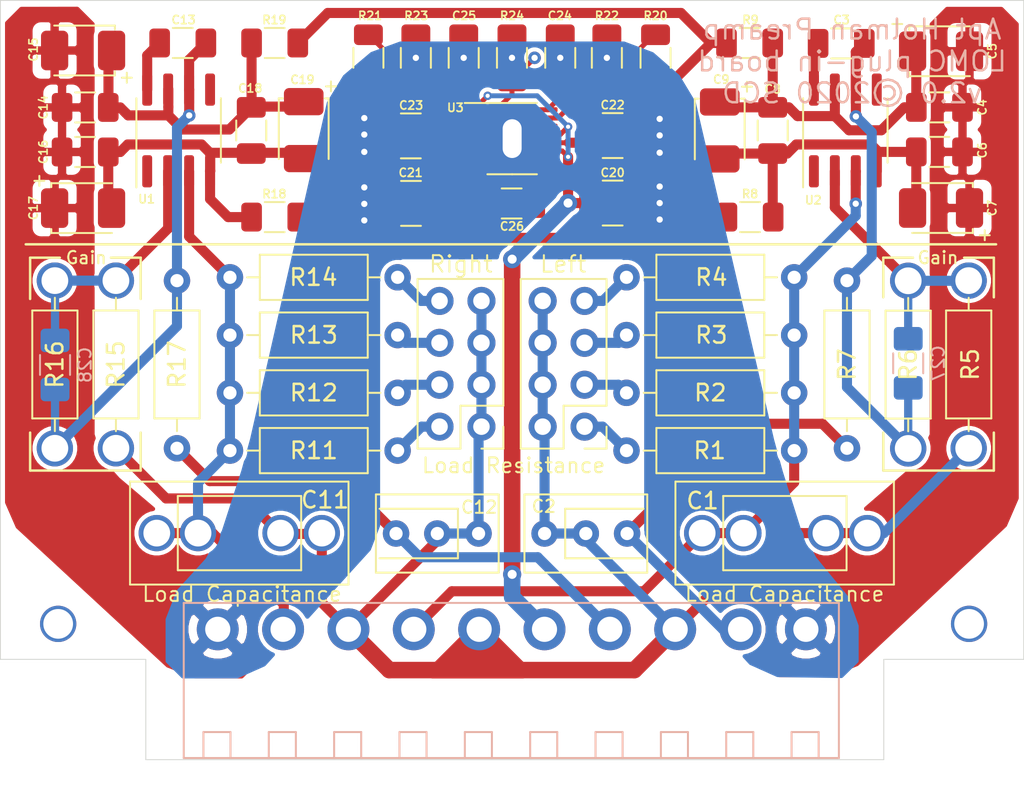
<source format=kicad_pcb>
(kicad_pcb (version 20171130) (host pcbnew "(5.1.2-1)-1")

  (general
    (thickness 1.6)
    (drawings 51)
    (tracks 311)
    (zones 0)
    (modules 58)
    (nets 40)
  )

  (page A4)
  (layers
    (0 F.Cu signal)
    (31 B.Cu signal)
    (35 F.Paste user hide)
    (36 B.SilkS user)
    (37 F.SilkS user)
    (38 B.Mask user)
    (39 F.Mask user)
    (40 Dwgs.User user hide)
    (44 Edge.Cuts user)
    (45 Margin user hide)
    (46 B.CrtYd user hide)
    (47 F.CrtYd user hide)
    (48 B.Fab user hide)
    (49 F.Fab user hide)
  )

  (setup
    (last_trace_width 0.1524)
    (user_trace_width 0.3)
    (user_trace_width 0.5)
    (user_trace_width 0.61)
    (user_trace_width 1)
    (trace_clearance 0.1524)
    (zone_clearance 0.254)
    (zone_45_only no)
    (trace_min 0.1524)
    (via_size 0.508)
    (via_drill 0.254)
    (via_min_size 0.508)
    (via_min_drill 0.254)
    (user_via 0.762 0.381)
    (uvia_size 0.508)
    (uvia_drill 0.254)
    (uvias_allowed no)
    (uvia_min_size 0.2)
    (uvia_min_drill 0.1)
    (edge_width 0.15)
    (segment_width 0.1)
    (pcb_text_width 0.3)
    (pcb_text_size 1.5 1.5)
    (mod_edge_width 0.15)
    (mod_text_size 1 1)
    (mod_text_width 0.15)
    (pad_size 1.7 2.9)
    (pad_drill 1.15)
    (pad_to_mask_clearance 0.051)
    (solder_mask_min_width 0.25)
    (pad_to_paste_clearance -0.0508)
    (aux_axis_origin 0 0)
    (grid_origin 90.24 150.3)
    (visible_elements FFFFFF7F)
    (pcbplotparams
      (layerselection 0x010f8_ffffffff)
      (usegerberextensions true)
      (usegerberattributes false)
      (usegerberadvancedattributes false)
      (creategerberjobfile false)
      (excludeedgelayer true)
      (linewidth 0.100000)
      (plotframeref false)
      (viasonmask false)
      (mode 1)
      (useauxorigin false)
      (hpglpennumber 1)
      (hpglpenspeed 20)
      (hpglpendiameter 15.000000)
      (psnegative false)
      (psa4output false)
      (plotreference true)
      (plotvalue true)
      (plotinvisibletext false)
      (padsonsilk false)
      (subtractmaskfromsilk false)
      (outputformat 1)
      (mirror false)
      (drillshape 0)
      (scaleselection 1)
      (outputdirectory "gerbers/"))
  )

  (net 0 "")
  (net 1 "Net-(C1-Pad1)")
  (net 2 "Net-(C2-Pad1)")
  (net 3 GND)
  (net 4 "Net-(C12-Pad1)")
  (net 5 "Net-(C13-Pad1)")
  (net 6 "Net-(U1-Pad5)")
  (net 7 "Net-(U1-Pad1)")
  (net 8 "Net-(U2-Pad1)")
  (net 9 "Net-(U2-Pad5)")
  (net 10 "Net-(C20-Pad1)")
  (net 11 "Net-(C21-Pad1)")
  (net 12 "Net-(C23-Pad2)")
  (net 13 "Net-(C24-Pad2)")
  (net 14 "Net-(C11-Pad2)")
  (net 15 "Net-(C1-Pad2)")
  (net 16 "Net-(J1-Pad8)")
  (net 17 "Net-(J1-Pad6)")
  (net 18 "Net-(J1-Pad4)")
  (net 19 "Net-(J1-Pad2)")
  (net 20 "Net-(C3-Pad2)")
  (net 21 "Net-(C4-Pad1)")
  (net 22 "Net-(C6-Pad1)")
  (net 23 "Net-(C13-Pad2)")
  (net 24 "Net-(C14-Pad1)")
  (net 25 "Net-(C16-Pad1)")
  (net 26 "Net-(C22-Pad1)")
  (net 27 "Net-(C25-Pad2)")
  (net 28 "Net-(C26-Pad2)")
  (net 29 "Net-(C26-Pad1)")
  (net 30 "Net-(R20-Pad2)")
  (net 31 "Net-(R21-Pad1)")
  (net 32 "Net-(R24-Pad2)")
  (net 33 "Net-(J2-Pad7)")
  (net 34 "Net-(J2-Pad5)")
  (net 35 "Net-(J2-Pad3)")
  (net 36 "Net-(J2-Pad1)")
  (net 37 "Net-(C27-Pad1)")
  (net 38 "Net-(C27-Pad2)")
  (net 39 "Net-(C28-Pad2)")

  (net_class Default "This is the default net class."
    (clearance 0.1524)
    (trace_width 0.1524)
    (via_dia 0.508)
    (via_drill 0.254)
    (uvia_dia 0.508)
    (uvia_drill 0.254)
    (add_net GND)
    (add_net "Net-(C1-Pad2)")
    (add_net "Net-(C11-Pad2)")
    (add_net "Net-(C13-Pad2)")
    (add_net "Net-(C14-Pad1)")
    (add_net "Net-(C16-Pad1)")
    (add_net "Net-(C20-Pad1)")
    (add_net "Net-(C21-Pad1)")
    (add_net "Net-(C22-Pad1)")
    (add_net "Net-(C23-Pad2)")
    (add_net "Net-(C24-Pad2)")
    (add_net "Net-(C25-Pad2)")
    (add_net "Net-(C26-Pad1)")
    (add_net "Net-(C26-Pad2)")
    (add_net "Net-(C27-Pad1)")
    (add_net "Net-(C27-Pad2)")
    (add_net "Net-(C28-Pad2)")
    (add_net "Net-(C3-Pad2)")
    (add_net "Net-(C4-Pad1)")
    (add_net "Net-(C6-Pad1)")
    (add_net "Net-(J1-Pad2)")
    (add_net "Net-(J1-Pad4)")
    (add_net "Net-(J1-Pad6)")
    (add_net "Net-(J1-Pad8)")
    (add_net "Net-(J2-Pad1)")
    (add_net "Net-(J2-Pad3)")
    (add_net "Net-(J2-Pad5)")
    (add_net "Net-(J2-Pad7)")
    (add_net "Net-(R20-Pad2)")
    (add_net "Net-(R21-Pad1)")
    (add_net "Net-(R24-Pad2)")
  )

  (net_class SMD ""
    (clearance 0.1524)
    (trace_width 0.3)
    (via_dia 0.508)
    (via_drill 0.254)
    (uvia_dia 0.508)
    (uvia_drill 0.254)
  )

  (net_class grounds ""
    (clearance 0.1524)
    (trace_width 0.6096)
    (via_dia 0.762)
    (via_drill 0.381)
    (uvia_dia 0.762)
    (uvia_drill 0.381)
  )

  (net_class signal ""
    (clearance 0.1524)
    (trace_width 0.6096)
    (via_dia 0.762)
    (via_drill 0.381)
    (uvia_dia 0.762)
    (uvia_drill 0.381)
    (add_net "Net-(C1-Pad1)")
    (add_net "Net-(C12-Pad1)")
    (add_net "Net-(C13-Pad1)")
    (add_net "Net-(C2-Pad1)")
    (add_net "Net-(U1-Pad1)")
    (add_net "Net-(U1-Pad5)")
    (add_net "Net-(U2-Pad1)")
    (add_net "Net-(U2-Pad5)")
  )

  (module AptParts:C_Rect_L7.2mm_W4.5mm_MC (layer F.Cu) (tedit 5E5D3379) (tstamp 5E3F4F94)
    (at 97.205 146.315 180)
    (descr "C, Rect series, Radial, pin pitch=5.00mm, , length*width=7.2*4.5mm^2, Capacitor, http://www.wima.com/EN/WIMA_FKS_2.pdf")
    (tags "C Rect series Radial pin pitch 5.00mm  length 7.2mm width 4.5mm Capacitor")
    (path /5D8BDA49)
    (fp_text reference C2 (at 5.045 1.645) (layer F.SilkS)
      (effects (font (size 0.75 0.75) (thickness 0.12)))
    )
    (fp_text value 70p (at 2.5 3.5) (layer F.Fab)
      (effects (font (size 1 1) (thickness 0.15)))
    )
    (fp_line (start 3.75 1.5) (end -1 1.5) (layer F.SilkS) (width 0.12))
    (fp_line (start 3.75 -1.5) (end -1 -1.5) (layer F.SilkS) (width 0.12))
    (fp_line (start 3.75 -1.5) (end 3.75 1.5) (layer F.SilkS) (width 0.12))
    (fp_text user %R (at 2.5 0) (layer F.Fab)
      (effects (font (size 1 1) (thickness 0.15)))
    )
    (fp_line (start 6.35 -2.5) (end -1.35 -2.5) (layer F.CrtYd) (width 0.05))
    (fp_line (start 6.35 2.5) (end 6.35 -2.5) (layer F.CrtYd) (width 0.05))
    (fp_line (start -1.35 2.5) (end 6.35 2.5) (layer F.CrtYd) (width 0.05))
    (fp_line (start -1.35 -2.5) (end -1.35 2.5) (layer F.CrtYd) (width 0.05))
    (fp_line (start 6.22 -2.37) (end 6.22 2.37) (layer F.SilkS) (width 0.12))
    (fp_line (start -1.22 -2.37) (end -1.22 2.37) (layer F.SilkS) (width 0.12))
    (fp_line (start -1.22 2.37) (end 6.22 2.37) (layer F.SilkS) (width 0.12))
    (fp_line (start -1.22 -2.37) (end 6.22 -2.37) (layer F.SilkS) (width 0.12))
    (fp_line (start 6.1 -2.25) (end -1.1 -2.25) (layer F.Fab) (width 0.1))
    (fp_line (start 6.1 2.25) (end 6.1 -2.25) (layer F.Fab) (width 0.1))
    (fp_line (start -1.1 2.25) (end 6.1 2.25) (layer F.Fab) (width 0.1))
    (fp_line (start -1.1 -2.25) (end -1.1 2.25) (layer F.Fab) (width 0.1))
    (pad 2 thru_hole circle (at 2.5 0 180) (size 1.6 1.6) (drill 0.8) (layers *.Cu *.Mask)
      (net 1 "Net-(C1-Pad1)"))
    (pad 2 thru_hole circle (at 5 0 180) (size 1.6 1.6) (drill 0.8) (layers *.Cu *.Mask)
      (net 1 "Net-(C1-Pad1)"))
    (pad 1 thru_hole circle (at 0 0 180) (size 1.6 1.6) (drill 0.8) (layers *.Cu *.Mask)
      (net 2 "Net-(C2-Pad1)"))
    (model ${KISYS3DMOD}/Capacitor_THT.3dshapes/C_Rect_L7.2mm_W4.5mm_P5.00mm_FKS2_FKP2_MKS2_MKP2.wrl
      (at (xyz 0 0 0))
      (scale (xyz 1 1 0.65))
      (rotate (xyz 0 0 0))
    )
  )

  (module AptParts:C_Rect_L7.2mm_W4.5mm_MC (layer F.Cu) (tedit 5E5D3379) (tstamp 5E3F4FED)
    (at 83.205 146.315)
    (descr "C, Rect series, Radial, pin pitch=5.00mm, , length*width=7.2*4.5mm^2, Capacitor, http://www.wima.com/EN/WIMA_FKS_2.pdf")
    (tags "C Rect series Radial pin pitch 5.00mm  length 7.2mm width 4.5mm Capacitor")
    (path /5D8BD0D5)
    (fp_text reference C12 (at 5.035 -1.595) (layer F.SilkS)
      (effects (font (size 0.75 0.75) (thickness 0.12)))
    )
    (fp_text value 70p (at 2.5 3.5) (layer F.Fab)
      (effects (font (size 1 1) (thickness 0.15)))
    )
    (fp_line (start 3.75 1.5) (end -1 1.5) (layer F.SilkS) (width 0.12))
    (fp_line (start 3.75 -1.5) (end -1 -1.5) (layer F.SilkS) (width 0.12))
    (fp_line (start 3.75 -1.5) (end 3.75 1.5) (layer F.SilkS) (width 0.12))
    (fp_text user %R (at 2.5 0) (layer F.Fab)
      (effects (font (size 0.5 0.5) (thickness 0.1)))
    )
    (fp_line (start 6.35 -2.5) (end -1.35 -2.5) (layer F.CrtYd) (width 0.05))
    (fp_line (start 6.35 2.5) (end 6.35 -2.5) (layer F.CrtYd) (width 0.05))
    (fp_line (start -1.35 2.5) (end 6.35 2.5) (layer F.CrtYd) (width 0.05))
    (fp_line (start -1.35 -2.5) (end -1.35 2.5) (layer F.CrtYd) (width 0.05))
    (fp_line (start 6.22 -2.37) (end 6.22 2.37) (layer F.SilkS) (width 0.12))
    (fp_line (start -1.22 -2.37) (end -1.22 2.37) (layer F.SilkS) (width 0.12))
    (fp_line (start -1.22 2.37) (end 6.22 2.37) (layer F.SilkS) (width 0.12))
    (fp_line (start -1.22 -2.37) (end 6.22 -2.37) (layer F.SilkS) (width 0.12))
    (fp_line (start 6.1 -2.25) (end -1.1 -2.25) (layer F.Fab) (width 0.1))
    (fp_line (start 6.1 2.25) (end 6.1 -2.25) (layer F.Fab) (width 0.1))
    (fp_line (start -1.1 2.25) (end 6.1 2.25) (layer F.Fab) (width 0.1))
    (fp_line (start -1.1 -2.25) (end -1.1 2.25) (layer F.Fab) (width 0.1))
    (pad 2 thru_hole circle (at 2.5 0) (size 1.6 1.6) (drill 0.8) (layers *.Cu *.Mask)
      (net 1 "Net-(C1-Pad1)"))
    (pad 2 thru_hole circle (at 5 0) (size 1.6 1.6) (drill 0.8) (layers *.Cu *.Mask)
      (net 1 "Net-(C1-Pad1)"))
    (pad 1 thru_hole circle (at 0 0) (size 1.6 1.6) (drill 0.8) (layers *.Cu *.Mask)
      (net 4 "Net-(C12-Pad1)"))
    (model ${KISYS3DMOD}/Capacitor_THT.3dshapes/C_Rect_L7.2mm_W4.5mm_P5.00mm_FKS2_FKP2_MKS2_MKP2.wrl
      (at (xyz 0 0 0))
      (scale (xyz 1 1 0.65))
      (rotate (xyz 0 0 0))
    )
  )

  (module AptParts:MSOP-16-rect-paste-4 (layer F.Cu) (tedit 5E5ABB76) (tstamp 5DFC6426)
    (at 90.24 122.385)
    (descr "MSOP, 16 Pin (http://cds.linear.com/docs/en/datasheet/37551fd.pdf#page=23), generated with kicad-footprint-generator ipc_gullwing_generator.py")
    (tags "MSOP SO")
    (path /5DF56F58)
    (solder_paste_margin -0.02)
    (zone_connect 2)
    (attr smd)
    (fp_text reference U3 (at -3.44 -1.875) (layer F.SilkS)
      (effects (font (size 0.5 0.5) (thickness 0.1)))
    )
    (fp_text value LTC3260 (at 0 2.95) (layer F.Fab)
      (effects (font (size 1 1) (thickness 0.15)))
    )
    (fp_line (start 0 2.16) (end 1.5 2.16) (layer F.SilkS) (width 0.12))
    (fp_line (start 0 2.16) (end -1.5 2.16) (layer F.SilkS) (width 0.12))
    (fp_line (start 0 -2.16) (end 1.5 -2.16) (layer F.SilkS) (width 0.12))
    (fp_line (start 0 -2.16) (end -2.875 -2.16) (layer F.SilkS) (width 0.12))
    (fp_line (start -0.75 -2) (end 1.5 -2) (layer F.Fab) (width 0.1))
    (fp_line (start 1.5 -2) (end 1.5 2) (layer F.Fab) (width 0.1))
    (fp_line (start 1.5 2) (end -1.5 2) (layer F.Fab) (width 0.1))
    (fp_line (start -1.5 2) (end -1.5 -1.25) (layer F.Fab) (width 0.1))
    (fp_line (start -1.5 -1.25) (end -0.75 -2) (layer F.Fab) (width 0.1))
    (fp_line (start -3.12 -2.25) (end -3.12 2.25) (layer F.CrtYd) (width 0.05))
    (fp_line (start -3.12 2.25) (end 3.12 2.25) (layer F.CrtYd) (width 0.05))
    (fp_line (start 3.12 2.25) (end 3.12 -2.25) (layer F.CrtYd) (width 0.05))
    (fp_line (start 3.12 -2.25) (end -3.12 -2.25) (layer F.CrtYd) (width 0.05))
    (fp_text user %R (at 0 0) (layer F.Fab)
      (effects (font (size 0.5 0.5) (thickness 0.1)))
    )
    (pad 17 smd trapezoid (at 0 1.31 90) (size 0.275 1.5) (rect_delta -0.2 0 ) (layers F.Cu F.Paste)
      (net 3 GND) (zone_connect 2))
    (pad 17 smd trapezoid (at 0 -1.31 90) (size 0.275 1.5) (rect_delta 0.2 0 ) (layers F.Cu F.Paste)
      (net 3 GND) (zone_connect 2))
    (pad 17 smd roundrect (at -0.71 0.575) (size 0.275 1) (layers F.Cu F.Paste) (roundrect_rratio 0.15)
      (net 3 GND) (zone_connect 2))
    (pad 17 smd roundrect (at 0.71 0.575) (size 0.275 1) (layers F.Cu F.Paste) (roundrect_rratio 0.15)
      (net 3 GND) (zone_connect 2))
    (pad 17 smd roundrect (at 0.71 -0.575) (size 0.275 1) (layers F.Cu F.Paste) (roundrect_rratio 0.15)
      (net 3 GND) (zone_connect 2))
    (pad 17 smd roundrect (at -0.71 -0.575) (size 0.275 1) (layers F.Cu F.Paste) (roundrect_rratio 0.15)
      (net 3 GND) (zone_connect 2))
    (pad 1 smd roundrect (at -2.15 -1.75) (size 1.2 0.3) (layers F.Cu F.Paste F.Mask) (roundrect_rratio 0.25)
      (net 10 "Net-(C20-Pad1)") (zone_connect 2))
    (pad 2 smd roundrect (at -2.15 -1.25) (size 1.2 0.3) (layers F.Cu F.Paste F.Mask) (roundrect_rratio 0.25)
      (net 32 "Net-(R24-Pad2)") (zone_connect 2))
    (pad 3 smd roundrect (at -2.15 -0.75) (size 1.2 0.3) (layers F.Cu F.Paste F.Mask) (roundrect_rratio 0.25)
      (net 27 "Net-(C25-Pad2)") (zone_connect 2))
    (pad 4 smd roundrect (at -2.15 -0.25) (size 1.2 0.3) (layers F.Cu F.Paste F.Mask) (roundrect_rratio 0.25)
      (net 31 "Net-(R21-Pad1)") (zone_connect 2))
    (pad 5 smd roundrect (at -2.15 0.25) (size 1.2 0.3) (layers F.Cu F.Paste F.Mask) (roundrect_rratio 0.25)
      (net 12 "Net-(C23-Pad2)") (zone_connect 2))
    (pad 6 smd roundrect (at -2.15 0.75) (size 1.2 0.3) (layers F.Cu F.Paste F.Mask) (roundrect_rratio 0.25)
      (net 11 "Net-(C21-Pad1)") (zone_connect 2))
    (pad 7 smd roundrect (at -2.15 1.25) (size 1.2 0.3) (layers F.Cu F.Paste F.Mask) (roundrect_rratio 0.25)
      (net 28 "Net-(C26-Pad2)") (zone_connect 2))
    (pad 8 smd roundrect (at -2.15 1.75) (size 1.2 0.3) (layers F.Cu F.Paste F.Mask) (roundrect_rratio 0.25)
      (net 28 "Net-(C26-Pad2)") (zone_connect 2))
    (pad 9 smd roundrect (at 2.15 1.75) (size 1.2 0.3) (layers F.Cu F.Paste F.Mask) (roundrect_rratio 0.25)
      (net 29 "Net-(C26-Pad1)") (zone_connect 2))
    (pad 10 smd roundrect (at 2.15 1.25) (size 1.2 0.3) (layers F.Cu F.Paste F.Mask) (roundrect_rratio 0.25)
      (net 29 "Net-(C26-Pad1)") (zone_connect 2))
    (pad 11 smd roundrect (at 2.15 0.75) (size 1.2 0.3) (layers F.Cu F.Paste F.Mask) (roundrect_rratio 0.25)
      (net 10 "Net-(C20-Pad1)") (zone_connect 2))
    (pad 12 smd roundrect (at 2.15 0.25) (size 1.2 0.3) (layers F.Cu F.Paste F.Mask) (roundrect_rratio 0.25)
      (net 26 "Net-(C22-Pad1)") (zone_connect 2))
    (pad 13 smd roundrect (at 2.15 -0.25) (size 1.2 0.3) (layers F.Cu F.Paste F.Mask) (roundrect_rratio 0.25)
      (net 10 "Net-(C20-Pad1)") (zone_connect 2))
    (pad 14 smd roundrect (at 2.15 -0.75) (size 1.2 0.3) (layers F.Cu F.Paste F.Mask) (roundrect_rratio 0.25)
      (net 3 GND) (zone_connect 2))
    (pad 15 smd roundrect (at 2.15 -1.25) (size 1.2 0.3) (layers F.Cu F.Paste F.Mask) (roundrect_rratio 0.25)
      (net 30 "Net-(R20-Pad2)") (zone_connect 2))
    (pad 16 smd roundrect (at 2.15 -1.75) (size 1.2 0.3) (layers F.Cu F.Paste F.Mask) (roundrect_rratio 0.25)
      (net 13 "Net-(C24-Pad2)") (zone_connect 2))
    (pad 17 thru_hole roundrect (at 0 0) (size 1.7 2.9) (drill oval 1.15 2.35) (layers *.Cu *.Mask) (roundrect_rratio 0.15)
      (net 3 GND) (zone_connect 2))
    (model ${KIPRJMOD}/Lib/3D/LTC3260.wrl
      (at (xyz 0 0 0))
      (scale (xyz 1 1 1))
      (rotate (xyz 0 0 0))
    )
  )

  (module AptParts:CP_SMD_Tant_AVX-B-25v (layer F.Cu) (tedit 5E59936C) (tstamp 5E32EC86)
    (at 64.24 117.045 180)
    (descr "Tantalum Capacitor SMD AVX-H (3528-15 Metric), IPC_7351 nominal, (Body size from: http://www.kemet.com/Lists/ProductCatalog/Attachments/253/KEM_TC101_STD.pdf), generated with kicad-footprint-generator")
    (tags "capacitor tantalum")
    (path /5CA1D1F9)
    (attr smd)
    (fp_text reference C15 (at 3.01 0.055 270) (layer F.SilkS)
      (effects (font (size 0.5 0.5) (thickness 0.1)))
    )
    (fp_text value 10u (at 0 2.35) (layer F.Fab)
      (effects (font (size 1 1) (thickness 0.15)))
    )
    (fp_line (start -2.95 -1.65) (end -2.35 -1.65) (layer F.SilkS) (width 0.12))
    (fp_line (start -2.65 -1.35) (end -2.65 -1.95) (layer F.SilkS) (width 0.12))
    (fp_line (start -1.925 -1.51) (end -1.925 -1.275) (layer F.SilkS) (width 0.12))
    (fp_text user %R (at 0 0) (layer F.Fab)
      (effects (font (size 0.5 0.5) (thickness 0.1)))
    )
    (fp_line (start 2.625 1.65) (end -2.675 1.65) (layer F.CrtYd) (width 0.05))
    (fp_line (start 2.625 -1.65) (end 2.625 1.65) (layer F.CrtYd) (width 0.05))
    (fp_line (start -2.675 -1.65) (end 2.625 -1.65) (layer F.CrtYd) (width 0.05))
    (fp_line (start -2.675 1.65) (end -2.675 -1.65) (layer F.CrtYd) (width 0.05))
    (fp_line (start -1.925 1.51) (end 1.75 1.51) (layer F.SilkS) (width 0.12))
    (fp_line (start -1.925 1.275) (end -1.925 1.51) (layer F.SilkS) (width 0.12))
    (fp_line (start 1.75 -1.51) (end -1.925 -1.51) (layer F.SilkS) (width 0.12))
    (fp_line (start 1.75 1.4) (end 1.75 -1.4) (layer F.Fab) (width 0.1))
    (fp_line (start -1.75 1.4) (end 1.75 1.4) (layer F.Fab) (width 0.1))
    (fp_line (start -1.75 -0.7) (end -1.75 1.4) (layer F.Fab) (width 0.1))
    (fp_line (start -1.05 -1.4) (end -1.75 -0.7) (layer F.Fab) (width 0.1))
    (fp_line (start 1.75 -1.4) (end -1.05 -1.4) (layer F.Fab) (width 0.1))
    (pad 2 smd roundrect (at 1.725 0 180) (size 1.65 2.4) (layers F.Cu F.Paste F.Mask) (roundrect_rratio 0.189)
      (net 3 GND))
    (pad 1 smd roundrect (at -1.725 0 180) (size 1.65 2.4) (layers F.Cu F.Paste F.Mask) (roundrect_rratio 0.189)
      (net 24 "Net-(C14-Pad1)"))
    (model ${KIPRJMOD}/Lib/3D/AVX-B-25v.wrl
      (at (xyz 0 0 0))
      (scale (xyz 1 1 1))
      (rotate (xyz 0 0 0))
    )
  )

  (module AptParts:CP_SMD_Tant_AVX-B-25v (layer F.Cu) (tedit 5E59936C) (tstamp 5DFEA1A8)
    (at 116.23 126.59 180)
    (descr "Tantalum Capacitor SMD AVX-H (3528-15 Metric), IPC_7351 nominal, (Body size from: http://www.kemet.com/Lists/ProductCatalog/Attachments/253/KEM_TC101_STD.pdf), generated with kicad-footprint-generator")
    (tags "capacitor tantalum")
    (path /5CA0A8B0)
    (attr smd)
    (fp_text reference C7 (at -3.1 0 270) (layer F.SilkS)
      (effects (font (size 0.5 0.5) (thickness 0.1)))
    )
    (fp_text value 10u (at 0 2.35) (layer F.Fab)
      (effects (font (size 1 1) (thickness 0.15)))
    )
    (fp_line (start -2.95 -1.65) (end -2.35 -1.65) (layer F.SilkS) (width 0.12))
    (fp_line (start -2.65 -1.35) (end -2.65 -1.95) (layer F.SilkS) (width 0.12))
    (fp_line (start -1.925 -1.51) (end -1.925 -1.275) (layer F.SilkS) (width 0.12))
    (fp_text user %R (at 0 0) (layer F.Fab)
      (effects (font (size 0.5 0.5) (thickness 0.1)))
    )
    (fp_line (start 2.625 1.65) (end -2.675 1.65) (layer F.CrtYd) (width 0.05))
    (fp_line (start 2.625 -1.65) (end 2.625 1.65) (layer F.CrtYd) (width 0.05))
    (fp_line (start -2.675 -1.65) (end 2.625 -1.65) (layer F.CrtYd) (width 0.05))
    (fp_line (start -2.675 1.65) (end -2.675 -1.65) (layer F.CrtYd) (width 0.05))
    (fp_line (start -1.925 1.51) (end 1.75 1.51) (layer F.SilkS) (width 0.12))
    (fp_line (start -1.925 1.275) (end -1.925 1.51) (layer F.SilkS) (width 0.12))
    (fp_line (start 1.75 -1.51) (end -1.925 -1.51) (layer F.SilkS) (width 0.12))
    (fp_line (start 1.75 1.4) (end 1.75 -1.4) (layer F.Fab) (width 0.1))
    (fp_line (start -1.75 1.4) (end 1.75 1.4) (layer F.Fab) (width 0.1))
    (fp_line (start -1.75 -0.7) (end -1.75 1.4) (layer F.Fab) (width 0.1))
    (fp_line (start -1.05 -1.4) (end -1.75 -0.7) (layer F.Fab) (width 0.1))
    (fp_line (start 1.75 -1.4) (end -1.05 -1.4) (layer F.Fab) (width 0.1))
    (pad 2 smd roundrect (at 1.725 0 180) (size 1.65 2.4) (layers F.Cu F.Paste F.Mask) (roundrect_rratio 0.189)
      (net 22 "Net-(C6-Pad1)"))
    (pad 1 smd roundrect (at -1.725 0 180) (size 1.65 2.4) (layers F.Cu F.Paste F.Mask) (roundrect_rratio 0.189)
      (net 3 GND))
    (model ${KIPRJMOD}/Lib/3D/AVX-B-25v.wrl
      (at (xyz 0 0 0))
      (scale (xyz 1 1 1))
      (rotate (xyz 0 0 0))
    )
  )

  (module AptParts:CP_SMD_Tant_AVX-B-25v (layer F.Cu) (tedit 5E59936C) (tstamp 5E32EEA6)
    (at 64.24 126.595)
    (descr "Tantalum Capacitor SMD AVX-H (3528-15 Metric), IPC_7351 nominal, (Body size from: http://www.kemet.com/Lists/ProductCatalog/Attachments/253/KEM_TC101_STD.pdf), generated with kicad-footprint-generator")
    (tags "capacitor tantalum")
    (path /5CA08504)
    (attr smd)
    (fp_text reference C17 (at -3.01 -0.005 270) (layer F.SilkS)
      (effects (font (size 0.5 0.5) (thickness 0.1)))
    )
    (fp_text value 10u (at 0 2.35) (layer F.Fab)
      (effects (font (size 1 1) (thickness 0.15)))
    )
    (fp_line (start -2.95 -1.65) (end -2.35 -1.65) (layer F.SilkS) (width 0.12))
    (fp_line (start -2.65 -1.35) (end -2.65 -1.95) (layer F.SilkS) (width 0.12))
    (fp_line (start -1.925 -1.51) (end -1.925 -1.275) (layer F.SilkS) (width 0.12))
    (fp_text user %R (at 0 0) (layer F.Fab)
      (effects (font (size 0.5 0.5) (thickness 0.1)))
    )
    (fp_line (start 2.625 1.65) (end -2.675 1.65) (layer F.CrtYd) (width 0.05))
    (fp_line (start 2.625 -1.65) (end 2.625 1.65) (layer F.CrtYd) (width 0.05))
    (fp_line (start -2.675 -1.65) (end 2.625 -1.65) (layer F.CrtYd) (width 0.05))
    (fp_line (start -2.675 1.65) (end -2.675 -1.65) (layer F.CrtYd) (width 0.05))
    (fp_line (start -1.925 1.51) (end 1.75 1.51) (layer F.SilkS) (width 0.12))
    (fp_line (start -1.925 1.275) (end -1.925 1.51) (layer F.SilkS) (width 0.12))
    (fp_line (start 1.75 -1.51) (end -1.925 -1.51) (layer F.SilkS) (width 0.12))
    (fp_line (start 1.75 1.4) (end 1.75 -1.4) (layer F.Fab) (width 0.1))
    (fp_line (start -1.75 1.4) (end 1.75 1.4) (layer F.Fab) (width 0.1))
    (fp_line (start -1.75 -0.7) (end -1.75 1.4) (layer F.Fab) (width 0.1))
    (fp_line (start -1.05 -1.4) (end -1.75 -0.7) (layer F.Fab) (width 0.1))
    (fp_line (start 1.75 -1.4) (end -1.05 -1.4) (layer F.Fab) (width 0.1))
    (pad 2 smd roundrect (at 1.725 0) (size 1.65 2.4) (layers F.Cu F.Paste F.Mask) (roundrect_rratio 0.189)
      (net 25 "Net-(C16-Pad1)"))
    (pad 1 smd roundrect (at -1.725 0) (size 1.65 2.4) (layers F.Cu F.Paste F.Mask) (roundrect_rratio 0.189)
      (net 3 GND))
    (model ${KIPRJMOD}/Lib/3D/AVX-B-25v.wrl
      (at (xyz 0 0 0))
      (scale (xyz 1 1 1))
      (rotate (xyz 0 0 0))
    )
  )

  (module AptParts:CP_SMD_Tant_AVX-B-25v (layer F.Cu) (tedit 5E59936C) (tstamp 5DFEA1DE)
    (at 116.23 117.09)
    (descr "Tantalum Capacitor SMD AVX-H (3528-15 Metric), IPC_7351 nominal, (Body size from: http://www.kemet.com/Lists/ProductCatalog/Attachments/253/KEM_TC101_STD.pdf), generated with kicad-footprint-generator")
    (tags "capacitor tantalum")
    (path /5CA0A22D)
    (attr smd)
    (fp_text reference C5 (at 3.1 0 270) (layer F.SilkS)
      (effects (font (size 0.5 0.5) (thickness 0.1)))
    )
    (fp_text value 10u (at 0 2.35) (layer F.Fab)
      (effects (font (size 1 1) (thickness 0.15)))
    )
    (fp_line (start -2.95 -1.65) (end -2.35 -1.65) (layer F.SilkS) (width 0.12))
    (fp_line (start -2.65 -1.35) (end -2.65 -1.95) (layer F.SilkS) (width 0.12))
    (fp_line (start -1.925 -1.51) (end -1.925 -1.275) (layer F.SilkS) (width 0.12))
    (fp_text user %R (at 0 0) (layer F.Fab)
      (effects (font (size 0.5 0.5) (thickness 0.1)))
    )
    (fp_line (start 2.625 1.65) (end -2.675 1.65) (layer F.CrtYd) (width 0.05))
    (fp_line (start 2.625 -1.65) (end 2.625 1.65) (layer F.CrtYd) (width 0.05))
    (fp_line (start -2.675 -1.65) (end 2.625 -1.65) (layer F.CrtYd) (width 0.05))
    (fp_line (start -2.675 1.65) (end -2.675 -1.65) (layer F.CrtYd) (width 0.05))
    (fp_line (start -1.925 1.51) (end 1.75 1.51) (layer F.SilkS) (width 0.12))
    (fp_line (start -1.925 1.275) (end -1.925 1.51) (layer F.SilkS) (width 0.12))
    (fp_line (start 1.75 -1.51) (end -1.925 -1.51) (layer F.SilkS) (width 0.12))
    (fp_line (start 1.75 1.4) (end 1.75 -1.4) (layer F.Fab) (width 0.1))
    (fp_line (start -1.75 1.4) (end 1.75 1.4) (layer F.Fab) (width 0.1))
    (fp_line (start -1.75 -0.7) (end -1.75 1.4) (layer F.Fab) (width 0.1))
    (fp_line (start -1.05 -1.4) (end -1.75 -0.7) (layer F.Fab) (width 0.1))
    (fp_line (start 1.75 -1.4) (end -1.05 -1.4) (layer F.Fab) (width 0.1))
    (pad 2 smd roundrect (at 1.725 0) (size 1.65 2.4) (layers F.Cu F.Paste F.Mask) (roundrect_rratio 0.189)
      (net 3 GND))
    (pad 1 smd roundrect (at -1.725 0) (size 1.65 2.4) (layers F.Cu F.Paste F.Mask) (roundrect_rratio 0.189)
      (net 21 "Net-(C4-Pad1)"))
    (model ${KIPRJMOD}/Lib/3D/AVX-B-25v.wrl
      (at (xyz 0 0 0))
      (scale (xyz 1 1 1))
      (rotate (xyz 0 0 0))
    )
  )

  (module AptParts:CP_SMD_Tant_AVX-B-35v (layer F.Cu) (tedit 5E5993C5) (tstamp 5E3EE4A3)
    (at 102.82 121.89 270)
    (descr "Tantalum Capacitor SMD AVX-H (3528-15 Metric), IPC_7351 nominal, (Body size from: http://www.kemet.com/Lists/ProductCatalog/Attachments/253/KEM_TC101_STD.pdf), generated with kicad-footprint-generator")
    (tags "capacitor tantalum")
    (path /5D5F7C2E)
    (attr smd)
    (fp_text reference C9 (at -3.09 -0.09 180) (layer F.SilkS)
      (effects (font (size 0.5 0.5) (thickness 0.1)))
    )
    (fp_text value 10u (at 0 2.35 90) (layer F.Fab)
      (effects (font (size 1 1) (thickness 0.15)))
    )
    (fp_line (start -2.95 -1.65) (end -2.35 -1.65) (layer F.SilkS) (width 0.12))
    (fp_line (start -2.65 -1.35) (end -2.65 -1.95) (layer F.SilkS) (width 0.12))
    (fp_line (start -1.925 1.51) (end -1.925 1.275) (layer F.SilkS) (width 0.12))
    (fp_line (start -1.925 -1.51) (end -1.925 -1.275) (layer F.SilkS) (width 0.12))
    (fp_text user %R (at 0 0 90) (layer F.Fab)
      (effects (font (size 0.88 0.88) (thickness 0.13)))
    )
    (fp_line (start 2.625 1.65) (end -2.675 1.65) (layer F.CrtYd) (width 0.05))
    (fp_line (start 2.625 -1.65) (end 2.625 1.65) (layer F.CrtYd) (width 0.05))
    (fp_line (start -2.675 -1.65) (end 2.625 -1.65) (layer F.CrtYd) (width 0.05))
    (fp_line (start -2.675 1.65) (end -2.675 -1.65) (layer F.CrtYd) (width 0.05))
    (fp_line (start -1.925 1.51) (end 1.75 1.51) (layer F.SilkS) (width 0.12))
    (fp_line (start 1.75 -1.51) (end -1.925 -1.51) (layer F.SilkS) (width 0.12))
    (fp_line (start 1.75 1.4) (end 1.75 -1.4) (layer F.Fab) (width 0.1))
    (fp_line (start -1.75 1.4) (end 1.75 1.4) (layer F.Fab) (width 0.1))
    (fp_line (start -1.75 -0.7) (end -1.75 1.4) (layer F.Fab) (width 0.1))
    (fp_line (start -1.05 -1.4) (end -1.75 -0.7) (layer F.Fab) (width 0.1))
    (fp_line (start 1.75 -1.4) (end -1.05 -1.4) (layer F.Fab) (width 0.1))
    (pad 2 smd roundrect (at 1.725 0 270) (size 1.65 2.4) (layers F.Cu F.Paste F.Mask) (roundrect_rratio 0.189)
      (net 22 "Net-(C6-Pad1)"))
    (pad 1 smd roundrect (at -1.725 0 270) (size 1.65 2.4) (layers F.Cu F.Paste F.Mask) (roundrect_rratio 0.189)
      (net 21 "Net-(C4-Pad1)"))
    (model ${KIPRJMOD}/Lib/3D/AVX-B-35v.wrl
      (at (xyz 0 0 0))
      (scale (xyz 1 1 1))
      (rotate (xyz 0 0 0))
    )
  )

  (module AptParts:CP_SMD_Tant_AVX-B-35v (layer F.Cu) (tedit 5E5993C5) (tstamp 5E3EE4FE)
    (at 77.61 121.87 270)
    (descr "Tantalum Capacitor SMD AVX-H (3528-15 Metric), IPC_7351 nominal, (Body size from: http://www.kemet.com/Lists/ProductCatalog/Attachments/253/KEM_TC101_STD.pdf), generated with kicad-footprint-generator")
    (tags "capacitor tantalum")
    (path /5D5F62E8)
    (attr smd)
    (fp_text reference C19 (at -3.055 0.08 180) (layer F.SilkS)
      (effects (font (size 0.5 0.5) (thickness 0.1)))
    )
    (fp_text value 10u (at 0 2.35 90) (layer F.Fab)
      (effects (font (size 1 1) (thickness 0.15)))
    )
    (fp_line (start -2.95 -1.65) (end -2.35 -1.65) (layer F.SilkS) (width 0.12))
    (fp_line (start -2.65 -1.35) (end -2.65 -1.95) (layer F.SilkS) (width 0.12))
    (fp_line (start -1.925 1.51) (end -1.925 1.275) (layer F.SilkS) (width 0.12))
    (fp_line (start -1.925 -1.51) (end -1.925 -1.275) (layer F.SilkS) (width 0.12))
    (fp_text user %R (at 0 0 90) (layer F.Fab)
      (effects (font (size 0.88 0.88) (thickness 0.13)))
    )
    (fp_line (start 2.625 1.65) (end -2.675 1.65) (layer F.CrtYd) (width 0.05))
    (fp_line (start 2.625 -1.65) (end 2.625 1.65) (layer F.CrtYd) (width 0.05))
    (fp_line (start -2.675 -1.65) (end 2.625 -1.65) (layer F.CrtYd) (width 0.05))
    (fp_line (start -2.675 1.65) (end -2.675 -1.65) (layer F.CrtYd) (width 0.05))
    (fp_line (start -1.925 1.51) (end 1.75 1.51) (layer F.SilkS) (width 0.12))
    (fp_line (start 1.75 -1.51) (end -1.925 -1.51) (layer F.SilkS) (width 0.12))
    (fp_line (start 1.75 1.4) (end 1.75 -1.4) (layer F.Fab) (width 0.1))
    (fp_line (start -1.75 1.4) (end 1.75 1.4) (layer F.Fab) (width 0.1))
    (fp_line (start -1.75 -0.7) (end -1.75 1.4) (layer F.Fab) (width 0.1))
    (fp_line (start -1.05 -1.4) (end -1.75 -0.7) (layer F.Fab) (width 0.1))
    (fp_line (start 1.75 -1.4) (end -1.05 -1.4) (layer F.Fab) (width 0.1))
    (pad 2 smd roundrect (at 1.725 0 270) (size 1.65 2.4) (layers F.Cu F.Paste F.Mask) (roundrect_rratio 0.189)
      (net 25 "Net-(C16-Pad1)"))
    (pad 1 smd roundrect (at -1.725 0 270) (size 1.65 2.4) (layers F.Cu F.Paste F.Mask) (roundrect_rratio 0.189)
      (net 24 "Net-(C14-Pad1)"))
    (model ${KIPRJMOD}/Lib/3D/AVX-B-35v.wrl
      (at (xyz 0 0 0))
      (scale (xyz 1 1 1))
      (rotate (xyz 0 0 0))
    )
  )

  (module AptParts:C_Rect_P10-5_MC_Kemet_Blue_Pinsock (layer F.Cu) (tedit 5E507C6E) (tstamp 5E3ECB15)
    (at 78.705 146.29 180)
    (descr "C, Rect series, Radial, pin pitch=10.00mm, , length*width=13*6mm^2, Capacitor, http://www.wima.com/EN/WIMA_FKS_3.pdf, http://www.wima.com/EN/WIMA_MKS_4.pdf")
    (tags "C Rect series Radial pin pitch 10.00mm  length 13mm width 6mm Capacitor")
    (path /5CA51B08)
    (fp_text reference C11 (at -0.195 2.01) (layer F.SilkS)
      (effects (font (size 1 1) (thickness 0.15)))
    )
    (fp_text value 220p (at 5 4.25) (layer F.Fab)
      (effects (font (size 1 1) (thickness 0.15)))
    )
    (fp_line (start 1.25 -2.25) (end 8.725 -2.25) (layer F.SilkS) (width 0.12))
    (fp_line (start 1.25 2.25) (end 8.725 2.25) (layer F.SilkS) (width 0.12))
    (fp_line (start 8.725 -2.25) (end 8.725 2.25) (layer F.SilkS) (width 0.12))
    (fp_line (start 1.25 -2.25) (end 1.25 2.25) (layer F.SilkS) (width 0.12))
    (fp_text user %R (at 5 0) (layer F.Fab)
      (effects (font (size 0.5 0.5) (thickness 0.1)))
    )
    (fp_line (start 11.75 -3.25) (end -1.75 -3.25) (layer F.CrtYd) (width 0.05))
    (fp_line (start 11.75 3.25) (end 11.75 -3.25) (layer F.CrtYd) (width 0.05))
    (fp_line (start -1.75 3.25) (end 11.75 3.25) (layer F.CrtYd) (width 0.05))
    (fp_line (start -1.75 -3.25) (end -1.75 3.25) (layer F.CrtYd) (width 0.05))
    (fp_line (start 11.62 -3.12) (end 11.62 3.12) (layer F.SilkS) (width 0.12))
    (fp_line (start -1.62 -3.12) (end -1.62 3.12) (layer F.SilkS) (width 0.12))
    (fp_line (start -1.62 3.12) (end 11.62 3.12) (layer F.SilkS) (width 0.12))
    (fp_line (start -1.62 -3.12) (end 11.62 -3.12) (layer F.SilkS) (width 0.12))
    (fp_line (start 11.5 -3) (end -1.5 -3) (layer F.Fab) (width 0.1))
    (fp_line (start 11.5 3) (end 11.5 -3) (layer F.Fab) (width 0.1))
    (fp_line (start -1.5 3) (end 11.5 3) (layer F.Fab) (width 0.1))
    (fp_line (start -1.5 -3) (end -1.5 3) (layer F.Fab) (width 0.1))
    (pad 2 thru_hole circle (at 7.5 0 180) (size 2.2 2.2) (drill 1.62) (layers *.Cu *.Mask)
      (net 14 "Net-(C11-Pad2)"))
    (pad 1 thru_hole circle (at 2.5 0 180) (size 2.2 2.2) (drill 1.62) (layers *.Cu *.Mask)
      (net 1 "Net-(C1-Pad1)"))
    (pad 2 thru_hole circle (at 10 0 180) (size 2.2 2.2) (drill 1.62) (layers *.Cu *.Mask)
      (net 14 "Net-(C11-Pad2)"))
    (pad 1 thru_hole circle (at 0 0 180) (size 2.2 2.2) (drill 1.62) (layers *.Cu *.Mask)
      (net 1 "Net-(C1-Pad1)"))
    (model ${KIPRJMOD}/Lib/3D/Kem-PFR-box.wrl
      (offset (xyz 2.539999961853027 0 0))
      (scale (xyz 1 1 1))
      (rotate (xyz 0 0 0))
    )
    (model ${KIPRJMOD}/Lib/3D/MM-0666.wrl
      (at (xyz 0 0 0))
      (scale (xyz 1 1 1))
      (rotate (xyz 0 0 0))
    )
    (model ${KIPRJMOD}/Lib/3D/MM-0666.wrl
      (offset (xyz 2.5 0 0))
      (scale (xyz 1 1 1))
      (rotate (xyz 0 0 0))
    )
    (model ${KIPRJMOD}/Lib/3D/MM-0666.wrl
      (offset (xyz 7.5 0 0))
      (scale (xyz 1 1 1))
      (rotate (xyz 0 0 0))
    )
    (model ${KIPRJMOD}/Lib/3D/MM-0666.wrl
      (offset (xyz 10 0 0))
      (scale (xyz 1 1 1))
      (rotate (xyz 0 0 0))
    )
  )

  (module AptParts:C_Rect_P10-5_MC_Kemet_Blue_Pinsock (layer F.Cu) (tedit 5E507C6E) (tstamp 5E153CC8)
    (at 111.755 146.29 180)
    (descr "C, Rect series, Radial, pin pitch=10.00mm, , length*width=13*6mm^2, Capacitor, http://www.wima.com/EN/WIMA_FKS_3.pdf, http://www.wima.com/EN/WIMA_MKS_4.pdf")
    (tags "C Rect series Radial pin pitch 10.00mm  length 13mm width 6mm Capacitor")
    (path /5CA52BB9)
    (fp_text reference C1 (at 9.975 1.96) (layer F.SilkS)
      (effects (font (size 1 1) (thickness 0.15)))
    )
    (fp_text value 220p (at 5 4.25) (layer F.Fab)
      (effects (font (size 1 1) (thickness 0.15)))
    )
    (fp_line (start 1.25 -2.25) (end 8.725 -2.25) (layer F.SilkS) (width 0.12))
    (fp_line (start 1.25 2.25) (end 8.725 2.25) (layer F.SilkS) (width 0.12))
    (fp_line (start 8.725 -2.25) (end 8.725 2.25) (layer F.SilkS) (width 0.12))
    (fp_line (start 1.25 -2.25) (end 1.25 2.25) (layer F.SilkS) (width 0.12))
    (fp_text user %R (at 5 0) (layer F.Fab)
      (effects (font (size 1 1) (thickness 0.15)))
    )
    (fp_line (start 11.75 -3.25) (end -1.75 -3.25) (layer F.CrtYd) (width 0.05))
    (fp_line (start 11.75 3.25) (end 11.75 -3.25) (layer F.CrtYd) (width 0.05))
    (fp_line (start -1.75 3.25) (end 11.75 3.25) (layer F.CrtYd) (width 0.05))
    (fp_line (start -1.75 -3.25) (end -1.75 3.25) (layer F.CrtYd) (width 0.05))
    (fp_line (start 11.62 -3.12) (end 11.62 3.12) (layer F.SilkS) (width 0.12))
    (fp_line (start -1.62 -3.12) (end -1.62 3.12) (layer F.SilkS) (width 0.12))
    (fp_line (start -1.62 3.12) (end 11.62 3.12) (layer F.SilkS) (width 0.12))
    (fp_line (start -1.62 -3.12) (end 11.62 -3.12) (layer F.SilkS) (width 0.12))
    (fp_line (start 11.5 -3) (end -1.5 -3) (layer F.Fab) (width 0.1))
    (fp_line (start 11.5 3) (end 11.5 -3) (layer F.Fab) (width 0.1))
    (fp_line (start -1.5 3) (end 11.5 3) (layer F.Fab) (width 0.1))
    (fp_line (start -1.5 -3) (end -1.5 3) (layer F.Fab) (width 0.1))
    (pad 2 thru_hole circle (at 7.5 0 180) (size 2.2 2.2) (drill 1.62) (layers *.Cu *.Mask)
      (net 15 "Net-(C1-Pad2)"))
    (pad 1 thru_hole circle (at 2.5 0 180) (size 2.2 2.2) (drill 1.62) (layers *.Cu *.Mask)
      (net 1 "Net-(C1-Pad1)"))
    (pad 2 thru_hole circle (at 10 0 180) (size 2.2 2.2) (drill 1.62) (layers *.Cu *.Mask)
      (net 15 "Net-(C1-Pad2)"))
    (pad 1 thru_hole circle (at 0 0 180) (size 2.2 2.2) (drill 1.62) (layers *.Cu *.Mask)
      (net 1 "Net-(C1-Pad1)"))
    (model ${KIPRJMOD}/Lib/3D/Kem-PFR-box.wrl
      (offset (xyz 2.539999961853027 0 0))
      (scale (xyz 1 1 1))
      (rotate (xyz 0 0 0))
    )
    (model ${KIPRJMOD}/Lib/3D/MM-0666.wrl
      (at (xyz 0 0 0))
      (scale (xyz 1 1 1))
      (rotate (xyz 0 0 0))
    )
    (model ${KIPRJMOD}/Lib/3D/MM-0666.wrl
      (offset (xyz 2.5 0 0))
      (scale (xyz 1 1 1))
      (rotate (xyz 0 0 0))
    )
    (model ${KIPRJMOD}/Lib/3D/MM-0666.wrl
      (offset (xyz 7.5 0 0))
      (scale (xyz 1 1 1))
      (rotate (xyz 0 0 0))
    )
    (model ${KIPRJMOD}/Lib/3D/MM-0666.wrl
      (offset (xyz 10 0 0))
      (scale (xyz 1 1 1))
      (rotate (xyz 0 0 0))
    )
  )

  (module AptParts:RN55C_3320B_Pinsock (layer F.Cu) (tedit 5E5A902E) (tstamp 5E5D33BA)
    (at 62.53 130.99 270)
    (descr "Resistor, Axial_DIN0207 series, Axial, Horizontal, pin pitch=10.16mm, 0.25W = 1/4W, length*diameter=6.3*2.5mm^2, http://cdn-reichelt.de/documents/datenblatt/B400/1_4W%23YAG.pdf")
    (tags "Resistor Axial_DIN0207 series Axial Horizontal pin pitch 10.16mm 0.25W = 1/4W length 6.3mm diameter 2.5mm")
    (path /5CABBF8A)
    (fp_text reference R16 (at 5.08 0 90) (layer F.SilkS)
      (effects (font (size 1 1) (thickness 0.15)))
    )
    (fp_text value 332 (at 5.08 2.37 90) (layer F.Fab)
      (effects (font (size 1 1) (thickness 0.15)))
    )
    (fp_text user %R (at 5.08 0 90) (layer F.Fab)
      (effects (font (size 1 1) (thickness 0.15)))
    )
    (fp_line (start 11.21 -1.5) (end -1.05 -1.5) (layer F.CrtYd) (width 0.05))
    (fp_line (start 11.21 1.5) (end 11.21 -1.5) (layer F.CrtYd) (width 0.05))
    (fp_line (start -1.05 1.5) (end 11.21 1.5) (layer F.CrtYd) (width 0.05))
    (fp_line (start -1.05 -1.5) (end -1.05 1.5) (layer F.CrtYd) (width 0.05))
    (fp_line (start 9.12 0) (end 8.35 0) (layer F.SilkS) (width 0.12))
    (fp_line (start 1.04 0) (end 1.81 0) (layer F.SilkS) (width 0.12))
    (fp_line (start 8.35 -1.37) (end 1.81 -1.37) (layer F.SilkS) (width 0.12))
    (fp_line (start 8.35 1.37) (end 8.35 -1.37) (layer F.SilkS) (width 0.12))
    (fp_line (start 1.81 1.37) (end 8.35 1.37) (layer F.SilkS) (width 0.12))
    (fp_line (start 1.81 -1.37) (end 1.81 1.37) (layer F.SilkS) (width 0.12))
    (fp_line (start 10.16 0) (end 8.23 0) (layer F.Fab) (width 0.1))
    (fp_line (start 0 0) (end 1.93 0) (layer F.Fab) (width 0.1))
    (fp_line (start 8.23 -1.25) (end 1.93 -1.25) (layer F.Fab) (width 0.1))
    (fp_line (start 8.23 1.25) (end 8.23 -1.25) (layer F.Fab) (width 0.1))
    (fp_line (start 1.93 1.25) (end 8.23 1.25) (layer F.Fab) (width 0.1))
    (fp_line (start 1.93 -1.25) (end 1.93 1.25) (layer F.Fab) (width 0.1))
    (pad 2 thru_hole circle (at 10.16 0 270) (size 2.2 2.2) (drill 1.62) (layers *.Cu *.Mask)
      (net 5 "Net-(C13-Pad1)"))
    (pad 1 thru_hole circle (at 0 0 270) (size 2.2 2.2) (drill 1.62) (layers *.Cu *.Mask)
      (net 39 "Net-(C28-Pad2)"))
    (model ${KIPRJMOD}/Lib/3D/RN55C_3320B.wrl
      (at (xyz 0 0 0))
      (scale (xyz 1 1 1))
      (rotate (xyz 0 0 0))
    )
    (model ${KIPRJMOD}/Lib/3D/MM-0666.wrl
      (at (xyz 0 0 0))
      (scale (xyz 1 1 1))
      (rotate (xyz 0 0 0))
    )
    (model ${KIPRJMOD}/Lib/3D/MM-0666.wrl
      (offset (xyz 10.16 0 0))
      (scale (xyz 1 1 1))
      (rotate (xyz 0 0 0))
    )
  )

  (module AptParts:RN55C_3320B_Pinsock (layer F.Cu) (tedit 5E507AB7) (tstamp 5E3EDFF6)
    (at 114.24 131 270)
    (descr "Resistor, Axial_DIN0207 series, Axial, Horizontal, pin pitch=10.16mm, 0.25W = 1/4W, length*diameter=6.3*2.5mm^2, http://cdn-reichelt.de/documents/datenblatt/B400/1_4W%23YAG.pdf")
    (tags "Resistor Axial_DIN0207 series Axial Horizontal pin pitch 10.16mm 0.25W = 1/4W length 6.3mm diameter 2.5mm")
    (path /5CA9F8D7)
    (fp_text reference R6 (at 5.08 0 90) (layer F.SilkS)
      (effects (font (size 1 1) (thickness 0.15)))
    )
    (fp_text value 332 (at 5.08 2.37 90) (layer F.Fab)
      (effects (font (size 1 1) (thickness 0.15)))
    )
    (fp_text user %R (at 5.08 0 90) (layer F.Fab)
      (effects (font (size 1 1) (thickness 0.15)))
    )
    (fp_line (start 11.21 -1.5) (end -1.05 -1.5) (layer F.CrtYd) (width 0.05))
    (fp_line (start 11.21 1.5) (end 11.21 -1.5) (layer F.CrtYd) (width 0.05))
    (fp_line (start -1.05 1.5) (end 11.21 1.5) (layer F.CrtYd) (width 0.05))
    (fp_line (start -1.05 -1.5) (end -1.05 1.5) (layer F.CrtYd) (width 0.05))
    (fp_line (start 9.12 0) (end 8.35 0) (layer F.SilkS) (width 0.12))
    (fp_line (start 1.04 0) (end 1.81 0) (layer F.SilkS) (width 0.12))
    (fp_line (start 8.35 -1.37) (end 1.81 -1.37) (layer F.SilkS) (width 0.12))
    (fp_line (start 8.35 1.37) (end 8.35 -1.37) (layer F.SilkS) (width 0.12))
    (fp_line (start 1.81 1.37) (end 8.35 1.37) (layer F.SilkS) (width 0.12))
    (fp_line (start 1.81 -1.37) (end 1.81 1.37) (layer F.SilkS) (width 0.12))
    (fp_line (start 10.16 0) (end 8.23 0) (layer F.Fab) (width 0.1))
    (fp_line (start 0 0) (end 1.93 0) (layer F.Fab) (width 0.1))
    (fp_line (start 8.23 -1.25) (end 1.93 -1.25) (layer F.Fab) (width 0.1))
    (fp_line (start 8.23 1.25) (end 8.23 -1.25) (layer F.Fab) (width 0.1))
    (fp_line (start 1.93 1.25) (end 8.23 1.25) (layer F.Fab) (width 0.1))
    (fp_line (start 1.93 -1.25) (end 1.93 1.25) (layer F.Fab) (width 0.1))
    (pad 2 thru_hole circle (at 10.16 0 270) (size 2.2 2.2) (drill 1.62) (layers *.Cu *.Mask)
      (net 37 "Net-(C27-Pad1)"))
    (pad 1 thru_hole circle (at 0 0 270) (size 2.2 2.2) (drill 1.62) (layers *.Cu *.Mask)
      (net 38 "Net-(C27-Pad2)"))
    (model ${KIPRJMOD}/Lib/3D/RN55C_3320B.wrl
      (at (xyz 0 0 0))
      (scale (xyz 1 1 1))
      (rotate (xyz 0 0 0))
    )
    (model ${KIPRJMOD}/Lib/3D/MM-0666.wrl
      (at (xyz 0 0 0))
      (scale (xyz 1 1 1))
      (rotate (xyz 0 0 0))
    )
    (model ${KIPRJMOD}/Lib/3D/MM-0666.wrl
      (offset (xyz 10.16 0 0))
      (scale (xyz 1 1 1))
      (rotate (xyz 0 0 0))
    )
  )

  (module AptParts:RN55C_7R50B_Pinsock (layer F.Cu) (tedit 5E50786E) (tstamp 5E3583B9)
    (at 66.23 130.99 270)
    (descr "Resistor, Axial_DIN0207 series, Axial, Horizontal, pin pitch=10.16mm, 0.25W = 1/4W, length*diameter=6.3*2.5mm^2, http://cdn-reichelt.de/documents/datenblatt/B400/1_4W%23YAG.pdf")
    (tags "Resistor Axial_DIN0207 series Axial Horizontal pin pitch 10.16mm 0.25W = 1/4W length 6.3mm diameter 2.5mm")
    (path /5CA9F7C7)
    (fp_text reference R15 (at 5.08 0 90) (layer F.SilkS)
      (effects (font (size 1 1) (thickness 0.15)))
    )
    (fp_text value 7.5 (at 5.08 2.37 90) (layer F.Fab)
      (effects (font (size 1 1) (thickness 0.15)))
    )
    (fp_text user %R (at 5.08 0 90) (layer F.Fab)
      (effects (font (size 1 1) (thickness 0.15)))
    )
    (fp_line (start 11.21 -1.5) (end -1.05 -1.5) (layer F.CrtYd) (width 0.05))
    (fp_line (start 11.21 1.5) (end 11.21 -1.5) (layer F.CrtYd) (width 0.05))
    (fp_line (start -1.05 1.5) (end 11.21 1.5) (layer F.CrtYd) (width 0.05))
    (fp_line (start -1.05 -1.5) (end -1.05 1.5) (layer F.CrtYd) (width 0.05))
    (fp_line (start 9.12 0) (end 8.35 0) (layer F.SilkS) (width 0.12))
    (fp_line (start 1.04 0) (end 1.81 0) (layer F.SilkS) (width 0.12))
    (fp_line (start 8.35 -1.37) (end 1.81 -1.37) (layer F.SilkS) (width 0.12))
    (fp_line (start 8.35 1.37) (end 8.35 -1.37) (layer F.SilkS) (width 0.12))
    (fp_line (start 1.81 1.37) (end 8.35 1.37) (layer F.SilkS) (width 0.12))
    (fp_line (start 1.81 -1.37) (end 1.81 1.37) (layer F.SilkS) (width 0.12))
    (fp_line (start 10.16 0) (end 8.23 0) (layer F.Fab) (width 0.1))
    (fp_line (start 0 0) (end 1.93 0) (layer F.Fab) (width 0.1))
    (fp_line (start 8.23 -1.25) (end 1.93 -1.25) (layer F.Fab) (width 0.1))
    (fp_line (start 8.23 1.25) (end 8.23 -1.25) (layer F.Fab) (width 0.1))
    (fp_line (start 1.93 1.25) (end 8.23 1.25) (layer F.Fab) (width 0.1))
    (fp_line (start 1.93 -1.25) (end 1.93 1.25) (layer F.Fab) (width 0.1))
    (pad 2 thru_hole circle (at 10.16 0 270) (size 2.2 2.2) (drill 1.62) (layers *.Cu *.Mask)
      (net 1 "Net-(C1-Pad1)"))
    (pad 1 thru_hole circle (at 0 0 270) (size 2.2 2.2) (drill 1.62) (layers *.Cu *.Mask)
      (net 39 "Net-(C28-Pad2)"))
    (model ${KIPRJMOD}/Lib/3D/RN55C_7R50B.wrl
      (at (xyz 0 0 0))
      (scale (xyz 1 1 1))
      (rotate (xyz 0 0 0))
    )
    (model ${KIPRJMOD}/Lib/3D/MM-0666.wrl
      (at (xyz 0 0 0))
      (scale (xyz 1 1 1))
      (rotate (xyz 0 0 0))
    )
    (model ${KIPRJMOD}/Lib/3D/MM-0666.wrl
      (offset (xyz 10.16 0 0))
      (scale (xyz 1 1 1))
      (rotate (xyz 0 0 0))
    )
  )

  (module AptParts:RN55C_7R50B_Pinsock (layer F.Cu) (tedit 5E50786E) (tstamp 5E3EC8D6)
    (at 117.905 130.99 270)
    (descr "Resistor, Axial_DIN0207 series, Axial, Horizontal, pin pitch=10.16mm, 0.25W = 1/4W, length*diameter=6.3*2.5mm^2, http://cdn-reichelt.de/documents/datenblatt/B400/1_4W%23YAG.pdf")
    (tags "Resistor Axial_DIN0207 series Axial Horizontal pin pitch 10.16mm 0.25W = 1/4W length 6.3mm diameter 2.5mm")
    (path /5CA30685)
    (fp_text reference R5 (at 5.08 -0.1 90) (layer F.SilkS)
      (effects (font (size 1 1) (thickness 0.15)))
    )
    (fp_text value 7.5 (at 5.08 2.37 90) (layer F.Fab)
      (effects (font (size 1 1) (thickness 0.15)))
    )
    (fp_text user %R (at 5.08 0 90) (layer F.Fab)
      (effects (font (size 1 1) (thickness 0.15)))
    )
    (fp_line (start 11.21 -1.5) (end -1.05 -1.5) (layer F.CrtYd) (width 0.05))
    (fp_line (start 11.21 1.5) (end 11.21 -1.5) (layer F.CrtYd) (width 0.05))
    (fp_line (start -1.05 1.5) (end 11.21 1.5) (layer F.CrtYd) (width 0.05))
    (fp_line (start -1.05 -1.5) (end -1.05 1.5) (layer F.CrtYd) (width 0.05))
    (fp_line (start 9.12 0) (end 8.35 0) (layer F.SilkS) (width 0.12))
    (fp_line (start 1.04 0) (end 1.81 0) (layer F.SilkS) (width 0.12))
    (fp_line (start 8.35 -1.37) (end 1.81 -1.37) (layer F.SilkS) (width 0.12))
    (fp_line (start 8.35 1.37) (end 8.35 -1.37) (layer F.SilkS) (width 0.12))
    (fp_line (start 1.81 1.37) (end 8.35 1.37) (layer F.SilkS) (width 0.12))
    (fp_line (start 1.81 -1.37) (end 1.81 1.37) (layer F.SilkS) (width 0.12))
    (fp_line (start 10.16 0) (end 8.23 0) (layer F.Fab) (width 0.1))
    (fp_line (start 0 0) (end 1.93 0) (layer F.Fab) (width 0.1))
    (fp_line (start 8.23 -1.25) (end 1.93 -1.25) (layer F.Fab) (width 0.1))
    (fp_line (start 8.23 1.25) (end 8.23 -1.25) (layer F.Fab) (width 0.1))
    (fp_line (start 1.93 1.25) (end 8.23 1.25) (layer F.Fab) (width 0.1))
    (fp_line (start 1.93 -1.25) (end 1.93 1.25) (layer F.Fab) (width 0.1))
    (pad 2 thru_hole circle (at 10.16 0 270) (size 2.2 2.2) (drill 1.62) (layers *.Cu *.Mask)
      (net 1 "Net-(C1-Pad1)"))
    (pad 1 thru_hole circle (at 0 0 270) (size 2.2 2.2) (drill 1.62) (layers *.Cu *.Mask)
      (net 38 "Net-(C27-Pad2)"))
    (model ${KIPRJMOD}/Lib/3D/RN55C_7R50B.wrl
      (at (xyz 0 0 0))
      (scale (xyz 1 1 1))
      (rotate (xyz 0 0 0))
    )
    (model ${KIPRJMOD}/Lib/3D/MM-0666.wrl
      (at (xyz 0 0 0))
      (scale (xyz 1 1 1))
      (rotate (xyz 0 0 0))
    )
    (model ${KIPRJMOD}/Lib/3D/MM-0666.wrl
      (offset (xyz 10.16 0 0))
      (scale (xyz 1 1 1))
      (rotate (xyz 0 0 0))
    )
  )

  (module AptParts:R_SMD-30k1 (layer F.Cu) (tedit 5B301BBD) (tstamp 5E14DA8E)
    (at 90.23 117.49 270)
    (descr "Resistor SMD 1206 (3216 Metric), square (rectangular) end terminal, IPC_7351 nominal, (Body size source: http://www.tortai-tech.com/upload/download/2011102023233369053.pdf), generated with kicad-footprint-generator")
    (tags resistor)
    (path /5E019EBE)
    (attr smd)
    (fp_text reference R24 (at -2.55 0 180) (layer F.SilkS)
      (effects (font (size 0.5 0.5) (thickness 0.1)))
    )
    (fp_text value 30k1 (at 0 1.82 90) (layer F.Fab)
      (effects (font (size 1 1) (thickness 0.15)))
    )
    (fp_text user %R (at 0 0 90) (layer F.Fab)
      (effects (font (size 0.5 0.5) (thickness 0.1)))
    )
    (fp_line (start 2.28 1.12) (end -2.28 1.12) (layer F.CrtYd) (width 0.05))
    (fp_line (start 2.28 -1.12) (end 2.28 1.12) (layer F.CrtYd) (width 0.05))
    (fp_line (start -2.28 -1.12) (end 2.28 -1.12) (layer F.CrtYd) (width 0.05))
    (fp_line (start -2.28 1.12) (end -2.28 -1.12) (layer F.CrtYd) (width 0.05))
    (fp_line (start -0.602064 0.91) (end 0.602064 0.91) (layer F.SilkS) (width 0.12))
    (fp_line (start -0.602064 -0.91) (end 0.602064 -0.91) (layer F.SilkS) (width 0.12))
    (fp_line (start 1.6 0.8) (end -1.6 0.8) (layer F.Fab) (width 0.1))
    (fp_line (start 1.6 -0.8) (end 1.6 0.8) (layer F.Fab) (width 0.1))
    (fp_line (start -1.6 -0.8) (end 1.6 -0.8) (layer F.Fab) (width 0.1))
    (fp_line (start -1.6 0.8) (end -1.6 -0.8) (layer F.Fab) (width 0.1))
    (pad 2 smd roundrect (at 1.4 0 270) (size 1.25 1.75) (layers F.Cu F.Paste F.Mask) (roundrect_rratio 0.2)
      (net 32 "Net-(R24-Pad2)"))
    (pad 1 smd roundrect (at -1.4 0 270) (size 1.25 1.75) (layers F.Cu F.Paste F.Mask) (roundrect_rratio 0.2)
      (net 3 GND))
    (model ${KIPRJMOD}/Lib/3D/R_SMD-30k1.wrl
      (at (xyz 0 0 0))
      (scale (xyz 1 1 1))
      (rotate (xyz 0 0 0))
    )
  )

  (module AptParts:C_1206_Kemet-0.1u (layer F.Cu) (tedit 5E3F7DE4) (tstamp 5E03E4E2)
    (at 116.13 120.49)
    (descr "Capacitor SMD 1206 (3216 Metric), square (rectangular) end terminal, IPC_7351 nominal, (Body size source: http://www.tortai-tech.com/upload/download/2011102023233369053.pdf), generated with kicad-footprint-generator")
    (tags capacitor)
    (path /5CA6C5FC)
    (attr smd)
    (fp_text reference C4 (at 2.6 0 90) (layer F.SilkS)
      (effects (font (size 0.5 0.5) (thickness 0.1)))
    )
    (fp_text value 100n (at 0 1.82) (layer F.Fab)
      (effects (font (size 1 1) (thickness 0.15)))
    )
    (fp_text user %R (at 0 0) (layer F.Fab)
      (effects (font (size 0.5 0.5) (thickness 0.1)))
    )
    (fp_line (start 2.28 1.12) (end -2.28 1.12) (layer F.CrtYd) (width 0.05))
    (fp_line (start 2.28 -1.12) (end 2.28 1.12) (layer F.CrtYd) (width 0.05))
    (fp_line (start -2.28 -1.12) (end 2.28 -1.12) (layer F.CrtYd) (width 0.05))
    (fp_line (start -2.28 1.12) (end -2.28 -1.12) (layer F.CrtYd) (width 0.05))
    (fp_line (start -0.602064 0.91) (end 0.602064 0.91) (layer F.SilkS) (width 0.12))
    (fp_line (start -0.602064 -0.91) (end 0.602064 -0.91) (layer F.SilkS) (width 0.12))
    (fp_line (start 1.6 0.8) (end -1.6 0.8) (layer F.Fab) (width 0.1))
    (fp_line (start 1.6 -0.8) (end 1.6 0.8) (layer F.Fab) (width 0.1))
    (fp_line (start -1.6 -0.8) (end 1.6 -0.8) (layer F.Fab) (width 0.1))
    (fp_line (start -1.6 0.8) (end -1.6 -0.8) (layer F.Fab) (width 0.1))
    (pad 2 smd roundrect (at 1.4 0) (size 1.25 1.75) (layers F.Cu F.Paste F.Mask) (roundrect_rratio 0.2)
      (net 3 GND))
    (pad 1 smd roundrect (at -1.4 0) (size 1.25 1.75) (layers F.Cu F.Paste F.Mask) (roundrect_rratio 0.2)
      (net 21 "Net-(C4-Pad1)"))
    (model ${KIPRJMOD}/Lib/3D/C1206C104K3GACTU.step
      (offset (xyz -1.7 0.9 1.8))
      (scale (xyz 1 1 1))
      (rotate (xyz 90 0 0))
    )
  )

  (module AptParts:C_1206_Kemet-0.1u (layer F.Cu) (tedit 5E3F7DE4) (tstamp 5E03E523)
    (at 116.13 123.19)
    (descr "Capacitor SMD 1206 (3216 Metric), square (rectangular) end terminal, IPC_7351 nominal, (Body size source: http://www.tortai-tech.com/upload/download/2011102023233369053.pdf), generated with kicad-footprint-generator")
    (tags capacitor)
    (path /5CA6C8AA)
    (attr smd)
    (fp_text reference C6 (at 2.6 -0.1 90) (layer F.SilkS)
      (effects (font (size 0.5 0.5) (thickness 0.1)))
    )
    (fp_text value 100n (at 0 1.82) (layer F.Fab)
      (effects (font (size 1 1) (thickness 0.15)))
    )
    (fp_text user %R (at 0 0) (layer F.Fab)
      (effects (font (size 0.5 0.5) (thickness 0.1)))
    )
    (fp_line (start 2.28 1.12) (end -2.28 1.12) (layer F.CrtYd) (width 0.05))
    (fp_line (start 2.28 -1.12) (end 2.28 1.12) (layer F.CrtYd) (width 0.05))
    (fp_line (start -2.28 -1.12) (end 2.28 -1.12) (layer F.CrtYd) (width 0.05))
    (fp_line (start -2.28 1.12) (end -2.28 -1.12) (layer F.CrtYd) (width 0.05))
    (fp_line (start -0.602064 0.91) (end 0.602064 0.91) (layer F.SilkS) (width 0.12))
    (fp_line (start -0.602064 -0.91) (end 0.602064 -0.91) (layer F.SilkS) (width 0.12))
    (fp_line (start 1.6 0.8) (end -1.6 0.8) (layer F.Fab) (width 0.1))
    (fp_line (start 1.6 -0.8) (end 1.6 0.8) (layer F.Fab) (width 0.1))
    (fp_line (start -1.6 -0.8) (end 1.6 -0.8) (layer F.Fab) (width 0.1))
    (fp_line (start -1.6 0.8) (end -1.6 -0.8) (layer F.Fab) (width 0.1))
    (pad 2 smd roundrect (at 1.4 0) (size 1.25 1.75) (layers F.Cu F.Paste F.Mask) (roundrect_rratio 0.2)
      (net 3 GND))
    (pad 1 smd roundrect (at -1.4 0) (size 1.25 1.75) (layers F.Cu F.Paste F.Mask) (roundrect_rratio 0.2)
      (net 22 "Net-(C6-Pad1)"))
    (model ${KIPRJMOD}/Lib/3D/C1206C104K3GACTU.step
      (offset (xyz -1.7 0.9 1.8))
      (scale (xyz 1 1 1))
      (rotate (xyz 90 0 0))
    )
  )

  (module AptParts:C_1206_Kemet-0.1u (layer F.Cu) (tedit 5E3F7DE4) (tstamp 5E3EE44C)
    (at 106.03 121.89 270)
    (descr "Capacitor SMD 1206 (3216 Metric), square (rectangular) end terminal, IPC_7351 nominal, (Body size source: http://www.tortai-tech.com/upload/download/2011102023233369053.pdf), generated with kicad-footprint-generator")
    (tags capacitor)
    (path /5D5F7472)
    (attr smd)
    (fp_text reference C8 (at -2.5 0 180) (layer F.SilkS)
      (effects (font (size 0.5 0.5) (thickness 0.1)))
    )
    (fp_text value 100n (at 0 1.82 90) (layer F.Fab)
      (effects (font (size 1 1) (thickness 0.15)))
    )
    (fp_text user %R (at 0 0 90) (layer F.Fab)
      (effects (font (size 0.5 0.5) (thickness 0.1)))
    )
    (fp_line (start 2.28 1.12) (end -2.28 1.12) (layer F.CrtYd) (width 0.05))
    (fp_line (start 2.28 -1.12) (end 2.28 1.12) (layer F.CrtYd) (width 0.05))
    (fp_line (start -2.28 -1.12) (end 2.28 -1.12) (layer F.CrtYd) (width 0.05))
    (fp_line (start -2.28 1.12) (end -2.28 -1.12) (layer F.CrtYd) (width 0.05))
    (fp_line (start -0.602064 0.91) (end 0.602064 0.91) (layer F.SilkS) (width 0.12))
    (fp_line (start -0.602064 -0.91) (end 0.602064 -0.91) (layer F.SilkS) (width 0.12))
    (fp_line (start 1.6 0.8) (end -1.6 0.8) (layer F.Fab) (width 0.1))
    (fp_line (start 1.6 -0.8) (end 1.6 0.8) (layer F.Fab) (width 0.1))
    (fp_line (start -1.6 -0.8) (end 1.6 -0.8) (layer F.Fab) (width 0.1))
    (fp_line (start -1.6 0.8) (end -1.6 -0.8) (layer F.Fab) (width 0.1))
    (pad 2 smd roundrect (at 1.4 0 270) (size 1.25 1.75) (layers F.Cu F.Paste F.Mask) (roundrect_rratio 0.2)
      (net 22 "Net-(C6-Pad1)"))
    (pad 1 smd roundrect (at -1.4 0 270) (size 1.25 1.75) (layers F.Cu F.Paste F.Mask) (roundrect_rratio 0.2)
      (net 21 "Net-(C4-Pad1)"))
    (model ${KIPRJMOD}/Lib/3D/C1206C104K3GACTU.step
      (offset (xyz -1.7 0.9 1.8))
      (scale (xyz 1 1 1))
      (rotate (xyz 90 0 0))
    )
  )

  (module AptParts:C_1206_Kemet-0.1u (layer F.Cu) (tedit 5E3F7DE4) (tstamp 5E32ECDD)
    (at 64.365 120.495 180)
    (descr "Capacitor SMD 1206 (3216 Metric), square (rectangular) end terminal, IPC_7351 nominal, (Body size source: http://www.tortai-tech.com/upload/download/2011102023233369053.pdf), generated with kicad-footprint-generator")
    (tags capacitor)
    (path /5CA546BD)
    (attr smd)
    (fp_text reference C14 (at 2.535 0.005 270) (layer F.SilkS)
      (effects (font (size 0.5 0.5) (thickness 0.1)))
    )
    (fp_text value 100n (at 0 1.82) (layer F.Fab)
      (effects (font (size 1 1) (thickness 0.15)))
    )
    (fp_text user %R (at 0 0) (layer F.Fab)
      (effects (font (size 0.5 0.5) (thickness 0.1)))
    )
    (fp_line (start 2.28 1.12) (end -2.28 1.12) (layer F.CrtYd) (width 0.05))
    (fp_line (start 2.28 -1.12) (end 2.28 1.12) (layer F.CrtYd) (width 0.05))
    (fp_line (start -2.28 -1.12) (end 2.28 -1.12) (layer F.CrtYd) (width 0.05))
    (fp_line (start -2.28 1.12) (end -2.28 -1.12) (layer F.CrtYd) (width 0.05))
    (fp_line (start -0.602064 0.91) (end 0.602064 0.91) (layer F.SilkS) (width 0.12))
    (fp_line (start -0.602064 -0.91) (end 0.602064 -0.91) (layer F.SilkS) (width 0.12))
    (fp_line (start 1.6 0.8) (end -1.6 0.8) (layer F.Fab) (width 0.1))
    (fp_line (start 1.6 -0.8) (end 1.6 0.8) (layer F.Fab) (width 0.1))
    (fp_line (start -1.6 -0.8) (end 1.6 -0.8) (layer F.Fab) (width 0.1))
    (fp_line (start -1.6 0.8) (end -1.6 -0.8) (layer F.Fab) (width 0.1))
    (pad 2 smd roundrect (at 1.4 0 180) (size 1.25 1.75) (layers F.Cu F.Paste F.Mask) (roundrect_rratio 0.2)
      (net 3 GND))
    (pad 1 smd roundrect (at -1.4 0 180) (size 1.25 1.75) (layers F.Cu F.Paste F.Mask) (roundrect_rratio 0.2)
      (net 24 "Net-(C14-Pad1)"))
    (model ${KIPRJMOD}/Lib/3D/C1206C104K3GACTU.step
      (offset (xyz -1.7 0.9 1.8))
      (scale (xyz 1 1 1))
      (rotate (xyz 90 0 0))
    )
  )

  (module AptParts:C_1206_Kemet-0.1u (layer F.Cu) (tedit 5E3F7DE4) (tstamp 5E32EE4C)
    (at 64.365 123.195 180)
    (descr "Capacitor SMD 1206 (3216 Metric), square (rectangular) end terminal, IPC_7351 nominal, (Body size source: http://www.tortai-tech.com/upload/download/2011102023233369053.pdf), generated with kicad-footprint-generator")
    (tags capacitor)
    (path /5CA5644C)
    (attr smd)
    (fp_text reference C16 (at 2.535 0.005 90) (layer F.SilkS)
      (effects (font (size 0.5 0.5) (thickness 0.1)))
    )
    (fp_text value 100n (at 0 1.82) (layer F.Fab)
      (effects (font (size 1 1) (thickness 0.15)))
    )
    (fp_text user %R (at 0 0) (layer F.Fab)
      (effects (font (size 0.5 0.5) (thickness 0.1)))
    )
    (fp_line (start 2.28 1.12) (end -2.28 1.12) (layer F.CrtYd) (width 0.05))
    (fp_line (start 2.28 -1.12) (end 2.28 1.12) (layer F.CrtYd) (width 0.05))
    (fp_line (start -2.28 -1.12) (end 2.28 -1.12) (layer F.CrtYd) (width 0.05))
    (fp_line (start -2.28 1.12) (end -2.28 -1.12) (layer F.CrtYd) (width 0.05))
    (fp_line (start -0.602064 0.91) (end 0.602064 0.91) (layer F.SilkS) (width 0.12))
    (fp_line (start -0.602064 -0.91) (end 0.602064 -0.91) (layer F.SilkS) (width 0.12))
    (fp_line (start 1.6 0.8) (end -1.6 0.8) (layer F.Fab) (width 0.1))
    (fp_line (start 1.6 -0.8) (end 1.6 0.8) (layer F.Fab) (width 0.1))
    (fp_line (start -1.6 -0.8) (end 1.6 -0.8) (layer F.Fab) (width 0.1))
    (fp_line (start -1.6 0.8) (end -1.6 -0.8) (layer F.Fab) (width 0.1))
    (pad 2 smd roundrect (at 1.4 0 180) (size 1.25 1.75) (layers F.Cu F.Paste F.Mask) (roundrect_rratio 0.2)
      (net 3 GND))
    (pad 1 smd roundrect (at -1.4 0 180) (size 1.25 1.75) (layers F.Cu F.Paste F.Mask) (roundrect_rratio 0.2)
      (net 25 "Net-(C16-Pad1)"))
    (model ${KIPRJMOD}/Lib/3D/C1206C104K3GACTU.step
      (offset (xyz -1.7 0.9 1.8))
      (scale (xyz 1 1 1))
      (rotate (xyz 90 0 0))
    )
  )

  (module AptParts:C_1206_Kemet-0.1u (layer F.Cu) (tedit 5E3F7DE4) (tstamp 5E3EE3FB)
    (at 74.43 121.89 270)
    (descr "Capacitor SMD 1206 (3216 Metric), square (rectangular) end terminal, IPC_7351 nominal, (Body size source: http://www.tortai-tech.com/upload/download/2011102023233369053.pdf), generated with kicad-footprint-generator")
    (tags capacitor)
    (path /5D5F5848)
    (attr smd)
    (fp_text reference C18 (at -2.555 0.06) (layer F.SilkS)
      (effects (font (size 0.5 0.5) (thickness 0.1)))
    )
    (fp_text value 100n (at 0 1.82 90) (layer F.Fab)
      (effects (font (size 1 1) (thickness 0.15)))
    )
    (fp_text user %R (at 0 0 90) (layer F.Fab)
      (effects (font (size 0.5 0.5) (thickness 0.1)))
    )
    (fp_line (start 2.28 1.12) (end -2.28 1.12) (layer F.CrtYd) (width 0.05))
    (fp_line (start 2.28 -1.12) (end 2.28 1.12) (layer F.CrtYd) (width 0.05))
    (fp_line (start -2.28 -1.12) (end 2.28 -1.12) (layer F.CrtYd) (width 0.05))
    (fp_line (start -2.28 1.12) (end -2.28 -1.12) (layer F.CrtYd) (width 0.05))
    (fp_line (start -0.602064 0.91) (end 0.602064 0.91) (layer F.SilkS) (width 0.12))
    (fp_line (start -0.602064 -0.91) (end 0.602064 -0.91) (layer F.SilkS) (width 0.12))
    (fp_line (start 1.6 0.8) (end -1.6 0.8) (layer F.Fab) (width 0.1))
    (fp_line (start 1.6 -0.8) (end 1.6 0.8) (layer F.Fab) (width 0.1))
    (fp_line (start -1.6 -0.8) (end 1.6 -0.8) (layer F.Fab) (width 0.1))
    (fp_line (start -1.6 0.8) (end -1.6 -0.8) (layer F.Fab) (width 0.1))
    (pad 2 smd roundrect (at 1.4 0 270) (size 1.25 1.75) (layers F.Cu F.Paste F.Mask) (roundrect_rratio 0.2)
      (net 25 "Net-(C16-Pad1)"))
    (pad 1 smd roundrect (at -1.4 0 270) (size 1.25 1.75) (layers F.Cu F.Paste F.Mask) (roundrect_rratio 0.2)
      (net 24 "Net-(C14-Pad1)"))
    (model ${KIPRJMOD}/Lib/3D/C1206C104K3GACTU.step
      (offset (xyz -1.7 0.9 1.8))
      (scale (xyz 1 1 1))
      (rotate (xyz 90 0 0))
    )
  )

  (module AptParts:C_1206_Kemet-10n (layer F.Cu) (tedit 5E3F7E23) (tstamp 5E3F15B8)
    (at 93.155 117.49 270)
    (descr "Capacitor SMD 1206 (3216 Metric), square (rectangular) end terminal, IPC_7351 nominal, (Body size source: http://www.tortai-tech.com/upload/download/2011102023233369053.pdf), generated with kicad-footprint-generator")
    (tags capacitor)
    (path /5DFC7E66)
    (attr smd)
    (fp_text reference C24 (at -2.55 0.025 180) (layer F.SilkS)
      (effects (font (size 0.5 0.5) (thickness 0.1)))
    )
    (fp_text value 10n (at 0 1.82 90) (layer F.Fab)
      (effects (font (size 1 1) (thickness 0.15)))
    )
    (fp_text user %R (at 0 0 90) (layer F.Fab)
      (effects (font (size 0.5 0.5) (thickness 0.1)))
    )
    (fp_line (start 2.28 1.12) (end -2.28 1.12) (layer F.CrtYd) (width 0.05))
    (fp_line (start 2.28 -1.12) (end 2.28 1.12) (layer F.CrtYd) (width 0.05))
    (fp_line (start -2.28 -1.12) (end 2.28 -1.12) (layer F.CrtYd) (width 0.05))
    (fp_line (start -2.28 1.12) (end -2.28 -1.12) (layer F.CrtYd) (width 0.05))
    (fp_line (start -0.602064 0.91) (end 0.602064 0.91) (layer F.SilkS) (width 0.12))
    (fp_line (start -0.602064 -0.91) (end 0.602064 -0.91) (layer F.SilkS) (width 0.12))
    (fp_line (start 1.6 0.8) (end -1.6 0.8) (layer F.Fab) (width 0.1))
    (fp_line (start 1.6 -0.8) (end 1.6 0.8) (layer F.Fab) (width 0.1))
    (fp_line (start -1.6 -0.8) (end 1.6 -0.8) (layer F.Fab) (width 0.1))
    (fp_line (start -1.6 0.8) (end -1.6 -0.8) (layer F.Fab) (width 0.1))
    (pad 2 smd roundrect (at 1.4 0 270) (size 1.25 1.75) (layers F.Cu F.Paste F.Mask) (roundrect_rratio 0.2)
      (net 13 "Net-(C24-Pad2)"))
    (pad 1 smd roundrect (at -1.4 0 270) (size 1.25 1.75) (layers F.Cu F.Paste F.Mask) (roundrect_rratio 0.2)
      (net 3 GND))
    (model ${KIPRJMOD}/Lib/3D/C1206C103F3GACTU.step
      (offset (xyz -1.7 0.9 1.1))
      (scale (xyz 1 1 1))
      (rotate (xyz 90 0 0))
    )
  )

  (module AptParts:C_1206_Kemet-10n (layer F.Cu) (tedit 5E3F7E23) (tstamp 5E3AE95A)
    (at 87.305 117.49 270)
    (descr "Capacitor SMD 1206 (3216 Metric), square (rectangular) end terminal, IPC_7351 nominal, (Body size source: http://www.tortai-tech.com/upload/download/2011102023233369053.pdf), generated with kicad-footprint-generator")
    (tags capacitor)
    (path /5DFC70D9)
    (attr smd)
    (fp_text reference C25 (at -2.55 -0.025 180) (layer F.SilkS)
      (effects (font (size 0.5 0.5) (thickness 0.1)))
    )
    (fp_text value 10n (at 0 1.82 90) (layer F.Fab)
      (effects (font (size 1 1) (thickness 0.15)))
    )
    (fp_text user %R (at 0 0 90) (layer F.Fab)
      (effects (font (size 0.5 0.5) (thickness 0.1)))
    )
    (fp_line (start 2.28 1.12) (end -2.28 1.12) (layer F.CrtYd) (width 0.05))
    (fp_line (start 2.28 -1.12) (end 2.28 1.12) (layer F.CrtYd) (width 0.05))
    (fp_line (start -2.28 -1.12) (end 2.28 -1.12) (layer F.CrtYd) (width 0.05))
    (fp_line (start -2.28 1.12) (end -2.28 -1.12) (layer F.CrtYd) (width 0.05))
    (fp_line (start -0.602064 0.91) (end 0.602064 0.91) (layer F.SilkS) (width 0.12))
    (fp_line (start -0.602064 -0.91) (end 0.602064 -0.91) (layer F.SilkS) (width 0.12))
    (fp_line (start 1.6 0.8) (end -1.6 0.8) (layer F.Fab) (width 0.1))
    (fp_line (start 1.6 -0.8) (end 1.6 0.8) (layer F.Fab) (width 0.1))
    (fp_line (start -1.6 -0.8) (end 1.6 -0.8) (layer F.Fab) (width 0.1))
    (fp_line (start -1.6 0.8) (end -1.6 -0.8) (layer F.Fab) (width 0.1))
    (pad 2 smd roundrect (at 1.4 0 270) (size 1.25 1.75) (layers F.Cu F.Paste F.Mask) (roundrect_rratio 0.2)
      (net 27 "Net-(C25-Pad2)"))
    (pad 1 smd roundrect (at -1.4 0 270) (size 1.25 1.75) (layers F.Cu F.Paste F.Mask) (roundrect_rratio 0.2)
      (net 3 GND))
    (model ${KIPRJMOD}/Lib/3D/C1206C103F3GACTU.step
      (offset (xyz -1.7 0.9 1.1))
      (scale (xyz 1 1 1))
      (rotate (xyz 90 0 0))
    )
  )

  (module AptParts:C_1206_Kemet-1uF (layer F.Cu) (tedit 5B301BBE) (tstamp 5E3753D7)
    (at 90.21 126.315 180)
    (descr "Capacitor SMD 1206 (3216 Metric), square (rectangular) end terminal, IPC_7351 nominal, (Body size source: http://www.tortai-tech.com/upload/download/2011102023233369053.pdf), generated with kicad-footprint-generator")
    (tags capacitor)
    (path /5DF88CD5)
    (attr smd)
    (fp_text reference C26 (at -0.02 -1.385) (layer F.SilkS)
      (effects (font (size 0.5 0.5) (thickness 0.1)))
    )
    (fp_text value 1 (at 0 1.82) (layer F.Fab)
      (effects (font (size 1 1) (thickness 0.15)))
    )
    (fp_text user %R (at 0 0) (layer F.Fab)
      (effects (font (size 0.8 0.8) (thickness 0.12)))
    )
    (fp_line (start 2.28 1.12) (end -2.28 1.12) (layer F.CrtYd) (width 0.05))
    (fp_line (start 2.28 -1.12) (end 2.28 1.12) (layer F.CrtYd) (width 0.05))
    (fp_line (start -2.28 -1.12) (end 2.28 -1.12) (layer F.CrtYd) (width 0.05))
    (fp_line (start -2.28 1.12) (end -2.28 -1.12) (layer F.CrtYd) (width 0.05))
    (fp_line (start -0.602064 0.91) (end 0.602064 0.91) (layer F.SilkS) (width 0.12))
    (fp_line (start -0.602064 -0.91) (end 0.602064 -0.91) (layer F.SilkS) (width 0.12))
    (fp_line (start 1.6 0.8) (end -1.6 0.8) (layer F.Fab) (width 0.1))
    (fp_line (start 1.6 -0.8) (end 1.6 0.8) (layer F.Fab) (width 0.1))
    (fp_line (start -1.6 -0.8) (end 1.6 -0.8) (layer F.Fab) (width 0.1))
    (fp_line (start -1.6 0.8) (end -1.6 -0.8) (layer F.Fab) (width 0.1))
    (pad 2 smd roundrect (at 1.4 0 180) (size 1.25 1.75) (layers F.Cu F.Paste F.Mask) (roundrect_rratio 0.2)
      (net 28 "Net-(C26-Pad2)"))
    (pad 1 smd roundrect (at -1.4 0 180) (size 1.25 1.75) (layers F.Cu F.Paste F.Mask) (roundrect_rratio 0.2)
      (net 29 "Net-(C26-Pad1)"))
    (model ${KISYS3DMOD}/Capacitor_SMD.3dshapes/C_1206_3216Metric.wrl
      (at (xyz 0 0 0))
      (scale (xyz 1 1 0.75))
      (rotate (xyz 0 0 0))
    )
  )

  (module AptParts:C_1206_Kemet-47p (layer F.Cu) (tedit 5E3EFD97) (tstamp 5E331130)
    (at 110.18 116.615 180)
    (descr "Capacitor SMD 1206 (3216 Metric), square (rectangular) end terminal, IPC_7351 nominal, (Body size source: http://www.tortai-tech.com/upload/download/2011102023233369053.pdf), generated with kicad-footprint-generator")
    (tags capacitor)
    (path /5D289BB1)
    (attr smd)
    (fp_text reference C3 (at -0.025 1.425) (layer F.SilkS)
      (effects (font (size 0.5 0.5) (thickness 0.1)))
    )
    (fp_text value 50p (at 0 1.82) (layer F.Fab)
      (effects (font (size 1 1) (thickness 0.15)))
    )
    (fp_text user %R (at 0 0) (layer F.Fab)
      (effects (font (size 0.5 0.5) (thickness 0.1)))
    )
    (fp_line (start 2.28 1.12) (end -2.28 1.12) (layer F.CrtYd) (width 0.05))
    (fp_line (start 2.28 -1.12) (end 2.28 1.12) (layer F.CrtYd) (width 0.05))
    (fp_line (start -2.28 -1.12) (end 2.28 -1.12) (layer F.CrtYd) (width 0.05))
    (fp_line (start -2.28 1.12) (end -2.28 -1.12) (layer F.CrtYd) (width 0.05))
    (fp_line (start -0.602064 0.91) (end 0.602064 0.91) (layer F.SilkS) (width 0.12))
    (fp_line (start -0.602064 -0.91) (end 0.602064 -0.91) (layer F.SilkS) (width 0.12))
    (fp_line (start 1.6 0.8) (end -1.6 0.8) (layer F.Fab) (width 0.1))
    (fp_line (start 1.6 -0.8) (end 1.6 0.8) (layer F.Fab) (width 0.1))
    (fp_line (start -1.6 -0.8) (end 1.6 -0.8) (layer F.Fab) (width 0.1))
    (fp_line (start -1.6 0.8) (end -1.6 -0.8) (layer F.Fab) (width 0.1))
    (pad 2 smd roundrect (at 1.4 0 180) (size 1.25 1.75) (layers F.Cu F.Paste F.Mask) (roundrect_rratio 0.2)
      (net 20 "Net-(C3-Pad2)"))
    (pad 1 smd roundrect (at -1.4 0 180) (size 1.25 1.75) (layers F.Cu F.Paste F.Mask) (roundrect_rratio 0.2)
      (net 37 "Net-(C27-Pad1)"))
    (model ${KIPRJMOD}/Lib/3D/C1206C470F4GACTU.step
      (offset (xyz -1.7 0.9 0.85))
      (scale (xyz 1 1 1))
      (rotate (xyz 90 0 0))
    )
  )

  (module AptParts:C_1206_Kemet-47p (layer F.Cu) (tedit 5E3EFD97) (tstamp 5E03BF60)
    (at 70.28 116.59 180)
    (descr "Capacitor SMD 1206 (3216 Metric), square (rectangular) end terminal, IPC_7351 nominal, (Body size source: http://www.tortai-tech.com/upload/download/2011102023233369053.pdf), generated with kicad-footprint-generator")
    (tags capacitor)
    (path /5D27F8FD)
    (attr smd)
    (fp_text reference C13 (at -0.05 1.4 180) (layer F.SilkS)
      (effects (font (size 0.5 0.5) (thickness 0.1)))
    )
    (fp_text value 50p (at 0 1.82) (layer F.Fab)
      (effects (font (size 1 1) (thickness 0.15)))
    )
    (fp_text user %R (at 0 0) (layer F.Fab)
      (effects (font (size 0.5 0.5) (thickness 0.1)))
    )
    (fp_line (start 2.28 1.12) (end -2.28 1.12) (layer F.CrtYd) (width 0.05))
    (fp_line (start 2.28 -1.12) (end 2.28 1.12) (layer F.CrtYd) (width 0.05))
    (fp_line (start -2.28 -1.12) (end 2.28 -1.12) (layer F.CrtYd) (width 0.05))
    (fp_line (start -2.28 1.12) (end -2.28 -1.12) (layer F.CrtYd) (width 0.05))
    (fp_line (start -0.602064 0.91) (end 0.602064 0.91) (layer F.SilkS) (width 0.12))
    (fp_line (start -0.602064 -0.91) (end 0.602064 -0.91) (layer F.SilkS) (width 0.12))
    (fp_line (start 1.6 0.8) (end -1.6 0.8) (layer F.Fab) (width 0.1))
    (fp_line (start 1.6 -0.8) (end 1.6 0.8) (layer F.Fab) (width 0.1))
    (fp_line (start -1.6 -0.8) (end 1.6 -0.8) (layer F.Fab) (width 0.1))
    (fp_line (start -1.6 0.8) (end -1.6 -0.8) (layer F.Fab) (width 0.1))
    (pad 2 smd roundrect (at 1.4 0 180) (size 1.25 1.75) (layers F.Cu F.Paste F.Mask) (roundrect_rratio 0.2)
      (net 23 "Net-(C13-Pad2)"))
    (pad 1 smd roundrect (at -1.4 0 180) (size 1.25 1.75) (layers F.Cu F.Paste F.Mask) (roundrect_rratio 0.2)
      (net 5 "Net-(C13-Pad1)"))
    (model ${KIPRJMOD}/Lib/3D/C1206C470F4GACTU.step
      (offset (xyz -1.7 0.9 0.85))
      (scale (xyz 1 1 1))
      (rotate (xyz 90 0 0))
    )
  )

  (module AptParts:R_Dale-SMD-95K3 (layer F.Cu) (tedit 5B301BBD) (tstamp 5E331591)
    (at 95.98 117.49 270)
    (descr "Resistor SMD 1206 (3216 Metric), square (rectangular) end terminal, IPC_7351 nominal, (Body size source: http://www.tortai-tech.com/upload/download/2011102023233369053.pdf), generated with kicad-footprint-generator")
    (tags resistor)
    (path /5DFF3E42)
    (attr smd)
    (fp_text reference R22 (at -2.55 0 180) (layer F.SilkS)
      (effects (font (size 0.5 0.5) (thickness 0.1)))
    )
    (fp_text value 100k (at 0 1.82 90) (layer F.Fab)
      (effects (font (size 1 1) (thickness 0.15)))
    )
    (fp_text user %R (at 0 0 90) (layer F.Fab)
      (effects (font (size 0.5 0.5) (thickness 0.1)))
    )
    (fp_line (start 2.28 1.12) (end -2.28 1.12) (layer F.CrtYd) (width 0.05))
    (fp_line (start 2.28 -1.12) (end 2.28 1.12) (layer F.CrtYd) (width 0.05))
    (fp_line (start -2.28 -1.12) (end 2.28 -1.12) (layer F.CrtYd) (width 0.05))
    (fp_line (start -2.28 1.12) (end -2.28 -1.12) (layer F.CrtYd) (width 0.05))
    (fp_line (start -0.602064 0.91) (end 0.602064 0.91) (layer F.SilkS) (width 0.12))
    (fp_line (start -0.602064 -0.91) (end 0.602064 -0.91) (layer F.SilkS) (width 0.12))
    (fp_line (start 1.6 0.8) (end -1.6 0.8) (layer F.Fab) (width 0.1))
    (fp_line (start 1.6 -0.8) (end 1.6 0.8) (layer F.Fab) (width 0.1))
    (fp_line (start -1.6 -0.8) (end 1.6 -0.8) (layer F.Fab) (width 0.1))
    (fp_line (start -1.6 0.8) (end -1.6 -0.8) (layer F.Fab) (width 0.1))
    (pad 2 smd roundrect (at 1.4 0 270) (size 1.25 1.75) (layers F.Cu F.Paste F.Mask) (roundrect_rratio 0.2)
      (net 30 "Net-(R20-Pad2)"))
    (pad 1 smd roundrect (at -1.4 0 270) (size 1.25 1.75) (layers F.Cu F.Paste F.Mask) (roundrect_rratio 0.2)
      (net 3 GND))
    (model ${KIPRJMOD}/Lib/3D/Dale-SMD-95K3.wrl
      (at (xyz 0 0 0))
      (scale (xyz 1 1 1))
      (rotate (xyz 0 0 0))
    )
  )

  (module AptParts:R_Dale-SMD-95K3 (layer F.Cu) (tedit 5B301BBD) (tstamp 5E331540)
    (at 84.405 117.49 270)
    (descr "Resistor SMD 1206 (3216 Metric), square (rectangular) end terminal, IPC_7351 nominal, (Body size source: http://www.tortai-tech.com/upload/download/2011102023233369053.pdf), generated with kicad-footprint-generator")
    (tags resistor)
    (path /5DFF4CB9)
    (attr smd)
    (fp_text reference R23 (at -2.55 -0.025 180) (layer F.SilkS)
      (effects (font (size 0.5 0.5) (thickness 0.1)))
    )
    (fp_text value 100k (at 0 1.82 90) (layer F.Fab)
      (effects (font (size 1 1) (thickness 0.15)))
    )
    (fp_text user %R (at 0 0 90) (layer F.Fab)
      (effects (font (size 0.5 0.5) (thickness 0.1)))
    )
    (fp_line (start 2.28 1.12) (end -2.28 1.12) (layer F.CrtYd) (width 0.05))
    (fp_line (start 2.28 -1.12) (end 2.28 1.12) (layer F.CrtYd) (width 0.05))
    (fp_line (start -2.28 -1.12) (end 2.28 -1.12) (layer F.CrtYd) (width 0.05))
    (fp_line (start -2.28 1.12) (end -2.28 -1.12) (layer F.CrtYd) (width 0.05))
    (fp_line (start -0.602064 0.91) (end 0.602064 0.91) (layer F.SilkS) (width 0.12))
    (fp_line (start -0.602064 -0.91) (end 0.602064 -0.91) (layer F.SilkS) (width 0.12))
    (fp_line (start 1.6 0.8) (end -1.6 0.8) (layer F.Fab) (width 0.1))
    (fp_line (start 1.6 -0.8) (end 1.6 0.8) (layer F.Fab) (width 0.1))
    (fp_line (start -1.6 -0.8) (end 1.6 -0.8) (layer F.Fab) (width 0.1))
    (fp_line (start -1.6 0.8) (end -1.6 -0.8) (layer F.Fab) (width 0.1))
    (pad 2 smd roundrect (at 1.4 0 270) (size 1.25 1.75) (layers F.Cu F.Paste F.Mask) (roundrect_rratio 0.2)
      (net 31 "Net-(R21-Pad1)"))
    (pad 1 smd roundrect (at -1.4 0 270) (size 1.25 1.75) (layers F.Cu F.Paste F.Mask) (roundrect_rratio 0.2)
      (net 3 GND))
    (model ${KIPRJMOD}/Lib/3D/Dale-SMD-95K3.wrl
      (at (xyz 0 0 0))
      (scale (xyz 1 1 1))
      (rotate (xyz 0 0 0))
    )
  )

  (module AptParts:R_Dale-SMD-866k (layer F.Cu) (tedit 5B301BBD) (tstamp 5E14DA9E)
    (at 98.93 117.49 90)
    (descr "Resistor SMD 1206 (3216 Metric), square (rectangular) end terminal, IPC_7351 nominal, (Body size source: http://www.tortai-tech.com/upload/download/2011102023233369053.pdf), generated with kicad-footprint-generator")
    (tags resistor)
    (path /5DFEF8E5)
    (attr smd)
    (fp_text reference R20 (at 2.55 0 180) (layer F.SilkS)
      (effects (font (size 0.5 0.5) (thickness 0.1)))
    )
    (fp_text value 909k (at 0 1.82 90) (layer F.Fab)
      (effects (font (size 1 1) (thickness 0.15)))
    )
    (fp_text user %R (at 0 0 90) (layer F.Fab)
      (effects (font (size 0.5 0.5) (thickness 0.1)))
    )
    (fp_line (start 2.28 1.12) (end -2.28 1.12) (layer F.CrtYd) (width 0.05))
    (fp_line (start 2.28 -1.12) (end 2.28 1.12) (layer F.CrtYd) (width 0.05))
    (fp_line (start -2.28 -1.12) (end 2.28 -1.12) (layer F.CrtYd) (width 0.05))
    (fp_line (start -2.28 1.12) (end -2.28 -1.12) (layer F.CrtYd) (width 0.05))
    (fp_line (start -0.602064 0.91) (end 0.602064 0.91) (layer F.SilkS) (width 0.12))
    (fp_line (start -0.602064 -0.91) (end 0.602064 -0.91) (layer F.SilkS) (width 0.12))
    (fp_line (start 1.6 0.8) (end -1.6 0.8) (layer F.Fab) (width 0.1))
    (fp_line (start 1.6 -0.8) (end 1.6 0.8) (layer F.Fab) (width 0.1))
    (fp_line (start -1.6 -0.8) (end 1.6 -0.8) (layer F.Fab) (width 0.1))
    (fp_line (start -1.6 0.8) (end -1.6 -0.8) (layer F.Fab) (width 0.1))
    (pad 2 smd roundrect (at 1.4 0 90) (size 1.25 1.75) (layers F.Cu F.Paste F.Mask) (roundrect_rratio 0.2)
      (net 30 "Net-(R20-Pad2)"))
    (pad 1 smd roundrect (at -1.4 0 90) (size 1.25 1.75) (layers F.Cu F.Paste F.Mask) (roundrect_rratio 0.2)
      (net 26 "Net-(C22-Pad1)"))
    (model ${KIPRJMOD}/Lib/3D/Dale-SMD-866K.wrl
      (at (xyz 0 0 0))
      (scale (xyz 1 1 1))
      (rotate (xyz 0 0 0))
    )
  )

  (module AptParts:R_Dale-SMD-866k (layer F.Cu) (tedit 5B301BBD) (tstamp 5E3315F5)
    (at 81.53 117.49 270)
    (descr "Resistor SMD 1206 (3216 Metric), square (rectangular) end terminal, IPC_7351 nominal, (Body size source: http://www.tortai-tech.com/upload/download/2011102023233369053.pdf), generated with kicad-footprint-generator")
    (tags resistor)
    (path /5DFF235D)
    (attr smd)
    (fp_text reference R21 (at -2.55 -0.1 180) (layer F.SilkS)
      (effects (font (size 0.5 0.5) (thickness 0.1)))
    )
    (fp_text value 909k (at 0 1.82 90) (layer F.Fab)
      (effects (font (size 1 1) (thickness 0.15)))
    )
    (fp_text user %R (at 0 0 90) (layer F.Fab)
      (effects (font (size 0.5 0.5) (thickness 0.1)))
    )
    (fp_line (start 2.28 1.12) (end -2.28 1.12) (layer F.CrtYd) (width 0.05))
    (fp_line (start 2.28 -1.12) (end 2.28 1.12) (layer F.CrtYd) (width 0.05))
    (fp_line (start -2.28 -1.12) (end 2.28 -1.12) (layer F.CrtYd) (width 0.05))
    (fp_line (start -2.28 1.12) (end -2.28 -1.12) (layer F.CrtYd) (width 0.05))
    (fp_line (start -0.602064 0.91) (end 0.602064 0.91) (layer F.SilkS) (width 0.12))
    (fp_line (start -0.602064 -0.91) (end 0.602064 -0.91) (layer F.SilkS) (width 0.12))
    (fp_line (start 1.6 0.8) (end -1.6 0.8) (layer F.Fab) (width 0.1))
    (fp_line (start 1.6 -0.8) (end 1.6 0.8) (layer F.Fab) (width 0.1))
    (fp_line (start -1.6 -0.8) (end 1.6 -0.8) (layer F.Fab) (width 0.1))
    (fp_line (start -1.6 0.8) (end -1.6 -0.8) (layer F.Fab) (width 0.1))
    (pad 2 smd roundrect (at 1.4 0 270) (size 1.25 1.75) (layers F.Cu F.Paste F.Mask) (roundrect_rratio 0.2)
      (net 12 "Net-(C23-Pad2)"))
    (pad 1 smd roundrect (at -1.4 0 270) (size 1.25 1.75) (layers F.Cu F.Paste F.Mask) (roundrect_rratio 0.2)
      (net 31 "Net-(R21-Pad1)"))
    (model ${KIPRJMOD}/Lib/3D/Dale-SMD-866K.wrl
      (at (xyz 0 0 0))
      (scale (xyz 1 1 1))
      (rotate (xyz 0 0 0))
    )
  )

  (module AptParts:R_KOA-SMD-10R0 (layer F.Cu) (tedit 5B301BBD) (tstamp 5E3F02BE)
    (at 104.63 116.59)
    (descr "Resistor SMD 1206 (3216 Metric), square (rectangular) end terminal, IPC_7351 nominal, (Body size source: http://www.tortai-tech.com/upload/download/2011102023233369053.pdf), generated with kicad-footprint-generator")
    (tags resistor)
    (path /5CA4C2B9)
    (attr smd)
    (fp_text reference R9 (at 0.05 -1.4) (layer F.SilkS)
      (effects (font (size 0.5 0.5) (thickness 0.1)))
    )
    (fp_text value 10 (at 0 1.82) (layer F.Fab)
      (effects (font (size 1 1) (thickness 0.15)))
    )
    (fp_text user %R (at 0 0) (layer F.Fab)
      (effects (font (size 0.5 0.5) (thickness 0.1)))
    )
    (fp_line (start 2.28 1.12) (end -2.28 1.12) (layer F.CrtYd) (width 0.05))
    (fp_line (start 2.28 -1.12) (end 2.28 1.12) (layer F.CrtYd) (width 0.05))
    (fp_line (start -2.28 -1.12) (end 2.28 -1.12) (layer F.CrtYd) (width 0.05))
    (fp_line (start -2.28 1.12) (end -2.28 -1.12) (layer F.CrtYd) (width 0.05))
    (fp_line (start -0.602064 0.91) (end 0.602064 0.91) (layer F.SilkS) (width 0.12))
    (fp_line (start -0.602064 -0.91) (end 0.602064 -0.91) (layer F.SilkS) (width 0.12))
    (fp_line (start 1.6 0.8) (end -1.6 0.8) (layer F.Fab) (width 0.1))
    (fp_line (start 1.6 -0.8) (end 1.6 0.8) (layer F.Fab) (width 0.1))
    (fp_line (start -1.6 -0.8) (end 1.6 -0.8) (layer F.Fab) (width 0.1))
    (fp_line (start -1.6 0.8) (end -1.6 -0.8) (layer F.Fab) (width 0.1))
    (pad 2 smd roundrect (at 1.4 0) (size 1.25 1.75) (layers F.Cu F.Paste F.Mask) (roundrect_rratio 0.2)
      (net 21 "Net-(C4-Pad1)"))
    (pad 1 smd roundrect (at -1.4 0) (size 1.25 1.75) (layers F.Cu F.Paste F.Mask) (roundrect_rratio 0.2)
      (net 26 "Net-(C22-Pad1)"))
    (model ${KIPRJMOD}/Lib/3D/KOA-SMD-10R.wrl
      (at (xyz 0 0 0))
      (scale (xyz 1 1 1))
      (rotate (xyz 0 0 0))
    )
  )

  (module AptParts:R_KOA-SMD-10R0 (layer F.Cu) (tedit 5B301BBD) (tstamp 5E331CE6)
    (at 104.655 127.14)
    (descr "Resistor SMD 1206 (3216 Metric), square (rectangular) end terminal, IPC_7351 nominal, (Body size source: http://www.tortai-tech.com/upload/download/2011102023233369053.pdf), generated with kicad-footprint-generator")
    (tags resistor)
    (path /5CA55962)
    (attr smd)
    (fp_text reference R8 (at 0 -1.4) (layer F.SilkS)
      (effects (font (size 0.5 0.5) (thickness 0.1)))
    )
    (fp_text value 10 (at 0 1.82) (layer F.Fab)
      (effects (font (size 1 1) (thickness 0.15)))
    )
    (fp_text user %R (at 0 0) (layer F.Fab)
      (effects (font (size 0.5 0.5) (thickness 0.1)))
    )
    (fp_line (start 2.28 1.12) (end -2.28 1.12) (layer F.CrtYd) (width 0.05))
    (fp_line (start 2.28 -1.12) (end 2.28 1.12) (layer F.CrtYd) (width 0.05))
    (fp_line (start -2.28 -1.12) (end 2.28 -1.12) (layer F.CrtYd) (width 0.05))
    (fp_line (start -2.28 1.12) (end -2.28 -1.12) (layer F.CrtYd) (width 0.05))
    (fp_line (start -0.602064 0.91) (end 0.602064 0.91) (layer F.SilkS) (width 0.12))
    (fp_line (start -0.602064 -0.91) (end 0.602064 -0.91) (layer F.SilkS) (width 0.12))
    (fp_line (start 1.6 0.8) (end -1.6 0.8) (layer F.Fab) (width 0.1))
    (fp_line (start 1.6 -0.8) (end 1.6 0.8) (layer F.Fab) (width 0.1))
    (fp_line (start -1.6 -0.8) (end 1.6 -0.8) (layer F.Fab) (width 0.1))
    (fp_line (start -1.6 0.8) (end -1.6 -0.8) (layer F.Fab) (width 0.1))
    (pad 2 smd roundrect (at 1.4 0) (size 1.25 1.75) (layers F.Cu F.Paste F.Mask) (roundrect_rratio 0.2)
      (net 22 "Net-(C6-Pad1)"))
    (pad 1 smd roundrect (at -1.4 0) (size 1.25 1.75) (layers F.Cu F.Paste F.Mask) (roundrect_rratio 0.2)
      (net 12 "Net-(C23-Pad2)"))
    (model ${KIPRJMOD}/Lib/3D/KOA-SMD-10R.wrl
      (at (xyz 0 0 0))
      (scale (xyz 1 1 1))
      (rotate (xyz 0 0 0))
    )
  )

  (module AptParts:R_KOA-SMD-10R0 (layer F.Cu) (tedit 5B301BBD) (tstamp 5E3F021C)
    (at 75.85 116.59 180)
    (descr "Resistor SMD 1206 (3216 Metric), square (rectangular) end terminal, IPC_7351 nominal, (Body size source: http://www.tortai-tech.com/upload/download/2011102023233369053.pdf), generated with kicad-footprint-generator")
    (tags resistor)
    (path /5CABC8D1)
    (attr smd)
    (fp_text reference R19 (at 0.02 1.4 180) (layer F.SilkS)
      (effects (font (size 0.5 0.5) (thickness 0.1)))
    )
    (fp_text value 10 (at 0 1.82) (layer F.Fab)
      (effects (font (size 1 1) (thickness 0.15)))
    )
    (fp_text user %R (at 0 0) (layer F.Fab)
      (effects (font (size 0.5 0.5) (thickness 0.1)))
    )
    (fp_line (start 2.28 1.12) (end -2.28 1.12) (layer F.CrtYd) (width 0.05))
    (fp_line (start 2.28 -1.12) (end 2.28 1.12) (layer F.CrtYd) (width 0.05))
    (fp_line (start -2.28 -1.12) (end 2.28 -1.12) (layer F.CrtYd) (width 0.05))
    (fp_line (start -2.28 1.12) (end -2.28 -1.12) (layer F.CrtYd) (width 0.05))
    (fp_line (start -0.602064 0.91) (end 0.602064 0.91) (layer F.SilkS) (width 0.12))
    (fp_line (start -0.602064 -0.91) (end 0.602064 -0.91) (layer F.SilkS) (width 0.12))
    (fp_line (start 1.6 0.8) (end -1.6 0.8) (layer F.Fab) (width 0.1))
    (fp_line (start 1.6 -0.8) (end 1.6 0.8) (layer F.Fab) (width 0.1))
    (fp_line (start -1.6 -0.8) (end 1.6 -0.8) (layer F.Fab) (width 0.1))
    (fp_line (start -1.6 0.8) (end -1.6 -0.8) (layer F.Fab) (width 0.1))
    (pad 2 smd roundrect (at 1.4 0 180) (size 1.25 1.75) (layers F.Cu F.Paste F.Mask) (roundrect_rratio 0.2)
      (net 24 "Net-(C14-Pad1)"))
    (pad 1 smd roundrect (at -1.4 0 180) (size 1.25 1.75) (layers F.Cu F.Paste F.Mask) (roundrect_rratio 0.2)
      (net 26 "Net-(C22-Pad1)"))
    (model ${KIPRJMOD}/Lib/3D/KOA-SMD-10R.wrl
      (at (xyz 0 0 0))
      (scale (xyz 1 1 1))
      (rotate (xyz 0 0 0))
    )
  )

  (module AptParts:R_KOA-SMD-10R0 (layer F.Cu) (tedit 5B301BBD) (tstamp 5E3F026D)
    (at 75.85 127.14 180)
    (descr "Resistor SMD 1206 (3216 Metric), square (rectangular) end terminal, IPC_7351 nominal, (Body size source: http://www.tortai-tech.com/upload/download/2011102023233369053.pdf), generated with kicad-footprint-generator")
    (tags resistor)
    (path /5CA9F58C)
    (attr smd)
    (fp_text reference R18 (at 0.02 1.4 180) (layer F.SilkS)
      (effects (font (size 0.5 0.5) (thickness 0.1)))
    )
    (fp_text value 10 (at 0 1.82) (layer F.Fab)
      (effects (font (size 1 1) (thickness 0.15)))
    )
    (fp_text user %R (at 0 0) (layer F.Fab)
      (effects (font (size 0.5 0.5) (thickness 0.1)))
    )
    (fp_line (start 2.28 1.12) (end -2.28 1.12) (layer F.CrtYd) (width 0.05))
    (fp_line (start 2.28 -1.12) (end 2.28 1.12) (layer F.CrtYd) (width 0.05))
    (fp_line (start -2.28 -1.12) (end 2.28 -1.12) (layer F.CrtYd) (width 0.05))
    (fp_line (start -2.28 1.12) (end -2.28 -1.12) (layer F.CrtYd) (width 0.05))
    (fp_line (start -0.602064 0.91) (end 0.602064 0.91) (layer F.SilkS) (width 0.12))
    (fp_line (start -0.602064 -0.91) (end 0.602064 -0.91) (layer F.SilkS) (width 0.12))
    (fp_line (start 1.6 0.8) (end -1.6 0.8) (layer F.Fab) (width 0.1))
    (fp_line (start 1.6 -0.8) (end 1.6 0.8) (layer F.Fab) (width 0.1))
    (fp_line (start -1.6 -0.8) (end 1.6 -0.8) (layer F.Fab) (width 0.1))
    (fp_line (start -1.6 0.8) (end -1.6 -0.8) (layer F.Fab) (width 0.1))
    (pad 2 smd roundrect (at 1.4 0 180) (size 1.25 1.75) (layers F.Cu F.Paste F.Mask) (roundrect_rratio 0.2)
      (net 25 "Net-(C16-Pad1)"))
    (pad 1 smd roundrect (at -1.4 0 180) (size 1.25 1.75) (layers F.Cu F.Paste F.Mask) (roundrect_rratio 0.2)
      (net 12 "Net-(C23-Pad2)"))
    (model ${KIPRJMOD}/Lib/3D/KOA-SMD-10R.wrl
      (at (xyz 0 0 0))
      (scale (xyz 1 1 1))
      (rotate (xyz 0 0 0))
    )
  )

  (module AptParts:SO_AD797 (layer F.Cu) (tedit 5C97300E) (tstamp 5E545FAC)
    (at 70.03 121.89 90)
    (descr "SOIC, 8 Pin (JEDEC MS-012AA, https://www.analog.com/media/en/package-pcb-resources/package/pkg_pdf/soic_narrow-r/r_8.pdf), generated with kicad-footprint-generator ipc_gullwing_generator.py")
    (tags "SOIC SO")
    (path /5CA2286C)
    (attr smd)
    (fp_text reference U1 (at -4.16 -1.94 180) (layer F.SilkS)
      (effects (font (size 0.5 0.5) (thickness 0.1)))
    )
    (fp_text value AD797 (at 0 3.4 90) (layer F.Fab)
      (effects (font (size 1 1) (thickness 0.15)))
    )
    (fp_text user %R (at 0 0 90) (layer F.Fab)
      (effects (font (size 0.5 0.5) (thickness 0.1)))
    )
    (fp_line (start 3.7 -2.7) (end -3.7 -2.7) (layer F.CrtYd) (width 0.05))
    (fp_line (start 3.7 2.7) (end 3.7 -2.7) (layer F.CrtYd) (width 0.05))
    (fp_line (start -3.7 2.7) (end 3.7 2.7) (layer F.CrtYd) (width 0.05))
    (fp_line (start -3.7 -2.7) (end -3.7 2.7) (layer F.CrtYd) (width 0.05))
    (fp_line (start -1.95 -1.475) (end -0.975 -2.45) (layer F.Fab) (width 0.1))
    (fp_line (start -1.95 2.45) (end -1.95 -1.475) (layer F.Fab) (width 0.1))
    (fp_line (start 1.95 2.45) (end -1.95 2.45) (layer F.Fab) (width 0.1))
    (fp_line (start 1.95 -2.45) (end 1.95 2.45) (layer F.Fab) (width 0.1))
    (fp_line (start -0.975 -2.45) (end 1.95 -2.45) (layer F.Fab) (width 0.1))
    (fp_line (start 0 -2.56) (end -3.45 -2.56) (layer F.SilkS) (width 0.12))
    (fp_line (start 0 -2.56) (end 1.95 -2.56) (layer F.SilkS) (width 0.12))
    (fp_line (start 0 2.56) (end -1.95 2.56) (layer F.SilkS) (width 0.12))
    (fp_line (start 0 2.56) (end 1.95 2.56) (layer F.SilkS) (width 0.12))
    (pad 8 smd roundrect (at 2.475 -1.905 90) (size 1.95 0.6) (layers F.Cu F.Paste F.Mask) (roundrect_rratio 0.25)
      (net 23 "Net-(C13-Pad2)"))
    (pad 7 smd roundrect (at 2.475 -0.635 90) (size 1.95 0.6) (layers F.Cu F.Paste F.Mask) (roundrect_rratio 0.25)
      (net 24 "Net-(C14-Pad1)"))
    (pad 6 smd roundrect (at 2.475 0.635 90) (size 1.95 0.6) (layers F.Cu F.Paste F.Mask) (roundrect_rratio 0.25)
      (net 5 "Net-(C13-Pad1)"))
    (pad 5 smd roundrect (at 2.475 1.905 90) (size 1.95 0.6) (layers F.Cu F.Paste F.Mask) (roundrect_rratio 0.25)
      (net 6 "Net-(U1-Pad5)"))
    (pad 4 smd roundrect (at -2.475 1.905 90) (size 1.95 0.6) (layers F.Cu F.Paste F.Mask) (roundrect_rratio 0.25)
      (net 25 "Net-(C16-Pad1)"))
    (pad 3 smd roundrect (at -2.475 0.635 90) (size 1.95 0.6) (layers F.Cu F.Paste F.Mask) (roundrect_rratio 0.25)
      (net 14 "Net-(C11-Pad2)"))
    (pad 2 smd roundrect (at -2.475 -0.635 90) (size 1.95 0.6) (layers F.Cu F.Paste F.Mask) (roundrect_rratio 0.25)
      (net 39 "Net-(C28-Pad2)"))
    (pad 1 smd roundrect (at -2.475 -1.905 90) (size 1.95 0.6) (layers F.Cu F.Paste F.Mask) (roundrect_rratio 0.25)
      (net 7 "Net-(U1-Pad1)"))
    (model ${KIPRJMOD}/Lib/3D/SO_AD797-markup.wrl
      (at (xyz 0 0 0))
      (scale (xyz 1 1 1))
      (rotate (xyz 0 0 0))
    )
  )

  (module AptParts:SO_AD797 (layer F.Cu) (tedit 5C97300E) (tstamp 5E546011)
    (at 110.43 121.89 90)
    (descr "SOIC, 8 Pin (JEDEC MS-012AA, https://www.analog.com/media/en/package-pcb-resources/package/pkg_pdf/soic_narrow-r/r_8.pdf), generated with kicad-footprint-generator ipc_gullwing_generator.py")
    (tags "SOIC SO")
    (path /5CA3453D)
    (attr smd)
    (fp_text reference U2 (at -4.225 -1.94 180) (layer F.SilkS)
      (effects (font (size 0.5 0.5) (thickness 0.1)))
    )
    (fp_text value AD797 (at 0 3.4 90) (layer F.Fab)
      (effects (font (size 1 1) (thickness 0.15)))
    )
    (fp_text user %R (at 0 0 90) (layer F.Fab)
      (effects (font (size 0.5 0.5) (thickness 0.1)))
    )
    (fp_line (start 3.7 -2.7) (end -3.7 -2.7) (layer F.CrtYd) (width 0.05))
    (fp_line (start 3.7 2.7) (end 3.7 -2.7) (layer F.CrtYd) (width 0.05))
    (fp_line (start -3.7 2.7) (end 3.7 2.7) (layer F.CrtYd) (width 0.05))
    (fp_line (start -3.7 -2.7) (end -3.7 2.7) (layer F.CrtYd) (width 0.05))
    (fp_line (start -1.95 -1.475) (end -0.975 -2.45) (layer F.Fab) (width 0.1))
    (fp_line (start -1.95 2.45) (end -1.95 -1.475) (layer F.Fab) (width 0.1))
    (fp_line (start 1.95 2.45) (end -1.95 2.45) (layer F.Fab) (width 0.1))
    (fp_line (start 1.95 -2.45) (end 1.95 2.45) (layer F.Fab) (width 0.1))
    (fp_line (start -0.975 -2.45) (end 1.95 -2.45) (layer F.Fab) (width 0.1))
    (fp_line (start 0 -2.56) (end -3.45 -2.56) (layer F.SilkS) (width 0.12))
    (fp_line (start 0 -2.56) (end 1.95 -2.56) (layer F.SilkS) (width 0.12))
    (fp_line (start 0 2.56) (end -1.95 2.56) (layer F.SilkS) (width 0.12))
    (fp_line (start 0 2.56) (end 1.95 2.56) (layer F.SilkS) (width 0.12))
    (pad 8 smd roundrect (at 2.475 -1.905 90) (size 1.95 0.6) (layers F.Cu F.Paste F.Mask) (roundrect_rratio 0.25)
      (net 20 "Net-(C3-Pad2)"))
    (pad 7 smd roundrect (at 2.475 -0.635 90) (size 1.95 0.6) (layers F.Cu F.Paste F.Mask) (roundrect_rratio 0.25)
      (net 21 "Net-(C4-Pad1)"))
    (pad 6 smd roundrect (at 2.475 0.635 90) (size 1.95 0.6) (layers F.Cu F.Paste F.Mask) (roundrect_rratio 0.25)
      (net 37 "Net-(C27-Pad1)"))
    (pad 5 smd roundrect (at 2.475 1.905 90) (size 1.95 0.6) (layers F.Cu F.Paste F.Mask) (roundrect_rratio 0.25)
      (net 9 "Net-(U2-Pad5)"))
    (pad 4 smd roundrect (at -2.475 1.905 90) (size 1.95 0.6) (layers F.Cu F.Paste F.Mask) (roundrect_rratio 0.25)
      (net 22 "Net-(C6-Pad1)"))
    (pad 3 smd roundrect (at -2.475 0.635 90) (size 1.95 0.6) (layers F.Cu F.Paste F.Mask) (roundrect_rratio 0.25)
      (net 15 "Net-(C1-Pad2)"))
    (pad 2 smd roundrect (at -2.475 -0.635 90) (size 1.95 0.6) (layers F.Cu F.Paste F.Mask) (roundrect_rratio 0.25)
      (net 38 "Net-(C27-Pad2)"))
    (pad 1 smd roundrect (at -2.475 -1.905 90) (size 1.95 0.6) (layers F.Cu F.Paste F.Mask) (roundrect_rratio 0.25)
      (net 8 "Net-(U2-Pad1)"))
    (model ${KIPRJMOD}/Lib/3D/SO_AD797-markup.wrl
      (at (xyz 0 0 0))
      (scale (xyz 1 1 1))
      (rotate (xyz 0 0 0))
    )
  )

  (module AptParts:Molex_KK-156_1x10_P3.96mm_Horizontal (layer B.Cu) (tedit 5E5AAAC4) (tstamp 5CADD1D7)
    (at 108.04 152.12 180)
    (descr "JST VH series connector, B10PS-VH (http://www.jst-mfg.com/product/pdf/eng/eVH.pdf), generated with kicad-footprint-generator")
    (tags "connector JST VH top entry")
    (path /5CA1F732)
    (fp_text reference J3 (at 17.653 -2.286 180) (layer B.SilkS) hide
      (effects (font (size 0.5 0.5) (thickness 0.1)) (justify mirror))
    )
    (fp_text value Conn_01x10_Female (at 17.7165 -10.8585) (layer B.Fab)
      (effects (font (size 1 1) (thickness 0.15)) (justify mirror))
    )
    (fp_line (start -0.9 -3.746) (end -0.889 -9.652) (layer B.Fab) (width 0.1))
    (fp_line (start -0.9275 -9.779) (end 36.5125 -9.779) (layer B.Fab) (width 0.1))
    (fp_line (start 36.5125 -9.652) (end 36.54 -3.746) (layer B.Fab) (width 0.1))
    (fp_line (start 36.54 -4) (end -0.9 -4) (layer B.Fab) (width 0.1))
    (fp_line (start 36.54 -4) (end 37.59 -4) (layer B.Fab) (width 0.1))
    (fp_line (start 37.59 -4) (end 37.59 -7.2) (layer B.Fab) (width 0.1))
    (fp_line (start 37.59 -7.2) (end 36.54 -7.2) (layer B.Fab) (width 0.1))
    (fp_line (start -0.9 -7.2) (end -1.95 -7.2) (layer B.Fab) (width 0.1))
    (fp_line (start -1.95 -7.2) (end -1.95 -4) (layer B.Fab) (width 0.1))
    (fp_line (start -1.95 -4) (end -0.9 -4) (layer B.Fab) (width 0.1))
    (fp_line (start -0.8 -4) (end 0 -4.8) (layer B.Fab) (width 0.1))
    (fp_line (start 0 -4.8) (end 0.8 -4) (layer B.Fab) (width 0.1))
    (fp_line (start -0.7 -4) (end -0.7 0) (layer B.Fab) (width 0.1))
    (fp_line (start -0.7 0) (end 0.7 0) (layer B.Fab) (width 0.1))
    (fp_line (start 0.7 0) (end 0.7 -4) (layer B.Fab) (width 0.1))
    (fp_line (start 36.387 -9.587) (end 36.387 -8.087) (layer B.Fab) (width 0.1))
    (fp_line (start 36.387 -8.087) (end 34.987 -8.087) (layer B.Fab) (width 0.1))
    (fp_line (start 34.987 -8.087) (end 34.987 -9.587) (layer B.Fab) (width 0.1))
    (fp_line (start 3.26 -4) (end 3.26 0) (layer B.Fab) (width 0.1))
    (fp_line (start 3.26 0) (end 4.66 0) (layer B.Fab) (width 0.1))
    (fp_line (start 4.66 0) (end 4.66 -4) (layer B.Fab) (width 0.1))
    (fp_line (start 32.427 -9.587) (end 32.427 -8.087) (layer B.Fab) (width 0.1))
    (fp_line (start 32.427 -8.087) (end 31.027 -8.087) (layer B.Fab) (width 0.1))
    (fp_line (start 31.027 -8.087) (end 31.027 -9.587) (layer B.Fab) (width 0.1))
    (fp_line (start 7.22 -4) (end 7.22 0) (layer B.Fab) (width 0.1))
    (fp_line (start 7.22 0) (end 8.62 0) (layer B.Fab) (width 0.1))
    (fp_line (start 8.62 0) (end 8.62 -4) (layer B.Fab) (width 0.1))
    (fp_line (start 28.467 -9.587) (end 28.467 -8.087) (layer B.Fab) (width 0.1))
    (fp_line (start 28.467 -8.087) (end 27.067 -8.087) (layer B.Fab) (width 0.1))
    (fp_line (start 27.067 -8.087) (end 27.067 -9.587) (layer B.Fab) (width 0.1))
    (fp_line (start 11.18 -4) (end 11.18 0) (layer B.Fab) (width 0.1))
    (fp_line (start 11.18 0) (end 12.58 0) (layer B.Fab) (width 0.1))
    (fp_line (start 12.58 0) (end 12.58 -4) (layer B.Fab) (width 0.1))
    (fp_line (start 24.507 -9.587) (end 24.507 -8.087) (layer B.Fab) (width 0.1))
    (fp_line (start 24.507 -8.087) (end 23.107 -8.087) (layer B.Fab) (width 0.1))
    (fp_line (start 23.107 -8.087) (end 23.107 -9.587) (layer B.Fab) (width 0.1))
    (fp_line (start 15.14 -4) (end 15.14 0) (layer B.Fab) (width 0.1))
    (fp_line (start 15.14 0) (end 16.54 0) (layer B.Fab) (width 0.1))
    (fp_line (start 16.54 0) (end 16.54 -4) (layer B.Fab) (width 0.1))
    (fp_line (start 20.547 -9.587) (end 20.547 -8.087) (layer B.Fab) (width 0.1))
    (fp_line (start 20.547 -8.087) (end 19.147 -8.087) (layer B.Fab) (width 0.1))
    (fp_line (start 19.147 -8.087) (end 19.147 -9.587) (layer B.Fab) (width 0.1))
    (fp_line (start 19.1 -4) (end 19.1 0) (layer B.Fab) (width 0.1))
    (fp_line (start 19.1 0) (end 20.5 0) (layer B.Fab) (width 0.1))
    (fp_line (start 20.5 0) (end 20.5 -4) (layer B.Fab) (width 0.1))
    (fp_line (start 16.587 -9.587) (end 16.587 -8.087) (layer B.Fab) (width 0.1))
    (fp_line (start 16.587 -8.087) (end 15.187 -8.087) (layer B.Fab) (width 0.1))
    (fp_line (start 15.187 -8.087) (end 15.187 -9.587) (layer B.Fab) (width 0.1))
    (fp_line (start 23.06 -4) (end 23.06 0) (layer B.Fab) (width 0.1))
    (fp_line (start 23.06 0) (end 24.46 0) (layer B.Fab) (width 0.1))
    (fp_line (start 24.46 0) (end 24.46 -4) (layer B.Fab) (width 0.1))
    (fp_line (start 12.627 -9.587) (end 12.627 -8.087) (layer B.Fab) (width 0.1))
    (fp_line (start 12.627 -8.087) (end 11.227 -8.087) (layer B.Fab) (width 0.1))
    (fp_line (start 11.227 -8.087) (end 11.227 -9.587) (layer B.Fab) (width 0.1))
    (fp_line (start 27.02 -4) (end 27.02 0) (layer B.Fab) (width 0.1))
    (fp_line (start 27.02 0) (end 28.42 0) (layer B.Fab) (width 0.1))
    (fp_line (start 28.42 0) (end 28.42 -4) (layer B.Fab) (width 0.1))
    (fp_line (start 8.667 -9.587) (end 8.667 -8.087) (layer B.Fab) (width 0.1))
    (fp_line (start 8.667 -8.087) (end 7.267 -8.087) (layer B.Fab) (width 0.1))
    (fp_line (start 7.267 -8.087) (end 7.267 -9.587) (layer B.Fab) (width 0.1))
    (fp_line (start 30.98 -4) (end 30.98 0) (layer B.Fab) (width 0.1))
    (fp_line (start 30.98 0) (end 32.38 0) (layer B.Fab) (width 0.1))
    (fp_line (start 32.38 0) (end 32.38 -4) (layer B.Fab) (width 0.1))
    (fp_line (start 4.707 -9.587) (end 4.707 -8.087) (layer B.Fab) (width 0.1))
    (fp_line (start 4.707 -8.087) (end 3.307 -8.087) (layer B.Fab) (width 0.1))
    (fp_line (start 3.307 -8.087) (end 3.307 -9.587) (layer B.Fab) (width 0.1))
    (fp_line (start 34.94 -4) (end 34.94 0) (layer B.Fab) (width 0.1))
    (fp_line (start 34.94 0) (end 36.34 0) (layer B.Fab) (width 0.1))
    (fp_line (start 36.34 0) (end 36.34 -4) (layer B.Fab) (width 0.1))
    (fp_line (start 0.747 -9.587) (end 0.747 -8.087) (layer B.Fab) (width 0.1))
    (fp_line (start 0.747 -8.087) (end -0.653 -8.087) (layer B.Fab) (width 0.1))
    (fp_line (start -0.653 -8.087) (end -0.653 -9.587) (layer B.Fab) (width 0.1))
    (fp_line (start -2.413 1.8415) (end -2.413 -9.906) (layer B.CrtYd) (width 0.05))
    (fp_line (start -2.413 -9.906) (end 38.0365 -9.906) (layer B.CrtYd) (width 0.05))
    (fp_line (start 38.0365 -9.906) (end 38.0365 1.8) (layer B.CrtYd) (width 0.05))
    (fp_line (start 38.0365 1.8) (end -2.413 1.8415) (layer B.CrtYd) (width 0.05))
    (fp_line (start -2 1.6) (end 37.7 1.6) (layer B.SilkS) (width 0.12))
    (fp_line (start 37.7 1.6) (end 37.7 -7.8) (layer B.SilkS) (width 0.12))
    (fp_line (start 37.7 -7.8) (end -2 -7.8) (layer B.SilkS) (width 0.12))
    (fp_line (start -2 -7.8) (end -2 1.6) (layer B.SilkS) (width 0.12))
    (fp_line (start 36.507 -7.727) (end 36.507 -6.227) (layer B.SilkS) (width 0.12))
    (fp_line (start 36.507 -6.227) (end 34.867 -6.227) (layer B.SilkS) (width 0.12))
    (fp_line (start 34.867 -6.227) (end 34.867 -7.727) (layer B.SilkS) (width 0.12))
    (fp_line (start 32.547 -7.727) (end 32.547 -6.227) (layer B.SilkS) (width 0.12))
    (fp_line (start 32.547 -6.227) (end 30.907 -6.227) (layer B.SilkS) (width 0.12))
    (fp_line (start 30.907 -6.227) (end 30.907 -7.727) (layer B.SilkS) (width 0.12))
    (fp_line (start 28.587 -7.727) (end 28.587 -6.227) (layer B.SilkS) (width 0.12))
    (fp_line (start 28.587 -6.227) (end 26.947 -6.227) (layer B.SilkS) (width 0.12))
    (fp_line (start 26.947 -6.227) (end 26.947 -7.727) (layer B.SilkS) (width 0.12))
    (fp_line (start 24.627 -7.727) (end 24.627 -6.227) (layer B.SilkS) (width 0.12))
    (fp_line (start 24.627 -6.227) (end 22.987 -6.227) (layer B.SilkS) (width 0.12))
    (fp_line (start 22.987 -6.227) (end 22.987 -7.727) (layer B.SilkS) (width 0.12))
    (fp_line (start 20.667 -7.727) (end 20.667 -6.227) (layer B.SilkS) (width 0.12))
    (fp_line (start 20.667 -6.227) (end 19.027 -6.227) (layer B.SilkS) (width 0.12))
    (fp_line (start 19.027 -6.227) (end 19.027 -7.727) (layer B.SilkS) (width 0.12))
    (fp_line (start 16.707 -7.727) (end 16.707 -6.227) (layer B.SilkS) (width 0.12))
    (fp_line (start 16.707 -6.227) (end 15.067 -6.227) (layer B.SilkS) (width 0.12))
    (fp_line (start 15.067 -6.227) (end 15.067 -7.727) (layer B.SilkS) (width 0.12))
    (fp_line (start 12.747 -7.727) (end 12.747 -6.227) (layer B.SilkS) (width 0.12))
    (fp_line (start 12.747 -6.227) (end 11.107 -6.227) (layer B.SilkS) (width 0.12))
    (fp_line (start 11.107 -6.227) (end 11.107 -7.727) (layer B.SilkS) (width 0.12))
    (fp_line (start 8.787 -7.727) (end 8.787 -6.227) (layer B.SilkS) (width 0.12))
    (fp_line (start 8.787 -6.227) (end 7.147 -6.227) (layer B.SilkS) (width 0.12))
    (fp_line (start 7.147 -6.227) (end 7.147 -7.727) (layer B.SilkS) (width 0.12))
    (fp_line (start 4.827 -7.727) (end 4.827 -6.227) (layer B.SilkS) (width 0.12))
    (fp_line (start 4.827 -6.227) (end 3.187 -6.227) (layer B.SilkS) (width 0.12))
    (fp_line (start 3.187 -6.227) (end 3.187 -7.727) (layer B.SilkS) (width 0.12))
    (fp_line (start 0.867 -7.727) (end 0.867 -6.227) (layer B.SilkS) (width 0.12))
    (fp_line (start 0.867 -6.227) (end -0.773 -6.227) (layer B.SilkS) (width 0.12))
    (fp_line (start -0.773 -6.227) (end -0.773 -7.727) (layer B.SilkS) (width 0.12))
    (fp_text user %R (at 17.78 -6.1595 180) (layer B.Fab)
      (effects (font (size 0.5 0.5) (thickness 0.1)) (justify mirror))
    )
    (pad 1 thru_hole circle (at 0 0 180) (size 2.54 2.54) (drill 1.524) (layers *.Cu *.Mask)
      (net 3 GND) (thermal_width 0.762) (thermal_gap 0.508))
    (pad 2 thru_hole circle (at 3.96 0 180) (size 2.54 2.54) (drill 1.524) (layers *.Cu *.Mask)
      (net 2 "Net-(C2-Pad1)"))
    (pad 3 thru_hole circle (at 7.92 0 180) (size 2.54 2.54) (drill 1.524) (layers *.Cu *.Mask)
      (net 1 "Net-(C1-Pad1)"))
    (pad 4 thru_hole circle (at 11.88 0 180) (size 2.54 2.54) (drill 1.524) (layers *.Cu *.Mask)
      (net 4 "Net-(C12-Pad1)"))
    (pad 5 thru_hole circle (at 15.84 0 180) (size 2.54 2.54) (drill 1.524) (layers *.Cu *.Mask)
      (net 10 "Net-(C20-Pad1)"))
    (pad 6 thru_hole circle (at 19.8 0 180) (size 2.54 2.54) (drill 1.524) (layers *.Cu *.Mask)
      (net 1 "Net-(C1-Pad1)"))
    (pad 7 thru_hole circle (at 23.76 0 180) (size 2.54 2.54) (drill 1.524) (layers *.Cu *.Mask)
      (net 15 "Net-(C1-Pad2)"))
    (pad 8 thru_hole circle (at 27.72 0 180) (size 2.54 2.54) (drill 1.524) (layers *.Cu *.Mask)
      (net 1 "Net-(C1-Pad1)"))
    (pad 9 thru_hole circle (at 31.68 0 180) (size 2.54 2.54) (drill 1.524) (layers *.Cu *.Mask)
      (net 14 "Net-(C11-Pad2)"))
    (pad 10 thru_hole circle (at 35.64 0 180) (size 2.54 2.54) (drill 1.524) (layers *.Cu *.Mask)
      (net 3 GND) (thermal_width 0.762) (thermal_gap 0.508))
    (model ${KIPRJMOD}/Lib/3D/009483105.stp
      (offset (xyz 17.85619973182678 -9.829799852371217 -4.013199939727783))
      (scale (xyz 1 1 1))
      (rotate (xyz 90 180 180))
    )
  )

  (module AptParts:TP_THTPad_D2.2mm_Drill1.8mm (layer F.Cu) (tedit 5D6C4E59) (tstamp 5D6E0781)
    (at 62.73 151.79)
    (descr "THT pad as test Point, diameter 2.5mm, hole diameter 1.2mm ")
    (tags "test point THT pad")
    (path /5D63986F)
    (attr virtual)
    (fp_text reference H1 (at 0 -2.148) (layer F.Fab)
      (effects (font (size 0.5 0.5) (thickness 0.1)))
    )
    (fp_text value MountingHole (at 0 2.25) (layer F.Fab)
      (effects (font (size 1 1) (thickness 0.15)))
    )
    (fp_circle (center 0 0) (end 1.15 0) (layer F.CrtYd) (width 0.05))
    (fp_text user %R (at 0 -2.15) (layer F.Fab)
      (effects (font (size 0.5 0.5) (thickness 0.1)))
    )
    (pad 1 thru_hole circle (at 0 0) (size 2.2 2.2) (drill 1.8) (layers *.Cu *.Mask))
  )

  (module AptParts:TP_THTPad_D2.2mm_Drill1.8mm (layer F.Cu) (tedit 5D6C4E59) (tstamp 5D6CA342)
    (at 117.93 151.79)
    (descr "THT pad as test Point, diameter 2.5mm, hole diameter 1.2mm ")
    (tags "test point THT pad")
    (path /5D6398DE)
    (attr virtual)
    (fp_text reference H2 (at 0 -2.148) (layer F.Fab)
      (effects (font (size 0.5 0.5) (thickness 0.1)))
    )
    (fp_text value MountingHole (at 0 2.25) (layer F.Fab)
      (effects (font (size 1 1) (thickness 0.15)))
    )
    (fp_circle (center 0 0) (end 1.15 0) (layer F.CrtYd) (width 0.05))
    (fp_text user %R (at 0 -2.15) (layer F.Fab)
      (effects (font (size 0.5 0.5) (thickness 0.1)))
    )
    (pad 1 thru_hole circle (at 0 0) (size 2.2 2.2) (drill 1.8) (layers *.Cu *.Mask))
  )

  (module Capacitor_SMD:C_1210_3225Metric (layer F.Cu) (tedit 5B301BBE) (tstamp 5E47636A)
    (at 84.1 122.22)
    (descr "Capacitor SMD 1210 (3225 Metric), square (rectangular) end terminal, IPC_7351 nominal, (Body size source: http://www.tortai-tech.com/upload/download/2011102023233369053.pdf), generated with kicad-footprint-generator")
    (tags capacitor)
    (path /5DFF7DBC)
    (attr smd)
    (fp_text reference C23 (at 0.02 -1.85) (layer F.SilkS)
      (effects (font (size 0.5 0.5) (thickness 0.1)))
    )
    (fp_text value 10u (at 0 2.28) (layer F.Fab)
      (effects (font (size 1 1) (thickness 0.15)))
    )
    (fp_text user %R (at 0 0) (layer F.Fab)
      (effects (font (size 0.5 0.5) (thickness 0.1)))
    )
    (fp_line (start 2.28 1.58) (end -2.28 1.58) (layer F.CrtYd) (width 0.05))
    (fp_line (start 2.28 -1.58) (end 2.28 1.58) (layer F.CrtYd) (width 0.05))
    (fp_line (start -2.28 -1.58) (end 2.28 -1.58) (layer F.CrtYd) (width 0.05))
    (fp_line (start -2.28 1.58) (end -2.28 -1.58) (layer F.CrtYd) (width 0.05))
    (fp_line (start -0.602064 1.36) (end 0.602064 1.36) (layer F.SilkS) (width 0.12))
    (fp_line (start -0.602064 -1.36) (end 0.602064 -1.36) (layer F.SilkS) (width 0.12))
    (fp_line (start 1.6 1.25) (end -1.6 1.25) (layer F.Fab) (width 0.1))
    (fp_line (start 1.6 -1.25) (end 1.6 1.25) (layer F.Fab) (width 0.1))
    (fp_line (start -1.6 -1.25) (end 1.6 -1.25) (layer F.Fab) (width 0.1))
    (fp_line (start -1.6 1.25) (end -1.6 -1.25) (layer F.Fab) (width 0.1))
    (pad 2 smd roundrect (at 1.4 0) (size 1.25 2.65) (layers F.Cu F.Paste F.Mask) (roundrect_rratio 0.2)
      (net 12 "Net-(C23-Pad2)"))
    (pad 1 smd roundrect (at -1.4 0) (size 1.25 2.65) (layers F.Cu F.Paste F.Mask) (roundrect_rratio 0.2)
      (net 3 GND))
    (model ${KISYS3DMOD}/Capacitor_SMD.3dshapes/C_1210_3225Metric.wrl
      (at (xyz 0 0 0))
      (scale (xyz 1 1 1))
      (rotate (xyz 0 0 0))
    )
  )

  (module Capacitor_SMD:C_1210_3225Metric (layer F.Cu) (tedit 5B301BBE) (tstamp 5E45D083)
    (at 96.33 122.2)
    (descr "Capacitor SMD 1210 (3225 Metric), square (rectangular) end terminal, IPC_7351 nominal, (Body size source: http://www.tortai-tech.com/upload/download/2011102023233369053.pdf), generated with kicad-footprint-generator")
    (tags capacitor)
    (path /5E0005E4)
    (attr smd)
    (fp_text reference C22 (at 0 -1.85) (layer F.SilkS)
      (effects (font (size 0.5 0.5) (thickness 0.1)))
    )
    (fp_text value 10u (at 0 2.28) (layer F.Fab)
      (effects (font (size 1 1) (thickness 0.15)))
    )
    (fp_text user %R (at 0 0) (layer F.Fab)
      (effects (font (size 0.5 0.5) (thickness 0.1)))
    )
    (fp_line (start 2.28 1.58) (end -2.28 1.58) (layer F.CrtYd) (width 0.05))
    (fp_line (start 2.28 -1.58) (end 2.28 1.58) (layer F.CrtYd) (width 0.05))
    (fp_line (start -2.28 -1.58) (end 2.28 -1.58) (layer F.CrtYd) (width 0.05))
    (fp_line (start -2.28 1.58) (end -2.28 -1.58) (layer F.CrtYd) (width 0.05))
    (fp_line (start -0.602064 1.36) (end 0.602064 1.36) (layer F.SilkS) (width 0.12))
    (fp_line (start -0.602064 -1.36) (end 0.602064 -1.36) (layer F.SilkS) (width 0.12))
    (fp_line (start 1.6 1.25) (end -1.6 1.25) (layer F.Fab) (width 0.1))
    (fp_line (start 1.6 -1.25) (end 1.6 1.25) (layer F.Fab) (width 0.1))
    (fp_line (start -1.6 -1.25) (end 1.6 -1.25) (layer F.Fab) (width 0.1))
    (fp_line (start -1.6 1.25) (end -1.6 -1.25) (layer F.Fab) (width 0.1))
    (pad 2 smd roundrect (at 1.4 0) (size 1.25 2.65) (layers F.Cu F.Paste F.Mask) (roundrect_rratio 0.2)
      (net 3 GND))
    (pad 1 smd roundrect (at -1.4 0) (size 1.25 2.65) (layers F.Cu F.Paste F.Mask) (roundrect_rratio 0.2)
      (net 26 "Net-(C22-Pad1)"))
    (model ${KISYS3DMOD}/Capacitor_SMD.3dshapes/C_1210_3225Metric.wrl
      (at (xyz 0 0 0))
      (scale (xyz 1 1 1))
      (rotate (xyz 0 0 0))
    )
  )

  (module Connector_PinHeader_2.54mm:PinHeader_2x04_P2.54mm_Vertical (layer F.Cu) (tedit 5E583A5E) (tstamp 5E332D04)
    (at 88.38 139.84 180)
    (descr "Through hole straight pin header, 2x04, 2.54mm pitch, double rows")
    (tags "Through hole pin header THT 2x04 2.54mm double row")
    (path /5E00B003)
    (fp_text reference J1 (at 1.25 9.95) (layer F.SilkS) hide
      (effects (font (size 1 1) (thickness 0.15)))
    )
    (fp_text value Conn_02x04_Counter_Clockwise (at 1.27 9.95) (layer F.Fab)
      (effects (font (size 1 1) (thickness 0.15)))
    )
    (fp_text user %R (at 1.27 3.81 90) (layer F.Fab)
      (effects (font (size 0.5 0.5) (thickness 0.1)))
    )
    (fp_line (start 4.35 -1.8) (end -1.8 -1.8) (layer F.CrtYd) (width 0.05))
    (fp_line (start 4.35 9.4) (end 4.35 -1.8) (layer F.CrtYd) (width 0.05))
    (fp_line (start -1.8 9.4) (end 4.35 9.4) (layer F.CrtYd) (width 0.05))
    (fp_line (start -1.8 -1.8) (end -1.8 9.4) (layer F.CrtYd) (width 0.05))
    (fp_line (start -1.33 -1.33) (end 0 -1.33) (layer F.SilkS) (width 0.12))
    (fp_line (start -1.33 0) (end -1.33 -1.33) (layer F.SilkS) (width 0.12))
    (fp_line (start 1.27 -1.33) (end 3.87 -1.33) (layer F.SilkS) (width 0.12))
    (fp_line (start 1.27 1.27) (end 1.27 -1.33) (layer F.SilkS) (width 0.12))
    (fp_line (start -1.33 1.27) (end 1.27 1.27) (layer F.SilkS) (width 0.12))
    (fp_line (start 3.87 -1.33) (end 3.87 8.95) (layer F.SilkS) (width 0.12))
    (fp_line (start -1.33 1.27) (end -1.33 8.95) (layer F.SilkS) (width 0.12))
    (fp_line (start -1.33 8.95) (end 3.87 8.95) (layer F.SilkS) (width 0.12))
    (fp_line (start -1.27 0) (end 0 -1.27) (layer F.Fab) (width 0.1))
    (fp_line (start -1.27 8.89) (end -1.27 0) (layer F.Fab) (width 0.1))
    (fp_line (start 3.81 8.89) (end -1.27 8.89) (layer F.Fab) (width 0.1))
    (fp_line (start 3.81 -1.27) (end 3.81 8.89) (layer F.Fab) (width 0.1))
    (fp_line (start 0 -1.27) (end 3.81 -1.27) (layer F.Fab) (width 0.1))
    (pad 8 thru_hole oval (at 2.54 7.62 180) (size 1.7 1.7) (drill 1) (layers *.Cu *.Mask)
      (net 16 "Net-(J1-Pad8)"))
    (pad 7 thru_hole oval (at 0 7.62 180) (size 1.7 1.7) (drill 1) (layers *.Cu *.Mask)
      (net 1 "Net-(C1-Pad1)"))
    (pad 6 thru_hole oval (at 2.54 5.08 180) (size 1.7 1.7) (drill 1) (layers *.Cu *.Mask)
      (net 17 "Net-(J1-Pad6)"))
    (pad 5 thru_hole oval (at 0 5.08 180) (size 1.7 1.7) (drill 1) (layers *.Cu *.Mask)
      (net 1 "Net-(C1-Pad1)"))
    (pad 4 thru_hole oval (at 2.54 2.54 180) (size 1.7 1.7) (drill 1) (layers *.Cu *.Mask)
      (net 18 "Net-(J1-Pad4)"))
    (pad 3 thru_hole oval (at 0 2.54 180) (size 1.7 1.7) (drill 1) (layers *.Cu *.Mask)
      (net 1 "Net-(C1-Pad1)"))
    (pad 2 thru_hole oval (at 2.54 0 180) (size 1.7 1.7) (drill 1) (layers *.Cu *.Mask)
      (net 19 "Net-(J1-Pad2)"))
    (pad 1 thru_hole circle (at 0 0 180) (size 1.7 1.7) (drill 1) (layers *.Cu *.Mask)
      (net 1 "Net-(C1-Pad1)"))
    (model ${KISYS3DMOD}/Connector_PinHeader_2.54mm.3dshapes/PinHeader_2x04_P2.54mm_Vertical.wrl
      (at (xyz 0 0 0))
      (scale (xyz 1 1 1))
      (rotate (xyz 0 0 0))
    )
  )

  (module Connector_PinHeader_2.54mm:PinHeader_2x04_P2.54mm_Vertical (layer F.Cu) (tedit 5E583A69) (tstamp 5E332913)
    (at 94.63 139.84 180)
    (descr "Through hole straight pin header, 2x04, 2.54mm pitch, double rows")
    (tags "Through hole pin header THT 2x04 2.54mm double row")
    (path /5E05E833)
    (fp_text reference J2 (at 1.255 9.92) (layer F.SilkS) hide
      (effects (font (size 1 1) (thickness 0.15)))
    )
    (fp_text value Conn_02x04_Counter_Clockwise (at 1.27 9.95) (layer F.Fab)
      (effects (font (size 1 1) (thickness 0.15)))
    )
    (fp_text user %R (at 1.27 3.81 90) (layer F.Fab)
      (effects (font (size 0.5 0.5) (thickness 0.1)))
    )
    (fp_line (start 4.35 -1.8) (end -1.8 -1.8) (layer F.CrtYd) (width 0.05))
    (fp_line (start 4.35 9.4) (end 4.35 -1.8) (layer F.CrtYd) (width 0.05))
    (fp_line (start -1.8 9.4) (end 4.35 9.4) (layer F.CrtYd) (width 0.05))
    (fp_line (start -1.8 -1.8) (end -1.8 9.4) (layer F.CrtYd) (width 0.05))
    (fp_line (start -1.33 -1.33) (end 0 -1.33) (layer F.SilkS) (width 0.12))
    (fp_line (start -1.33 0) (end -1.33 -1.33) (layer F.SilkS) (width 0.12))
    (fp_line (start 1.27 -1.33) (end 3.87 -1.33) (layer F.SilkS) (width 0.12))
    (fp_line (start 1.27 1.27) (end 1.27 -1.33) (layer F.SilkS) (width 0.12))
    (fp_line (start -1.33 1.27) (end 1.27 1.27) (layer F.SilkS) (width 0.12))
    (fp_line (start 3.87 -1.33) (end 3.87 8.95) (layer F.SilkS) (width 0.12))
    (fp_line (start -1.33 1.27) (end -1.33 8.95) (layer F.SilkS) (width 0.12))
    (fp_line (start -1.33 8.95) (end 3.87 8.95) (layer F.SilkS) (width 0.12))
    (fp_line (start -1.27 0) (end 0 -1.27) (layer F.Fab) (width 0.1))
    (fp_line (start -1.27 8.89) (end -1.27 0) (layer F.Fab) (width 0.1))
    (fp_line (start 3.81 8.89) (end -1.27 8.89) (layer F.Fab) (width 0.1))
    (fp_line (start 3.81 -1.27) (end 3.81 8.89) (layer F.Fab) (width 0.1))
    (fp_line (start 0 -1.27) (end 3.81 -1.27) (layer F.Fab) (width 0.1))
    (pad 8 thru_hole oval (at 2.54 7.62 180) (size 1.7 1.7) (drill 1) (layers *.Cu *.Mask)
      (net 1 "Net-(C1-Pad1)"))
    (pad 7 thru_hole oval (at 0 7.62 180) (size 1.7 1.7) (drill 1) (layers *.Cu *.Mask)
      (net 33 "Net-(J2-Pad7)"))
    (pad 6 thru_hole oval (at 2.54 5.08 180) (size 1.7 1.7) (drill 1) (layers *.Cu *.Mask)
      (net 1 "Net-(C1-Pad1)"))
    (pad 5 thru_hole oval (at 0 5.08 180) (size 1.7 1.7) (drill 1) (layers *.Cu *.Mask)
      (net 34 "Net-(J2-Pad5)"))
    (pad 4 thru_hole oval (at 2.54 2.54 180) (size 1.7 1.7) (drill 1) (layers *.Cu *.Mask)
      (net 1 "Net-(C1-Pad1)"))
    (pad 3 thru_hole oval (at 0 2.54 180) (size 1.7 1.7) (drill 1) (layers *.Cu *.Mask)
      (net 35 "Net-(J2-Pad3)"))
    (pad 2 thru_hole oval (at 2.54 0 180) (size 1.7 1.7) (drill 1) (layers *.Cu *.Mask)
      (net 1 "Net-(C1-Pad1)"))
    (pad 1 thru_hole circle (at 0 0 180) (size 1.7 1.7) (drill 1) (layers *.Cu *.Mask)
      (net 36 "Net-(J2-Pad1)"))
    (model ${KISYS3DMOD}/Connector_PinHeader_2.54mm.3dshapes/PinHeader_2x04_P2.54mm_Vertical.wrl
      (at (xyz 0 0 0))
      (scale (xyz 1 1 1))
      (rotate (xyz 0 0 0))
    )
  )

  (module Capacitor_SMD:C_1210_3225Metric (layer F.Cu) (tedit 5B301BBE) (tstamp 5E3319E5)
    (at 96.33 126.29)
    (descr "Capacitor SMD 1210 (3225 Metric), square (rectangular) end terminal, IPC_7351 nominal, (Body size source: http://www.tortai-tech.com/upload/download/2011102023233369053.pdf), generated with kicad-footprint-generator")
    (tags capacitor)
    (path /5DFE6EFC)
    (attr smd)
    (fp_text reference C20 (at 0 -1.84 180) (layer F.SilkS)
      (effects (font (size 0.5 0.5) (thickness 0.1)))
    )
    (fp_text value 10u (at 0 2.28) (layer F.Fab)
      (effects (font (size 1 1) (thickness 0.15)))
    )
    (fp_text user %R (at 0 0) (layer F.Fab)
      (effects (font (size 0.5 0.5) (thickness 0.1)))
    )
    (fp_line (start 2.28 1.58) (end -2.28 1.58) (layer F.CrtYd) (width 0.05))
    (fp_line (start 2.28 -1.58) (end 2.28 1.58) (layer F.CrtYd) (width 0.05))
    (fp_line (start -2.28 -1.58) (end 2.28 -1.58) (layer F.CrtYd) (width 0.05))
    (fp_line (start -2.28 1.58) (end -2.28 -1.58) (layer F.CrtYd) (width 0.05))
    (fp_line (start -0.602064 1.36) (end 0.602064 1.36) (layer F.SilkS) (width 0.12))
    (fp_line (start -0.602064 -1.36) (end 0.602064 -1.36) (layer F.SilkS) (width 0.12))
    (fp_line (start 1.6 1.25) (end -1.6 1.25) (layer F.Fab) (width 0.1))
    (fp_line (start 1.6 -1.25) (end 1.6 1.25) (layer F.Fab) (width 0.1))
    (fp_line (start -1.6 -1.25) (end 1.6 -1.25) (layer F.Fab) (width 0.1))
    (fp_line (start -1.6 1.25) (end -1.6 -1.25) (layer F.Fab) (width 0.1))
    (pad 2 smd roundrect (at 1.4 0) (size 1.25 2.65) (layers F.Cu F.Paste F.Mask) (roundrect_rratio 0.2)
      (net 3 GND))
    (pad 1 smd roundrect (at -1.4 0) (size 1.25 2.65) (layers F.Cu F.Paste F.Mask) (roundrect_rratio 0.2)
      (net 10 "Net-(C20-Pad1)"))
    (model ${KISYS3DMOD}/Capacitor_SMD.3dshapes/C_1210_3225Metric.wrl
      (at (xyz 0 0 0))
      (scale (xyz 1 1 1))
      (rotate (xyz 0 0 0))
    )
  )

  (module Capacitor_SMD:C_1210_3225Metric (layer F.Cu) (tedit 5B301BBE) (tstamp 5E33198E)
    (at 84.11 126.31 180)
    (descr "Capacitor SMD 1210 (3225 Metric), square (rectangular) end terminal, IPC_7351 nominal, (Body size source: http://www.tortai-tech.com/upload/download/2011102023233369053.pdf), generated with kicad-footprint-generator")
    (tags capacitor)
    (path /5DF96130)
    (attr smd)
    (fp_text reference C21 (at 0.02 1.86 180) (layer F.SilkS)
      (effects (font (size 0.5 0.5) (thickness 0.1)))
    )
    (fp_text value 10u (at 0 2.28) (layer F.Fab)
      (effects (font (size 1 1) (thickness 0.15)))
    )
    (fp_text user %R (at 0 0) (layer F.Fab)
      (effects (font (size 0.5 0.5) (thickness 0.1)))
    )
    (fp_line (start 2.28 1.58) (end -2.28 1.58) (layer F.CrtYd) (width 0.05))
    (fp_line (start 2.28 -1.58) (end 2.28 1.58) (layer F.CrtYd) (width 0.05))
    (fp_line (start -2.28 -1.58) (end 2.28 -1.58) (layer F.CrtYd) (width 0.05))
    (fp_line (start -2.28 1.58) (end -2.28 -1.58) (layer F.CrtYd) (width 0.05))
    (fp_line (start -0.602064 1.36) (end 0.602064 1.36) (layer F.SilkS) (width 0.12))
    (fp_line (start -0.602064 -1.36) (end 0.602064 -1.36) (layer F.SilkS) (width 0.12))
    (fp_line (start 1.6 1.25) (end -1.6 1.25) (layer F.Fab) (width 0.1))
    (fp_line (start 1.6 -1.25) (end 1.6 1.25) (layer F.Fab) (width 0.1))
    (fp_line (start -1.6 -1.25) (end 1.6 -1.25) (layer F.Fab) (width 0.1))
    (fp_line (start -1.6 1.25) (end -1.6 -1.25) (layer F.Fab) (width 0.1))
    (pad 2 smd roundrect (at 1.4 0 180) (size 1.25 2.65) (layers F.Cu F.Paste F.Mask) (roundrect_rratio 0.2)
      (net 3 GND))
    (pad 1 smd roundrect (at -1.4 0 180) (size 1.25 2.65) (layers F.Cu F.Paste F.Mask) (roundrect_rratio 0.2)
      (net 11 "Net-(C21-Pad1)"))
    (model ${KISYS3DMOD}/Capacitor_SMD.3dshapes/C_1210_3225Metric.wrl
      (at (xyz 0 0 0))
      (scale (xyz 1 1 1))
      (rotate (xyz 0 0 0))
    )
  )

  (module AptParts:RN55D-49R9F (layer F.Cu) (tedit 5E233CE3) (tstamp 5E3F5046)
    (at 97.17 141.29)
    (descr "Resistor, Axial_DIN0207 series, Axial, Horizontal, pin pitch=10.16mm, 0.25W = 1/4W, length*diameter=6.3*2.5mm^2, http://cdn-reichelt.de/documents/datenblatt/B400/1_4W%23YAG.pdf")
    (tags "Resistor Axial_DIN0207 series Axial Horizontal pin pitch 10.16mm 0.25W = 1/4W length 6.3mm diameter 2.5mm")
    (path /5CA1DCC9)
    (fp_text reference R1 (at 5.04 0) (layer F.SilkS)
      (effects (font (size 1 1) (thickness 0.15)))
    )
    (fp_text value 49.9 (at 5.08 2.37) (layer F.Fab)
      (effects (font (size 1 1) (thickness 0.15)))
    )
    (fp_text user %R (at 5.08 0) (layer F.Fab)
      (effects (font (size 1 1) (thickness 0.15)))
    )
    (fp_line (start 11.21 -1.5) (end -1.05 -1.5) (layer F.CrtYd) (width 0.05))
    (fp_line (start 11.21 1.5) (end 11.21 -1.5) (layer F.CrtYd) (width 0.05))
    (fp_line (start -1.05 1.5) (end 11.21 1.5) (layer F.CrtYd) (width 0.05))
    (fp_line (start -1.05 -1.5) (end -1.05 1.5) (layer F.CrtYd) (width 0.05))
    (fp_line (start 9.12 0) (end 8.35 0) (layer F.SilkS) (width 0.12))
    (fp_line (start 1.04 0) (end 1.81 0) (layer F.SilkS) (width 0.12))
    (fp_line (start 8.35 -1.37) (end 1.81 -1.37) (layer F.SilkS) (width 0.12))
    (fp_line (start 8.35 1.37) (end 8.35 -1.37) (layer F.SilkS) (width 0.12))
    (fp_line (start 1.81 1.37) (end 8.35 1.37) (layer F.SilkS) (width 0.12))
    (fp_line (start 1.81 -1.37) (end 1.81 1.37) (layer F.SilkS) (width 0.12))
    (fp_line (start 10.16 0) (end 8.23 0) (layer F.Fab) (width 0.1))
    (fp_line (start 0 0) (end 1.93 0) (layer F.Fab) (width 0.1))
    (fp_line (start 8.23 -1.25) (end 1.93 -1.25) (layer F.Fab) (width 0.1))
    (fp_line (start 8.23 1.25) (end 8.23 -1.25) (layer F.Fab) (width 0.1))
    (fp_line (start 1.93 1.25) (end 8.23 1.25) (layer F.Fab) (width 0.1))
    (fp_line (start 1.93 -1.25) (end 1.93 1.25) (layer F.Fab) (width 0.1))
    (pad 2 thru_hole oval (at 10.16 0) (size 1.6 1.6) (drill 0.8) (layers *.Cu *.Mask)
      (net 15 "Net-(C1-Pad2)"))
    (pad 1 thru_hole circle (at 0 0) (size 1.6 1.6) (drill 0.8) (layers *.Cu *.Mask)
      (net 36 "Net-(J2-Pad1)"))
    (model ${KIPRJMOD}/Lib/3D/RN55D-49R9F.wrl
      (at (xyz 0 0 0))
      (scale (xyz 1 1 1))
      (rotate (xyz 0 0 0))
    )
  )

  (module AptParts:RN55D-1000F (layer F.Cu) (tedit 5E233CE3) (tstamp 5E3582DD)
    (at 97.17 137.79)
    (descr "Resistor, Axial_DIN0207 series, Axial, Horizontal, pin pitch=10.16mm, 0.25W = 1/4W, length*diameter=6.3*2.5mm^2, http://cdn-reichelt.de/documents/datenblatt/B400/1_4W%23YAG.pdf")
    (tags "Resistor Axial_DIN0207 series Axial Horizontal pin pitch 10.16mm 0.25W = 1/4W length 6.3mm diameter 2.5mm")
    (path /5E0BA3D1)
    (fp_text reference R2 (at 5.08 0) (layer F.SilkS)
      (effects (font (size 1 1) (thickness 0.15)))
    )
    (fp_text value 100 (at 5.08 2.37) (layer F.Fab)
      (effects (font (size 1 1) (thickness 0.15)))
    )
    (fp_text user %R (at 5.08 0) (layer F.Fab)
      (effects (font (size 1 1) (thickness 0.15)))
    )
    (fp_line (start 11.21 -1.5) (end -1.05 -1.5) (layer F.CrtYd) (width 0.05))
    (fp_line (start 11.21 1.5) (end 11.21 -1.5) (layer F.CrtYd) (width 0.05))
    (fp_line (start -1.05 1.5) (end 11.21 1.5) (layer F.CrtYd) (width 0.05))
    (fp_line (start -1.05 -1.5) (end -1.05 1.5) (layer F.CrtYd) (width 0.05))
    (fp_line (start 9.12 0) (end 8.35 0) (layer F.SilkS) (width 0.12))
    (fp_line (start 1.04 0) (end 1.81 0) (layer F.SilkS) (width 0.12))
    (fp_line (start 8.35 -1.37) (end 1.81 -1.37) (layer F.SilkS) (width 0.12))
    (fp_line (start 8.35 1.37) (end 8.35 -1.37) (layer F.SilkS) (width 0.12))
    (fp_line (start 1.81 1.37) (end 8.35 1.37) (layer F.SilkS) (width 0.12))
    (fp_line (start 1.81 -1.37) (end 1.81 1.37) (layer F.SilkS) (width 0.12))
    (fp_line (start 10.16 0) (end 8.23 0) (layer F.Fab) (width 0.1))
    (fp_line (start 0 0) (end 1.93 0) (layer F.Fab) (width 0.1))
    (fp_line (start 8.23 -1.25) (end 1.93 -1.25) (layer F.Fab) (width 0.1))
    (fp_line (start 8.23 1.25) (end 8.23 -1.25) (layer F.Fab) (width 0.1))
    (fp_line (start 1.93 1.25) (end 8.23 1.25) (layer F.Fab) (width 0.1))
    (fp_line (start 1.93 -1.25) (end 1.93 1.25) (layer F.Fab) (width 0.1))
    (pad 2 thru_hole oval (at 10.16 0) (size 1.6 1.6) (drill 0.8) (layers *.Cu *.Mask)
      (net 15 "Net-(C1-Pad2)"))
    (pad 1 thru_hole circle (at 0 0) (size 1.6 1.6) (drill 0.8) (layers *.Cu *.Mask)
      (net 35 "Net-(J2-Pad3)"))
    (model ${KIPRJMOD}/Lib/3D/RN55D-1000F.wrl
      (at (xyz 0 0 0))
      (scale (xyz 1 1 1))
      (rotate (xyz 0 0 0))
    )
  )

  (module AptParts:RN55D-2000F (layer F.Cu) (tedit 5E233CE3) (tstamp 5E3582F3)
    (at 97.17 134.29)
    (descr "Resistor, Axial_DIN0207 series, Axial, Horizontal, pin pitch=10.16mm, 0.25W = 1/4W, length*diameter=6.3*2.5mm^2, http://cdn-reichelt.de/documents/datenblatt/B400/1_4W%23YAG.pdf")
    (tags "Resistor Axial_DIN0207 series Axial Horizontal pin pitch 10.16mm 0.25W = 1/4W length 6.3mm diameter 2.5mm")
    (path /5E0BB0EC)
    (fp_text reference R3 (at 5.14 0) (layer F.SilkS)
      (effects (font (size 1 1) (thickness 0.15)))
    )
    (fp_text value 200 (at 5.08 2.37) (layer F.Fab)
      (effects (font (size 1 1) (thickness 0.15)))
    )
    (fp_text user %R (at 5.08 0) (layer F.Fab)
      (effects (font (size 1 1) (thickness 0.15)))
    )
    (fp_line (start 11.21 -1.5) (end -1.05 -1.5) (layer F.CrtYd) (width 0.05))
    (fp_line (start 11.21 1.5) (end 11.21 -1.5) (layer F.CrtYd) (width 0.05))
    (fp_line (start -1.05 1.5) (end 11.21 1.5) (layer F.CrtYd) (width 0.05))
    (fp_line (start -1.05 -1.5) (end -1.05 1.5) (layer F.CrtYd) (width 0.05))
    (fp_line (start 9.12 0) (end 8.35 0) (layer F.SilkS) (width 0.12))
    (fp_line (start 1.04 0) (end 1.81 0) (layer F.SilkS) (width 0.12))
    (fp_line (start 8.35 -1.37) (end 1.81 -1.37) (layer F.SilkS) (width 0.12))
    (fp_line (start 8.35 1.37) (end 8.35 -1.37) (layer F.SilkS) (width 0.12))
    (fp_line (start 1.81 1.37) (end 8.35 1.37) (layer F.SilkS) (width 0.12))
    (fp_line (start 1.81 -1.37) (end 1.81 1.37) (layer F.SilkS) (width 0.12))
    (fp_line (start 10.16 0) (end 8.23 0) (layer F.Fab) (width 0.1))
    (fp_line (start 0 0) (end 1.93 0) (layer F.Fab) (width 0.1))
    (fp_line (start 8.23 -1.25) (end 1.93 -1.25) (layer F.Fab) (width 0.1))
    (fp_line (start 8.23 1.25) (end 8.23 -1.25) (layer F.Fab) (width 0.1))
    (fp_line (start 1.93 1.25) (end 8.23 1.25) (layer F.Fab) (width 0.1))
    (fp_line (start 1.93 -1.25) (end 1.93 1.25) (layer F.Fab) (width 0.1))
    (pad 2 thru_hole oval (at 10.16 0) (size 1.6 1.6) (drill 0.8) (layers *.Cu *.Mask)
      (net 15 "Net-(C1-Pad2)"))
    (pad 1 thru_hole circle (at 0 0) (size 1.6 1.6) (drill 0.8) (layers *.Cu *.Mask)
      (net 34 "Net-(J2-Pad5)"))
    (model ${KIPRJMOD}/Lib/3D/RN55D-2000F.wrl
      (at (xyz 0 0 0))
      (scale (xyz 1 1 1))
      (rotate (xyz 0 0 0))
    )
  )

  (module AptParts:RN55D-4020F (layer F.Cu) (tedit 5E233CE3) (tstamp 5E358309)
    (at 97.17 130.79)
    (descr "Resistor, Axial_DIN0207 series, Axial, Horizontal, pin pitch=10.16mm, 0.25W = 1/4W, length*diameter=6.3*2.5mm^2, http://cdn-reichelt.de/documents/datenblatt/B400/1_4W%23YAG.pdf")
    (tags "Resistor Axial_DIN0207 series Axial Horizontal pin pitch 10.16mm 0.25W = 1/4W length 6.3mm diameter 2.5mm")
    (path /5E0BCF64)
    (fp_text reference R4 (at 5.14 0) (layer F.SilkS)
      (effects (font (size 1 1) (thickness 0.15)))
    )
    (fp_text value 402 (at 5.08 2.37) (layer F.Fab)
      (effects (font (size 1 1) (thickness 0.15)))
    )
    (fp_text user %R (at 5.08 0) (layer F.Fab)
      (effects (font (size 1 1) (thickness 0.15)))
    )
    (fp_line (start 11.21 -1.5) (end -1.05 -1.5) (layer F.CrtYd) (width 0.05))
    (fp_line (start 11.21 1.5) (end 11.21 -1.5) (layer F.CrtYd) (width 0.05))
    (fp_line (start -1.05 1.5) (end 11.21 1.5) (layer F.CrtYd) (width 0.05))
    (fp_line (start -1.05 -1.5) (end -1.05 1.5) (layer F.CrtYd) (width 0.05))
    (fp_line (start 9.12 0) (end 8.35 0) (layer F.SilkS) (width 0.12))
    (fp_line (start 1.04 0) (end 1.81 0) (layer F.SilkS) (width 0.12))
    (fp_line (start 8.35 -1.37) (end 1.81 -1.37) (layer F.SilkS) (width 0.12))
    (fp_line (start 8.35 1.37) (end 8.35 -1.37) (layer F.SilkS) (width 0.12))
    (fp_line (start 1.81 1.37) (end 8.35 1.37) (layer F.SilkS) (width 0.12))
    (fp_line (start 1.81 -1.37) (end 1.81 1.37) (layer F.SilkS) (width 0.12))
    (fp_line (start 10.16 0) (end 8.23 0) (layer F.Fab) (width 0.1))
    (fp_line (start 0 0) (end 1.93 0) (layer F.Fab) (width 0.1))
    (fp_line (start 8.23 -1.25) (end 1.93 -1.25) (layer F.Fab) (width 0.1))
    (fp_line (start 8.23 1.25) (end 8.23 -1.25) (layer F.Fab) (width 0.1))
    (fp_line (start 1.93 1.25) (end 8.23 1.25) (layer F.Fab) (width 0.1))
    (fp_line (start 1.93 -1.25) (end 1.93 1.25) (layer F.Fab) (width 0.1))
    (pad 2 thru_hole oval (at 10.16 0) (size 1.6 1.6) (drill 0.8) (layers *.Cu *.Mask)
      (net 15 "Net-(C1-Pad2)"))
    (pad 1 thru_hole circle (at 0 0) (size 1.6 1.6) (drill 0.8) (layers *.Cu *.Mask)
      (net 33 "Net-(J2-Pad7)"))
    (model ${KIPRJMOD}/Lib/3D/RN55D-4020F.wrl
      (at (xyz 0 0 0))
      (scale (xyz 1 1 1))
      (rotate (xyz 0 0 0))
    )
  )

  (module AptParts:RN55D_3011F (layer F.Cu) (tedit 5E233CE3) (tstamp 5E3EC7C5)
    (at 110.53 130.99 270)
    (descr "Resistor, Axial_DIN0207 series, Axial, Horizontal, pin pitch=10.16mm, 0.25W = 1/4W, length*diameter=6.3*2.5mm^2, http://cdn-reichelt.de/documents/datenblatt/B400/1_4W%23YAG.pdf")
    (tags "Resistor Axial_DIN0207 series Axial Horizontal pin pitch 10.16mm 0.25W = 1/4W length 6.3mm diameter 2.5mm")
    (path /5D662D8B)
    (fp_text reference R7 (at 5.08 0 90) (layer F.SilkS)
      (effects (font (size 1 1) (thickness 0.15)))
    )
    (fp_text value 3k (at 5.08 2.37 90) (layer F.Fab)
      (effects (font (size 1 1) (thickness 0.15)))
    )
    (fp_text user %R (at 5.08 0 90) (layer F.Fab)
      (effects (font (size 1 1) (thickness 0.15)))
    )
    (fp_line (start 11.21 -1.5) (end -1.05 -1.5) (layer F.CrtYd) (width 0.05))
    (fp_line (start 11.21 1.5) (end 11.21 -1.5) (layer F.CrtYd) (width 0.05))
    (fp_line (start -1.05 1.5) (end 11.21 1.5) (layer F.CrtYd) (width 0.05))
    (fp_line (start -1.05 -1.5) (end -1.05 1.5) (layer F.CrtYd) (width 0.05))
    (fp_line (start 9.12 0) (end 8.35 0) (layer F.SilkS) (width 0.12))
    (fp_line (start 1.04 0) (end 1.81 0) (layer F.SilkS) (width 0.12))
    (fp_line (start 8.35 -1.37) (end 1.81 -1.37) (layer F.SilkS) (width 0.12))
    (fp_line (start 8.35 1.37) (end 8.35 -1.37) (layer F.SilkS) (width 0.12))
    (fp_line (start 1.81 1.37) (end 8.35 1.37) (layer F.SilkS) (width 0.12))
    (fp_line (start 1.81 -1.37) (end 1.81 1.37) (layer F.SilkS) (width 0.12))
    (fp_line (start 10.16 0) (end 8.23 0) (layer F.Fab) (width 0.1))
    (fp_line (start 0 0) (end 1.93 0) (layer F.Fab) (width 0.1))
    (fp_line (start 8.23 -1.25) (end 1.93 -1.25) (layer F.Fab) (width 0.1))
    (fp_line (start 8.23 1.25) (end 8.23 -1.25) (layer F.Fab) (width 0.1))
    (fp_line (start 1.93 1.25) (end 8.23 1.25) (layer F.Fab) (width 0.1))
    (fp_line (start 1.93 -1.25) (end 1.93 1.25) (layer F.Fab) (width 0.1))
    (pad 2 thru_hole oval (at 10.16 0 270) (size 1.6 1.6) (drill 0.8) (layers *.Cu *.Mask)
      (net 2 "Net-(C2-Pad1)"))
    (pad 1 thru_hole circle (at 0 0 270) (size 1.6 1.6) (drill 0.8) (layers *.Cu *.Mask)
      (net 37 "Net-(C27-Pad1)"))
    (model ${KIPRJMOD}/Lib/3D/RN55D_3011F.wrl
      (at (xyz 0 0 0))
      (scale (xyz 1 1 1))
      (rotate (xyz 0 0 0))
    )
  )

  (module AptParts:RN55D-49R9F (layer F.Cu) (tedit 5E233CE3) (tstamp 5E3F50A0)
    (at 83.3 141.29 180)
    (descr "Resistor, Axial_DIN0207 series, Axial, Horizontal, pin pitch=10.16mm, 0.25W = 1/4W, length*diameter=6.3*2.5mm^2, http://cdn-reichelt.de/documents/datenblatt/B400/1_4W%23YAG.pdf")
    (tags "Resistor Axial_DIN0207 series Axial Horizontal pin pitch 10.16mm 0.25W = 1/4W length 6.3mm diameter 2.5mm")
    (path /5CA9F6C0)
    (fp_text reference R11 (at 5.08 0) (layer F.SilkS)
      (effects (font (size 1 1) (thickness 0.15)))
    )
    (fp_text value 49.9 (at 5.08 2.37) (layer F.Fab)
      (effects (font (size 1 1) (thickness 0.15)))
    )
    (fp_text user %R (at 5.08 0) (layer F.Fab)
      (effects (font (size 1 1) (thickness 0.15)))
    )
    (fp_line (start 11.21 -1.5) (end -1.05 -1.5) (layer F.CrtYd) (width 0.05))
    (fp_line (start 11.21 1.5) (end 11.21 -1.5) (layer F.CrtYd) (width 0.05))
    (fp_line (start -1.05 1.5) (end 11.21 1.5) (layer F.CrtYd) (width 0.05))
    (fp_line (start -1.05 -1.5) (end -1.05 1.5) (layer F.CrtYd) (width 0.05))
    (fp_line (start 9.12 0) (end 8.35 0) (layer F.SilkS) (width 0.12))
    (fp_line (start 1.04 0) (end 1.81 0) (layer F.SilkS) (width 0.12))
    (fp_line (start 8.35 -1.37) (end 1.81 -1.37) (layer F.SilkS) (width 0.12))
    (fp_line (start 8.35 1.37) (end 8.35 -1.37) (layer F.SilkS) (width 0.12))
    (fp_line (start 1.81 1.37) (end 8.35 1.37) (layer F.SilkS) (width 0.12))
    (fp_line (start 1.81 -1.37) (end 1.81 1.37) (layer F.SilkS) (width 0.12))
    (fp_line (start 10.16 0) (end 8.23 0) (layer F.Fab) (width 0.1))
    (fp_line (start 0 0) (end 1.93 0) (layer F.Fab) (width 0.1))
    (fp_line (start 8.23 -1.25) (end 1.93 -1.25) (layer F.Fab) (width 0.1))
    (fp_line (start 8.23 1.25) (end 8.23 -1.25) (layer F.Fab) (width 0.1))
    (fp_line (start 1.93 1.25) (end 8.23 1.25) (layer F.Fab) (width 0.1))
    (fp_line (start 1.93 -1.25) (end 1.93 1.25) (layer F.Fab) (width 0.1))
    (pad 2 thru_hole oval (at 10.16 0 180) (size 1.6 1.6) (drill 0.8) (layers *.Cu *.Mask)
      (net 14 "Net-(C11-Pad2)"))
    (pad 1 thru_hole circle (at 0 0 180) (size 1.6 1.6) (drill 0.8) (layers *.Cu *.Mask)
      (net 19 "Net-(J1-Pad2)"))
    (model ${KIPRJMOD}/Lib/3D/RN55D-49R9F.wrl
      (at (xyz 0 0 0))
      (scale (xyz 1 1 1))
      (rotate (xyz 0 0 0))
    )
  )

  (module AptParts:RN55D-1000F (layer F.Cu) (tedit 5E233CE3) (tstamp 5E358377)
    (at 83.3 137.79 180)
    (descr "Resistor, Axial_DIN0207 series, Axial, Horizontal, pin pitch=10.16mm, 0.25W = 1/4W, length*diameter=6.3*2.5mm^2, http://cdn-reichelt.de/documents/datenblatt/B400/1_4W%23YAG.pdf")
    (tags "Resistor Axial_DIN0207 series Axial Horizontal pin pitch 10.16mm 0.25W = 1/4W length 6.3mm diameter 2.5mm")
    (path /5DFF180A)
    (fp_text reference R12 (at 5.08 0) (layer F.SilkS)
      (effects (font (size 1 1) (thickness 0.15)))
    )
    (fp_text value 100 (at 5.08 2.37) (layer F.Fab)
      (effects (font (size 1 1) (thickness 0.15)))
    )
    (fp_text user %R (at 5.08 0) (layer F.Fab)
      (effects (font (size 1 1) (thickness 0.15)))
    )
    (fp_line (start 11.21 -1.5) (end -1.05 -1.5) (layer F.CrtYd) (width 0.05))
    (fp_line (start 11.21 1.5) (end 11.21 -1.5) (layer F.CrtYd) (width 0.05))
    (fp_line (start -1.05 1.5) (end 11.21 1.5) (layer F.CrtYd) (width 0.05))
    (fp_line (start -1.05 -1.5) (end -1.05 1.5) (layer F.CrtYd) (width 0.05))
    (fp_line (start 9.12 0) (end 8.35 0) (layer F.SilkS) (width 0.12))
    (fp_line (start 1.04 0) (end 1.81 0) (layer F.SilkS) (width 0.12))
    (fp_line (start 8.35 -1.37) (end 1.81 -1.37) (layer F.SilkS) (width 0.12))
    (fp_line (start 8.35 1.37) (end 8.35 -1.37) (layer F.SilkS) (width 0.12))
    (fp_line (start 1.81 1.37) (end 8.35 1.37) (layer F.SilkS) (width 0.12))
    (fp_line (start 1.81 -1.37) (end 1.81 1.37) (layer F.SilkS) (width 0.12))
    (fp_line (start 10.16 0) (end 8.23 0) (layer F.Fab) (width 0.1))
    (fp_line (start 0 0) (end 1.93 0) (layer F.Fab) (width 0.1))
    (fp_line (start 8.23 -1.25) (end 1.93 -1.25) (layer F.Fab) (width 0.1))
    (fp_line (start 8.23 1.25) (end 8.23 -1.25) (layer F.Fab) (width 0.1))
    (fp_line (start 1.93 1.25) (end 8.23 1.25) (layer F.Fab) (width 0.1))
    (fp_line (start 1.93 -1.25) (end 1.93 1.25) (layer F.Fab) (width 0.1))
    (pad 2 thru_hole oval (at 10.16 0 180) (size 1.6 1.6) (drill 0.8) (layers *.Cu *.Mask)
      (net 14 "Net-(C11-Pad2)"))
    (pad 1 thru_hole circle (at 0 0 180) (size 1.6 1.6) (drill 0.8) (layers *.Cu *.Mask)
      (net 18 "Net-(J1-Pad4)"))
    (model ${KIPRJMOD}/Lib/3D/RN55D-1000F.wrl
      (at (xyz 0 0 0))
      (scale (xyz 1 1 1))
      (rotate (xyz 0 0 0))
    )
  )

  (module AptParts:RN55D-2000F (layer F.Cu) (tedit 5E233CE3) (tstamp 5E35838D)
    (at 83.3 134.29 180)
    (descr "Resistor, Axial_DIN0207 series, Axial, Horizontal, pin pitch=10.16mm, 0.25W = 1/4W, length*diameter=6.3*2.5mm^2, http://cdn-reichelt.de/documents/datenblatt/B400/1_4W%23YAG.pdf")
    (tags "Resistor Axial_DIN0207 series Axial Horizontal pin pitch 10.16mm 0.25W = 1/4W length 6.3mm diameter 2.5mm")
    (path /5DFF20E8)
    (fp_text reference R13 (at 5.08 0) (layer F.SilkS)
      (effects (font (size 1 1) (thickness 0.15)))
    )
    (fp_text value 200 (at 5.08 2.37) (layer F.Fab)
      (effects (font (size 1 1) (thickness 0.15)))
    )
    (fp_text user %R (at 5.08 0) (layer F.Fab)
      (effects (font (size 1 1) (thickness 0.15)))
    )
    (fp_line (start 11.21 -1.5) (end -1.05 -1.5) (layer F.CrtYd) (width 0.05))
    (fp_line (start 11.21 1.5) (end 11.21 -1.5) (layer F.CrtYd) (width 0.05))
    (fp_line (start -1.05 1.5) (end 11.21 1.5) (layer F.CrtYd) (width 0.05))
    (fp_line (start -1.05 -1.5) (end -1.05 1.5) (layer F.CrtYd) (width 0.05))
    (fp_line (start 9.12 0) (end 8.35 0) (layer F.SilkS) (width 0.12))
    (fp_line (start 1.04 0) (end 1.81 0) (layer F.SilkS) (width 0.12))
    (fp_line (start 8.35 -1.37) (end 1.81 -1.37) (layer F.SilkS) (width 0.12))
    (fp_line (start 8.35 1.37) (end 8.35 -1.37) (layer F.SilkS) (width 0.12))
    (fp_line (start 1.81 1.37) (end 8.35 1.37) (layer F.SilkS) (width 0.12))
    (fp_line (start 1.81 -1.37) (end 1.81 1.37) (layer F.SilkS) (width 0.12))
    (fp_line (start 10.16 0) (end 8.23 0) (layer F.Fab) (width 0.1))
    (fp_line (start 0 0) (end 1.93 0) (layer F.Fab) (width 0.1))
    (fp_line (start 8.23 -1.25) (end 1.93 -1.25) (layer F.Fab) (width 0.1))
    (fp_line (start 8.23 1.25) (end 8.23 -1.25) (layer F.Fab) (width 0.1))
    (fp_line (start 1.93 1.25) (end 8.23 1.25) (layer F.Fab) (width 0.1))
    (fp_line (start 1.93 -1.25) (end 1.93 1.25) (layer F.Fab) (width 0.1))
    (pad 2 thru_hole oval (at 10.16 0 180) (size 1.6 1.6) (drill 0.8) (layers *.Cu *.Mask)
      (net 14 "Net-(C11-Pad2)"))
    (pad 1 thru_hole circle (at 0 0 180) (size 1.6 1.6) (drill 0.8) (layers *.Cu *.Mask)
      (net 17 "Net-(J1-Pad6)"))
    (model ${KIPRJMOD}/Lib/3D/RN55D-2000F.wrl
      (at (xyz 0 0 0))
      (scale (xyz 1 1 1))
      (rotate (xyz 0 0 0))
    )
  )

  (module AptParts:RN55D-4020F (layer F.Cu) (tedit 5E233CE3) (tstamp 5E3583A3)
    (at 83.3 130.79 180)
    (descr "Resistor, Axial_DIN0207 series, Axial, Horizontal, pin pitch=10.16mm, 0.25W = 1/4W, length*diameter=6.3*2.5mm^2, http://cdn-reichelt.de/documents/datenblatt/B400/1_4W%23YAG.pdf")
    (tags "Resistor Axial_DIN0207 series Axial Horizontal pin pitch 10.16mm 0.25W = 1/4W length 6.3mm diameter 2.5mm")
    (path /5DFF2914)
    (fp_text reference R14 (at 5.1 0) (layer F.SilkS)
      (effects (font (size 1 1) (thickness 0.15)))
    )
    (fp_text value 402 (at 5.08 2.37) (layer F.Fab)
      (effects (font (size 1 1) (thickness 0.15)))
    )
    (fp_text user %R (at 5.08 0) (layer F.Fab)
      (effects (font (size 1 1) (thickness 0.15)))
    )
    (fp_line (start 11.21 -1.5) (end -1.05 -1.5) (layer F.CrtYd) (width 0.05))
    (fp_line (start 11.21 1.5) (end 11.21 -1.5) (layer F.CrtYd) (width 0.05))
    (fp_line (start -1.05 1.5) (end 11.21 1.5) (layer F.CrtYd) (width 0.05))
    (fp_line (start -1.05 -1.5) (end -1.05 1.5) (layer F.CrtYd) (width 0.05))
    (fp_line (start 9.12 0) (end 8.35 0) (layer F.SilkS) (width 0.12))
    (fp_line (start 1.04 0) (end 1.81 0) (layer F.SilkS) (width 0.12))
    (fp_line (start 8.35 -1.37) (end 1.81 -1.37) (layer F.SilkS) (width 0.12))
    (fp_line (start 8.35 1.37) (end 8.35 -1.37) (layer F.SilkS) (width 0.12))
    (fp_line (start 1.81 1.37) (end 8.35 1.37) (layer F.SilkS) (width 0.12))
    (fp_line (start 1.81 -1.37) (end 1.81 1.37) (layer F.SilkS) (width 0.12))
    (fp_line (start 10.16 0) (end 8.23 0) (layer F.Fab) (width 0.1))
    (fp_line (start 0 0) (end 1.93 0) (layer F.Fab) (width 0.1))
    (fp_line (start 8.23 -1.25) (end 1.93 -1.25) (layer F.Fab) (width 0.1))
    (fp_line (start 8.23 1.25) (end 8.23 -1.25) (layer F.Fab) (width 0.1))
    (fp_line (start 1.93 1.25) (end 8.23 1.25) (layer F.Fab) (width 0.1))
    (fp_line (start 1.93 -1.25) (end 1.93 1.25) (layer F.Fab) (width 0.1))
    (pad 2 thru_hole oval (at 10.16 0 180) (size 1.6 1.6) (drill 0.8) (layers *.Cu *.Mask)
      (net 14 "Net-(C11-Pad2)"))
    (pad 1 thru_hole circle (at 0 0 180) (size 1.6 1.6) (drill 0.8) (layers *.Cu *.Mask)
      (net 16 "Net-(J1-Pad8)"))
    (model ${KIPRJMOD}/Lib/3D/RN55D-4020F.wrl
      (at (xyz 0 0 0))
      (scale (xyz 1 1 1))
      (rotate (xyz 0 0 0))
    )
  )

  (module AptParts:RN55D_3011F (layer F.Cu) (tedit 5E233CE3) (tstamp 5E3ED828)
    (at 69.93 130.99 270)
    (descr "Resistor, Axial_DIN0207 series, Axial, Horizontal, pin pitch=10.16mm, 0.25W = 1/4W, length*diameter=6.3*2.5mm^2, http://cdn-reichelt.de/documents/datenblatt/B400/1_4W%23YAG.pdf")
    (tags "Resistor Axial_DIN0207 series Axial Horizontal pin pitch 10.16mm 0.25W = 1/4W length 6.3mm diameter 2.5mm")
    (path /5D660E9A)
    (fp_text reference R17 (at 5.08 0 90) (layer F.SilkS)
      (effects (font (size 1 1) (thickness 0.15)))
    )
    (fp_text value 3k (at 5.08 2.37 90) (layer F.Fab)
      (effects (font (size 1 1) (thickness 0.15)))
    )
    (fp_text user %R (at 5.08 0 90) (layer F.Fab)
      (effects (font (size 1 1) (thickness 0.15)))
    )
    (fp_line (start 11.21 -1.5) (end -1.05 -1.5) (layer F.CrtYd) (width 0.05))
    (fp_line (start 11.21 1.5) (end 11.21 -1.5) (layer F.CrtYd) (width 0.05))
    (fp_line (start -1.05 1.5) (end 11.21 1.5) (layer F.CrtYd) (width 0.05))
    (fp_line (start -1.05 -1.5) (end -1.05 1.5) (layer F.CrtYd) (width 0.05))
    (fp_line (start 9.12 0) (end 8.35 0) (layer F.SilkS) (width 0.12))
    (fp_line (start 1.04 0) (end 1.81 0) (layer F.SilkS) (width 0.12))
    (fp_line (start 8.35 -1.37) (end 1.81 -1.37) (layer F.SilkS) (width 0.12))
    (fp_line (start 8.35 1.37) (end 8.35 -1.37) (layer F.SilkS) (width 0.12))
    (fp_line (start 1.81 1.37) (end 8.35 1.37) (layer F.SilkS) (width 0.12))
    (fp_line (start 1.81 -1.37) (end 1.81 1.37) (layer F.SilkS) (width 0.12))
    (fp_line (start 10.16 0) (end 8.23 0) (layer F.Fab) (width 0.1))
    (fp_line (start 0 0) (end 1.93 0) (layer F.Fab) (width 0.1))
    (fp_line (start 8.23 -1.25) (end 1.93 -1.25) (layer F.Fab) (width 0.1))
    (fp_line (start 8.23 1.25) (end 8.23 -1.25) (layer F.Fab) (width 0.1))
    (fp_line (start 1.93 1.25) (end 8.23 1.25) (layer F.Fab) (width 0.1))
    (fp_line (start 1.93 -1.25) (end 1.93 1.25) (layer F.Fab) (width 0.1))
    (pad 2 thru_hole oval (at 10.16 0 270) (size 1.6 1.6) (drill 0.8) (layers *.Cu *.Mask)
      (net 4 "Net-(C12-Pad1)"))
    (pad 1 thru_hole circle (at 0 0 270) (size 1.6 1.6) (drill 0.8) (layers *.Cu *.Mask)
      (net 5 "Net-(C13-Pad1)"))
    (model ${KIPRJMOD}/Lib/3D/RN55D_3011F.wrl
      (at (xyz 0 0 0))
      (scale (xyz 1 1 1))
      (rotate (xyz 0 0 0))
    )
  )

  (module Capacitor_SMD:C_1206_3216Metric_Pad1.42x1.75mm_HandSolder (layer B.Cu) (tedit 5B301BBE) (tstamp 5E5D4105)
    (at 62.54 136.1 90)
    (descr "Capacitor SMD 1206 (3216 Metric), square (rectangular) end terminal, IPC_7351 nominal with elongated pad for handsoldering. (Body size source: http://www.tortai-tech.com/upload/download/2011102023233369053.pdf), generated with kicad-footprint-generator")
    (tags "capacitor handsolder")
    (path /5E5DF577)
    (attr smd)
    (fp_text reference C28 (at 0 1.82 90) (layer B.SilkS)
      (effects (font (size 0.75 0.75) (thickness 0.12)) (justify mirror))
    )
    (fp_text value C (at 0 -1.82 90) (layer B.Fab)
      (effects (font (size 1 1) (thickness 0.15)) (justify mirror))
    )
    (fp_text user %R (at 0 0 90) (layer B.Fab)
      (effects (font (size 0.8 0.8) (thickness 0.12)) (justify mirror))
    )
    (fp_line (start 2.45 -1.12) (end -2.45 -1.12) (layer B.CrtYd) (width 0.05))
    (fp_line (start 2.45 1.12) (end 2.45 -1.12) (layer B.CrtYd) (width 0.05))
    (fp_line (start -2.45 1.12) (end 2.45 1.12) (layer B.CrtYd) (width 0.05))
    (fp_line (start -2.45 -1.12) (end -2.45 1.12) (layer B.CrtYd) (width 0.05))
    (fp_line (start -0.602064 -0.91) (end 0.602064 -0.91) (layer B.SilkS) (width 0.12))
    (fp_line (start -0.602064 0.91) (end 0.602064 0.91) (layer B.SilkS) (width 0.12))
    (fp_line (start 1.6 -0.8) (end -1.6 -0.8) (layer B.Fab) (width 0.1))
    (fp_line (start 1.6 0.8) (end 1.6 -0.8) (layer B.Fab) (width 0.1))
    (fp_line (start -1.6 0.8) (end 1.6 0.8) (layer B.Fab) (width 0.1))
    (fp_line (start -1.6 -0.8) (end -1.6 0.8) (layer B.Fab) (width 0.1))
    (pad 2 smd roundrect (at 1.4875 0 90) (size 1.425 1.75) (layers B.Cu B.Paste B.Mask) (roundrect_rratio 0.175439)
      (net 39 "Net-(C28-Pad2)"))
    (pad 1 smd roundrect (at -1.4875 0 90) (size 1.425 1.75) (layers B.Cu B.Paste B.Mask) (roundrect_rratio 0.175439)
      (net 5 "Net-(C13-Pad1)"))
    (model ${KISYS3DMOD}/Capacitor_SMD.3dshapes/C_1206_3216Metric.wrl
      (at (xyz 0 0 0))
      (scale (xyz 1 1 1))
      (rotate (xyz 0 0 0))
    )
  )

  (module Capacitor_SMD:C_1206_3216Metric_Pad1.42x1.75mm_HandSolder (layer B.Cu) (tedit 5B301BBE) (tstamp 5E5D4115)
    (at 114.24 136 90)
    (descr "Capacitor SMD 1206 (3216 Metric), square (rectangular) end terminal, IPC_7351 nominal with elongated pad for handsoldering. (Body size source: http://www.tortai-tech.com/upload/download/2011102023233369053.pdf), generated with kicad-footprint-generator")
    (tags "capacitor handsolder")
    (path /5E5F8524)
    (attr smd)
    (fp_text reference C27 (at 0 1.82 90) (layer B.SilkS)
      (effects (font (size 0.75 0.75) (thickness 0.12)) (justify mirror))
    )
    (fp_text value C (at 0 -1.82 90) (layer B.Fab)
      (effects (font (size 1 1) (thickness 0.15)) (justify mirror))
    )
    (fp_line (start -1.6 -0.8) (end -1.6 0.8) (layer B.Fab) (width 0.1))
    (fp_line (start -1.6 0.8) (end 1.6 0.8) (layer B.Fab) (width 0.1))
    (fp_line (start 1.6 0.8) (end 1.6 -0.8) (layer B.Fab) (width 0.1))
    (fp_line (start 1.6 -0.8) (end -1.6 -0.8) (layer B.Fab) (width 0.1))
    (fp_line (start -0.602064 0.91) (end 0.602064 0.91) (layer B.SilkS) (width 0.12))
    (fp_line (start -0.602064 -0.91) (end 0.602064 -0.91) (layer B.SilkS) (width 0.12))
    (fp_line (start -2.45 -1.12) (end -2.45 1.12) (layer B.CrtYd) (width 0.05))
    (fp_line (start -2.45 1.12) (end 2.45 1.12) (layer B.CrtYd) (width 0.05))
    (fp_line (start 2.45 1.12) (end 2.45 -1.12) (layer B.CrtYd) (width 0.05))
    (fp_line (start 2.45 -1.12) (end -2.45 -1.12) (layer B.CrtYd) (width 0.05))
    (fp_text user %R (at 0 0 90) (layer B.Fab)
      (effects (font (size 0.8 0.8) (thickness 0.12)) (justify mirror))
    )
    (pad 1 smd roundrect (at -1.4875 0 90) (size 1.425 1.75) (layers B.Cu B.Paste B.Mask) (roundrect_rratio 0.175439)
      (net 37 "Net-(C27-Pad1)"))
    (pad 2 smd roundrect (at 1.4875 0 90) (size 1.425 1.75) (layers B.Cu B.Paste B.Mask) (roundrect_rratio 0.175439)
      (net 38 "Net-(C27-Pad2)"))
    (model ${KISYS3DMOD}/Capacitor_SMD.3dshapes/C_1206_3216Metric.wrl
      (at (xyz 0 0 0))
      (scale (xyz 1 1 1))
      (rotate (xyz 0 0 0))
    )
  )

  (gr_text "Apt Holman Preamp\nLOMC plug-in board\nv2.0 ©2020 SCD" (at 110.84 117.7) (layer B.SilkS)
    (effects (font (size 1.2 1.2) (thickness 0.15)) (justify mirror))
  )
  (gr_circle (center 114.24 141.16) (end 114.24 141.1) (layer F.Paste) (width 0.15))
  (gr_circle (center 66.23 141.15) (end 66.24 141.1) (layer F.Paste) (width 0.15))
  (gr_circle (center 114.24 141.16) (end 114.67 141.16) (layer F.Paste) (width 0.75))
  (gr_circle (center 66.23 141.15) (end 66.66 141.15) (layer F.Paste) (width 0.75))
  (gr_line (start 113.54 153.9) (end 113.64 130.6) (layer Dwgs.User) (width 0.15))
  (gr_line (start 91.6 117.5) (end 90.25 117.5) (layer B.Mask) (width 1.4))
  (gr_line (start 112.73 142.5) (end 119.43 142.5) (layer F.SilkS) (width 0.15) (tstamp 5E3EE24E))
  (gr_line (start 112.73 129.6) (end 114.53 129.6) (layer F.SilkS) (width 0.15))
  (gr_line (start 119.43 129.6) (end 117.63 129.6) (layer F.SilkS) (width 0.15))
  (gr_line (start 61.03 142.5) (end 67.73 142.5) (layer F.SilkS) (width 0.15) (tstamp 5E3EDDAF))
  (gr_line (start 67.73 129.6) (end 65.93 129.6) (layer F.SilkS) (width 0.15))
  (gr_line (start 61.03 129.6) (end 62.83 129.6) (layer F.SilkS) (width 0.15))
  (gr_line (start 119.43 142.5) (end 119.43 140.2) (layer F.SilkS) (width 0.15))
  (gr_line (start 112.73 140.2) (end 112.73 142.5) (layer F.SilkS) (width 0.15))
  (gr_line (start 112.73 129.6) (end 112.73 132) (layer F.SilkS) (width 0.15))
  (gr_line (start 119.43 132) (end 119.43 129.6) (layer F.SilkS) (width 0.15))
  (gr_text Gain (at 116.04 129.6) (layer F.SilkS)
    (effects (font (size 0.75 0.75) (thickness 0.12)))
  )
  (gr_line (start 67.73 142.5) (end 67.73 140.2) (layer F.SilkS) (width 0.15))
  (gr_line (start 61.03 140.2) (end 61.03 142.5) (layer F.SilkS) (width 0.15))
  (gr_line (start 67.73 132.1) (end 67.73 129.6) (layer F.SilkS) (width 0.15))
  (gr_line (start 61.03 132.1) (end 61.03 129.6) (layer F.SilkS) (width 0.15))
  (gr_text "Load Capacitance" (at 106.75 149.98) (layer F.SilkS)
    (effects (font (size 0.9 0.9) (thickness 0.12)))
  )
  (gr_text "Load Capacitance" (at 73.87 149.99) (layer F.SilkS)
    (effects (font (size 0.9 0.9) (thickness 0.12)))
  )
  (gr_text Left (at 93.33 129.99) (layer F.SilkS)
    (effects (font (size 1 1) (thickness 0.12)))
  )
  (gr_text Right (at 87.13 129.99) (layer F.SilkS)
    (effects (font (size 1 1) (thickness 0.12)))
  )
  (gr_text Gain (at 64.43 129.6) (layer F.SilkS)
    (effects (font (size 0.75 0.75) (thickness 0.12)))
  )
  (gr_text "Load Resistance" (at 90.33 142.19) (layer F.SilkS)
    (effects (font (size 0.9 0.9) (thickness 0.12)))
  )
  (gr_line (start 60.765 128.79) (end 119.565 128.79) (layer F.SilkS) (width 0.15) (tstamp 5E150781))
  (gr_line (start 125.04 106.97) (end 57.19 106.97) (layer Dwgs.User) (width 0.1))
  (gr_line (start 64.44 166.37) (end 64.44 155.87) (layer Dwgs.User) (width 0.2))
  (gr_line (start 72.44 167.12) (end 64.44 167.12) (layer Dwgs.User) (width 0.2))
  (gr_line (start 113.64 130.6) (end 125.04 130.6) (layer Dwgs.User) (width 0.2))
  (gr_line (start 90.23 149.99) (end 90.23 107) (layer Dwgs.User) (width 0.1) (tstamp 5DFFB005))
  (gr_line (start 110.49 166.37) (end 125.04 166.37) (layer Dwgs.User) (width 0.1))
  (gr_line (start 57.14 107.02) (end 57.14 166.42) (layer Dwgs.User) (width 0.1))
  (gr_line (start 125.04 106.97) (end 125.04 166.37) (layer Dwgs.User) (width 0.1))
  (gr_line (start 69.94 166.37) (end 53.04 166.37) (layer Dwgs.User) (width 0.1))
  (gr_line (start 121.24 114.01) (end 59.23 114.01) (layer Edge.Cuts) (width 0.05) (tstamp 5E3EE725))
  (gr_line (start 121.24 153.94) (end 121.24 114.01) (layer Edge.Cuts) (width 0.05) (tstamp 5E3EE92B))
  (gr_line (start 112.76 153.94) (end 121.24 153.94) (layer Edge.Cuts) (width 0.05))
  (gr_line (start 68.04 153.94) (end 68.04 160.02) (layer Edge.Cuts) (width 0.05))
  (gr_line (start 59.23 153.94) (end 68.04 153.94) (layer Edge.Cuts) (width 0.05))
  (gr_line (start 112.76 153.94) (end 112.76 160.02) (layer Edge.Cuts) (width 0.05))
  (gr_line (start 110.49 162.052) (end 69.85 162.052) (layer Dwgs.User) (width 0.1))
  (gr_line (start 69.977 166.37) (end 69.977 162.052) (layer Dwgs.User) (width 0.1))
  (gr_line (start 110.49 166.37) (end 69.977 166.37) (layer Dwgs.User) (width 0.1))
  (gr_line (start 110.49 162.052) (end 110.49 166.37) (layer Dwgs.User) (width 0.1))
  (gr_line (start 72.39 155.067) (end 72.39 162.179) (layer Dwgs.User) (width 0.2))
  (gr_line (start 59.23 114.01) (end 59.23 153.94) (layer Edge.Cuts) (width 0.05) (tstamp 5E053414))
  (gr_line (start 68.04 160.02) (end 112.76 160.02) (layer Edge.Cuts) (width 0.05))

  (segment (start 85.705 146.735) (end 85.705 146.315) (width 0.61) (layer F.Cu) (net 1))
  (segment (start 80.32 152.12) (end 85.705 146.735) (width 0.61) (layer F.Cu) (net 1))
  (segment (start 76.205 146.34) (end 78.705 146.34) (width 0.61) (layer F.Cu) (net 1))
  (segment (start 111.755 146.29) (end 109.255 146.29) (width 0.61) (layer F.Cu) (net 1))
  (segment (start 94.705 146.705) (end 94.705 146.315) (width 0.61) (layer B.Cu) (net 1))
  (segment (start 100.12 152.12) (end 94.705 146.705) (width 0.61) (layer B.Cu) (net 1))
  (segment (start 80.32 152.12) (end 82.79 154.59) (width 1) (layer F.Cu) (net 1))
  (segment (start 85.77 154.59) (end 88.24 152.12) (width 1) (layer F.Cu) (net 1))
  (segment (start 82.79 154.59) (end 85.77 154.59) (width 1) (layer F.Cu) (net 1))
  (segment (start 88.24 152.12) (end 90.71 154.59) (width 1) (layer F.Cu) (net 1))
  (segment (start 97.65 154.59) (end 100.12 152.12) (width 1) (layer F.Cu) (net 1))
  (segment (start 90.71 154.59) (end 97.65 154.59) (width 1) (layer F.Cu) (net 1))
  (segment (start 92.205 146.315) (end 94.705 146.315) (width 0.61) (layer B.Cu) (net 1))
  (segment (start 88.205 146.315) (end 85.705 146.315) (width 0.61) (layer B.Cu) (net 1))
  (segment (start 112.765 146.29) (end 111.755 146.29) (width 0.61) (layer B.Cu) (net 1))
  (segment (start 117.905 141.15) (end 112.765 146.29) (width 0.61) (layer B.Cu) (net 1))
  (segment (start 76.205 146.34) (end 74.055 144.19) (width 0.61) (layer F.Cu) (net 1))
  (segment (start 100.12 152.12) (end 103.45 148.79) (width 0.61) (layer F.Cu) (net 1))
  (segment (start 103.45 148.79) (end 105.23 148.79) (width 0.61) (layer F.Cu) (net 1))
  (segment (start 107.73 146.29) (end 109.255 146.29) (width 0.61) (layer F.Cu) (net 1))
  (segment (start 105.23 148.79) (end 107.73 146.29) (width 0.61) (layer F.Cu) (net 1))
  (segment (start 78.705 150.505) (end 80.32 152.12) (width 0.61) (layer F.Cu) (net 1))
  (segment (start 78.705 146.29) (end 78.705 150.505) (width 0.61) (layer F.Cu) (net 1))
  (segment (start 69.27 144.19) (end 66.23 141.15) (width 0.61) (layer F.Cu) (net 1))
  (segment (start 74.055 144.19) (end 69.27 144.19) (width 0.61) (layer F.Cu) (net 1))
  (segment (start 88.38 132.22) (end 88.38 134.76) (width 0.61) (layer B.Cu) (net 1))
  (segment (start 88.38 134.76) (end 88.38 137.3) (width 0.61) (layer B.Cu) (net 1))
  (segment (start 88.38 137.3) (end 88.38 139.84) (width 0.61) (layer B.Cu) (net 1))
  (segment (start 92.09 132.22) (end 92.09 134.76) (width 0.61) (layer B.Cu) (net 1))
  (segment (start 92.09 134.76) (end 92.09 137.3) (width 0.61) (layer B.Cu) (net 1))
  (segment (start 92.09 137.3) (end 92.09 139.84) (width 0.61) (layer B.Cu) (net 1))
  (segment (start 92.205 139.955) (end 92.09 139.84) (width 0.61) (layer B.Cu) (net 1))
  (segment (start 92.205 146.315) (end 92.205 139.955) (width 0.61) (layer B.Cu) (net 1))
  (segment (start 88.205 140.015) (end 88.38 139.84) (width 0.61) (layer B.Cu) (net 1))
  (segment (start 88.205 146.315) (end 88.205 140.015) (width 0.61) (layer B.Cu) (net 1))
  (segment (start 103.76 152.12) (end 104.08 152.12) (width 0.61) (layer B.Cu) (net 2))
  (segment (start 103.855 139.665) (end 97.205 146.315) (width 0.61) (layer F.Cu) (net 2))
  (segment (start 103.01 152.12) (end 104.08 152.12) (width 0.61) (layer B.Cu) (net 2))
  (segment (start 97.205 146.315) (end 103.01 152.12) (width 0.61) (layer B.Cu) (net 2))
  (segment (start 109.045 139.665) (end 110.53 141.15) (width 0.61) (layer F.Cu) (net 2))
  (segment (start 103.855 139.665) (end 109.045 139.665) (width 0.61) (layer F.Cu) (net 2))
  (segment (start 89.49 121.635) (end 90.24 122.385) (width 0.1524) (layer B.Cu) (net 3))
  (segment (start 90.99 121.635) (end 90.24 122.385) (width 0.1524) (layer F.Cu) (net 3))
  (segment (start 92.39 121.635) (end 90.99 121.635) (width 0.3) (layer F.Cu) (net 3))
  (via (at 81.28 122.14) (size 0.762) (drill 0.381) (layers F.Cu B.Cu) (net 3) (tstamp 5E151D9D))
  (via (at 81.28 126.34) (size 0.762) (drill 0.381) (layers F.Cu B.Cu) (net 3) (tstamp 5E14D4E8))
  (via (at 99.18 122.19) (size 0.762) (drill 0.381) (layers F.Cu B.Cu) (net 3))
  (via (at 99.18 126.29) (size 0.762) (drill 0.381) (layers F.Cu B.Cu) (net 3) (tstamp 5E13BC50))
  (segment (start 82.9125 126.34) (end 82.9225 126.33) (width 0.1524) (layer F.Cu) (net 3) (tstamp 5E14D4E5))
  (segment (start 83.03 122.665) (end 83.015 122.65) (width 0.1524) (layer F.Cu) (net 3) (tstamp 5E151D9A))
  (segment (start 97.9125 126.265) (end 97.9425 126.295) (width 0.1524) (layer F.Cu) (net 3))
  (via (at 95.98 117.49) (size 0.762) (drill 0.381) (layers F.Cu B.Cu) (net 3))
  (via (at 90.23 117.49) (size 0.762) (drill 0.381) (layers F.Cu B.Cu) (net 3) (tstamp 5E14F454))
  (via (at 93.155 117.49) (size 0.762) (drill 0.381) (layers F.Cu B.Cu) (net 3) (tstamp 5E14F456))
  (segment (start 83 126.34) (end 83.01 126.33) (width 0.1524) (layer F.Cu) (net 3))
  (segment (start 83.005 122.64) (end 83.015 122.65) (width 0.1524) (layer F.Cu) (net 3))
  (segment (start 97.86 126.29) (end 97.855 126.295) (width 0.1524) (layer F.Cu) (net 3))
  (via (at 87.305 117.49) (size 0.762) (drill 0.381) (layers F.Cu B.Cu) (net 3) (tstamp 5E14F452))
  (via (at 84.405 117.49) (size 0.762) (drill 0.381) (layers F.Cu B.Cu) (net 3))
  (via (at 81.28 127.34) (size 0.762) (drill 0.381) (layers F.Cu B.Cu) (net 3) (tstamp 5E3326AB))
  (via (at 81.28 125.34) (size 0.762) (drill 0.381) (layers F.Cu B.Cu) (net 3) (tstamp 5E17E22F))
  (via (at 81.28 121.14) (size 0.762) (drill 0.381) (layers F.Cu B.Cu) (net 3) (tstamp 5E3326A6))
  (via (at 81.28 123.19) (size 0.762) (drill 0.381) (layers F.Cu B.Cu) (net 3) (tstamp 5E17E235))
  (via (at 99.18 127.29) (size 0.762) (drill 0.381) (layers F.Cu B.Cu) (net 3) (tstamp 5E17E23D))
  (via (at 99.18 125.29) (size 0.762) (drill 0.381) (layers F.Cu B.Cu) (net 3) (tstamp 5E17E240))
  (via (at 99.18 121.19) (size 0.762) (drill 0.381) (layers F.Cu B.Cu) (net 3) (tstamp 5E17E247))
  (via (at 99.18 123.24) (size 0.762) (drill 0.381) (layers F.Cu B.Cu) (net 3) (tstamp 5E17E24A))
  (segment (start 87.305 117.49) (end 87.305 116.09) (width 0.5) (layer F.Cu) (net 3))
  (segment (start 90.23 117.49) (end 90.23 116.09) (width 0.5) (layer F.Cu) (net 3))
  (segment (start 84.405 117.49) (end 84.405 116.09) (width 0.61) (layer F.Cu) (net 3))
  (segment (start 93.155 117.49) (end 93.155 116.09) (width 0.61) (layer F.Cu) (net 3))
  (segment (start 95.98 117.49) (end 95.98 116.09) (width 0.61) (layer F.Cu) (net 3))
  (segment (start 94.890001 150.850001) (end 96.16 152.12) (width 0.61) (layer B.Cu) (net 4))
  (segment (start 91.791599 147.751599) (end 94.890001 150.850001) (width 0.61) (layer B.Cu) (net 4))
  (segment (start 84.641599 147.751599) (end 91.791599 147.751599) (width 0.61) (layer B.Cu) (net 4))
  (segment (start 83.205 146.315) (end 84.641599 147.751599) (width 0.61) (layer B.Cu) (net 4))
  (segment (start 83.205 146.315) (end 80.03 143.14) (width 0.61) (layer F.Cu) (net 4))
  (segment (start 71.92 143.14) (end 69.93 141.15) (width 0.61) (layer F.Cu) (net 4))
  (segment (start 80.03 143.14) (end 71.92 143.14) (width 0.61) (layer F.Cu) (net 4))
  (via (at 70.67 120.98) (size 0.762) (drill 0.381) (layers F.Cu B.Cu) (net 5))
  (segment (start 69.93 133.75) (end 62.53 141.15) (width 0.61) (layer B.Cu) (net 5))
  (segment (start 69.93 130.99) (end 69.93 133.75) (width 0.61) (layer B.Cu) (net 5))
  (segment (start 70.67 120.98) (end 70.67 119.42) (width 0.61) (layer F.Cu) (net 5))
  (segment (start 69.93 121.72) (end 70.67 120.98) (width 0.61) (layer B.Cu) (net 5))
  (segment (start 69.93 130.99) (end 69.93 121.72) (width 0.61) (layer B.Cu) (net 5))
  (segment (start 70.665 117.605) (end 71.68 116.59) (width 0.61) (layer F.Cu) (net 5))
  (segment (start 70.665 119.415) (end 70.665 117.605) (width 0.61) (layer F.Cu) (net 5))
  (segment (start 62.54 141.14) (end 62.53 141.15) (width 0.5) (layer B.Cu) (net 5))
  (segment (start 62.54 137.5875) (end 62.54 141.14) (width 0.5) (layer B.Cu) (net 5))
  (segment (start 92.24 152.08) (end 92.2 152.12) (width 0.6096) (layer B.Cu) (net 10) (status 30))
  (via (at 90.24 148.79) (size 1.1) (drill 0.55) (layers F.Cu B.Cu) (net 10) (tstamp 5E5D571E))
  (segment (start 90.24 150.16) (end 92.2 152.12) (width 1) (layer B.Cu) (net 10))
  (via (at 93.63 121.665) (size 0.508) (drill 0.254) (layers F.Cu B.Cu) (net 10))
  (segment (start 92.395 122.14) (end 92.39 122.135) (width 0.1524) (layer F.Cu) (net 10))
  (via (at 88.755 119.79) (size 0.508) (drill 0.254) (layers F.Cu B.Cu) (net 10))
  (via (at 90.24 129.69) (size 1.1) (drill 0.55) (layers F.Cu B.Cu) (net 10) (tstamp 5E5D5724))
  (segment (start 95.05 126.29) (end 95.055 126.295) (width 0.61) (layer F.Cu) (net 10))
  (via (at 93.63 126.29) (size 1.1) (drill 0.55) (layers F.Cu B.Cu) (net 10))
  (segment (start 93.215 123.135) (end 92.39 123.135) (width 0.3) (layer F.Cu) (net 10))
  (segment (start 90.24 150.16) (end 90.24 148.79) (width 1) (layer B.Cu) (net 10))
  (segment (start 90.24 148.79) (end 90.24 129.99) (width 1) (layer F.Cu) (net 10))
  (segment (start 88.09 120.455) (end 88.755 119.79) (width 0.3) (layer F.Cu) (net 10))
  (segment (start 88.09 120.635) (end 88.09 120.455) (width 0.3) (layer F.Cu) (net 10))
  (segment (start 90.24 129.68) (end 93.63 126.29) (width 1) (layer B.Cu) (net 10))
  (segment (start 90.24 129.69) (end 90.24 129.68) (width 1) (layer B.Cu) (net 10))
  (segment (start 93.63 126.29) (end 94.93 126.29) (width 0.61) (layer F.Cu) (net 10))
  (segment (start 93.215 123.135) (end 93.275 123.135) (width 0.3) (layer F.Cu) (net 10))
  (segment (start 93.275 123.135) (end 93.63 123.49) (width 0.3) (layer F.Cu) (net 10))
  (segment (start 93.63 123.49) (end 93.63 126.29) (width 0.61) (layer F.Cu) (net 10))
  (segment (start 91.755 119.79) (end 93.63 121.665) (width 0.3) (layer B.Cu) (net 10))
  (segment (start 88.755 119.79) (end 91.755 119.79) (width 0.3) (layer B.Cu) (net 10))
  (segment (start 93.16 122.135) (end 93.63 121.665) (width 0.3) (layer F.Cu) (net 10))
  (segment (start 92.39 122.135) (end 93.16 122.135) (width 0.3) (layer F.Cu) (net 10))
  (via (at 93.63 123.49) (size 0.508) (drill 0.254) (layers F.Cu B.Cu) (net 10))
  (segment (start 93.63 121.665) (end 93.63 123.49) (width 0.3) (layer B.Cu) (net 10))
  (segment (start 87.265 123.135) (end 86.76 123.64) (width 0.3) (layer F.Cu) (net 11))
  (segment (start 88.09 123.135) (end 87.265 123.135) (width 0.3) (layer F.Cu) (net 11))
  (segment (start 86.76 123.64) (end 85.6 124.8) (width 0.61) (layer F.Cu) (net 11))
  (segment (start 85.51 124.885) (end 85.51 126.31) (width 0.61) (layer F.Cu) (net 11))
  (segment (start 85.595 124.8) (end 85.51 124.885) (width 0.61) (layer F.Cu) (net 11))
  (segment (start 85.6 124.8) (end 85.595 124.8) (width 0.61) (layer F.Cu) (net 11))
  (segment (start 77.095 127.19) (end 76.99 127.295) (width 0.61) (layer F.Cu) (net 12))
  (segment (start 88.09 122.635) (end 86.8 122.635) (width 0.3) (layer F.Cu) (net 12))
  (segment (start 82.17 118.89) (end 81.53 118.89) (width 0.3) (layer F.Cu) (net 12))
  (segment (start 85.5 122.22) (end 82.17 118.89) (width 0.3) (layer F.Cu) (net 12))
  (segment (start 85.5 122.22) (end 85.72 122.22) (width 0.61) (layer F.Cu) (net 12))
  (segment (start 86.135 122.635) (end 86.8 122.635) (width 0.61) (layer F.Cu) (net 12))
  (segment (start 85.72 122.22) (end 86.135 122.635) (width 0.61) (layer F.Cu) (net 12))
  (segment (start 85.5 122.22) (end 83.47 124.25) (width 0.61) (layer F.Cu) (net 12))
  (segment (start 80.14 124.25) (end 77.25 127.14) (width 0.61) (layer F.Cu) (net 12))
  (segment (start 83.47 124.25) (end 80.14 124.25) (width 0.61) (layer F.Cu) (net 12))
  (segment (start 102.55929 127.83571) (end 103.255 127.14) (width 0.61) (layer F.Cu) (net 12))
  (segment (start 101.995 128.4) (end 102.55929 127.83571) (width 0.61) (layer F.Cu) (net 12))
  (segment (start 78.51 128.4) (end 101.995 128.4) (width 0.61) (layer F.Cu) (net 12))
  (segment (start 77.25 127.14) (end 78.51 128.4) (width 0.61) (layer F.Cu) (net 12))
  (segment (start 93.155 119.87) (end 92.39 120.635) (width 0.3) (layer F.Cu) (net 13))
  (segment (start 93.155 118.89) (end 93.155 119.87) (width 0.3) (layer F.Cu) (net 13))
  (segment (start 68.23 145.73) (end 68.23 146.365) (width 0.61) (layer B.Cu) (net 14))
  (segment (start 73.14 134.29) (end 73.14 137.79) (width 0.61) (layer B.Cu) (net 14))
  (segment (start 73.14 137.79) (end 73.14 141.29) (width 0.61) (layer B.Cu) (net 14))
  (segment (start 73.14 130.79) (end 73.14 134.29) (width 0.61) (layer B.Cu) (net 14))
  (segment (start 68.705 146.29) (end 71.205 146.29) (width 0.61) (layer F.Cu) (net 14))
  (segment (start 71.205 143.225) (end 73.14 141.29) (width 0.61) (layer B.Cu) (net 14))
  (segment (start 71.205 146.29) (end 71.205 143.225) (width 0.61) (layer B.Cu) (net 14))
  (segment (start 71.205 146.29) (end 72.09 146.29) (width 0.61) (layer F.Cu) (net 14))
  (segment (start 72.09 146.29) (end 76.4 150.6) (width 0.61) (layer F.Cu) (net 14))
  (segment (start 76.4 152.08) (end 76.36 152.12) (width 0.61) (layer F.Cu) (net 14))
  (segment (start 76.4 150.6) (end 76.4 152.08) (width 0.61) (layer F.Cu) (net 14))
  (segment (start 70.665 128.315) (end 70.665 124.365) (width 0.61) (layer F.Cu) (net 14))
  (segment (start 73.14 130.79) (end 70.665 128.315) (width 0.61) (layer F.Cu) (net 14))
  (segment (start 104.255 146.29) (end 101.755 146.29) (width 0.61) (layer F.Cu) (net 15))
  (segment (start 86.585 149.815) (end 98.23 149.815) (width 0.61) (layer F.Cu) (net 15))
  (segment (start 98.23 149.815) (end 101.755 146.29) (width 0.61) (layer F.Cu) (net 15))
  (segment (start 84.28 152.12) (end 86.585 149.815) (width 0.61) (layer F.Cu) (net 15))
  (segment (start 107.33 137.79) (end 107.33 134.29) (width 0.61) (layer B.Cu) (net 15))
  (segment (start 107.33 143.215) (end 107.33 141.29) (width 0.61) (layer F.Cu) (net 15))
  (segment (start 104.255 146.29) (end 107.33 143.215) (width 0.61) (layer F.Cu) (net 15))
  (segment (start 107.33 130.79) (end 107.33 134.29) (width 0.61) (layer B.Cu) (net 15))
  (segment (start 107.33 137.79) (end 107.33 141.29) (width 0.61) (layer B.Cu) (net 15))
  (via (at 111.06 126.33) (size 0.762) (drill 0.381) (layers F.Cu B.Cu) (net 15))
  (segment (start 111.06 124.37) (end 111.065 124.365) (width 0.61) (layer F.Cu) (net 15))
  (segment (start 111.06 126.33) (end 111.06 124.37) (width 0.61) (layer F.Cu) (net 15))
  (segment (start 111.06 127.06) (end 107.33 130.79) (width 0.61) (layer B.Cu) (net 15))
  (segment (start 111.06 126.33) (end 111.06 127.06) (width 0.61) (layer B.Cu) (net 15))
  (segment (start 84.73 132.22) (end 83.3 130.79) (width 0.61) (layer B.Cu) (net 16))
  (segment (start 85.84 132.22) (end 84.73 132.22) (width 0.61) (layer B.Cu) (net 16))
  (segment (start 83.77 134.76) (end 83.3 134.29) (width 0.61) (layer B.Cu) (net 17))
  (segment (start 85.84 134.76) (end 83.77 134.76) (width 0.61) (layer B.Cu) (net 17))
  (segment (start 83.79 137.3) (end 83.3 137.79) (width 0.61) (layer B.Cu) (net 18))
  (segment (start 85.84 137.3) (end 83.79 137.3) (width 0.61) (layer B.Cu) (net 18))
  (segment (start 84.75 139.84) (end 83.3 141.29) (width 0.61) (layer B.Cu) (net 19))
  (segment (start 85.84 139.84) (end 84.75 139.84) (width 0.61) (layer B.Cu) (net 19))
  (segment (start 108.525 116.7825) (end 108.6925 116.615) (width 0.61) (layer F.Cu) (net 20))
  (segment (start 108.525 119.415) (end 108.525 116.7825) (width 0.61) (layer F.Cu) (net 20))
  (segment (start 112.616599 121.878401) (end 110.652567 121.878401) (width 0.61) (layer F.Cu) (net 21))
  (segment (start 114.005 120.49) (end 112.616599 121.878401) (width 0.61) (layer F.Cu) (net 21))
  (segment (start 114.73 120.49) (end 114.005 120.49) (width 0.61) (layer F.Cu) (net 21))
  (segment (start 114.73 117.315) (end 114.505 117.09) (width 0.61) (layer F.Cu) (net 21))
  (segment (start 114.73 120.49) (end 114.73 117.315) (width 0.61) (layer F.Cu) (net 21))
  (segment (start 103.165 120.49) (end 102.83 120.155) (width 0.61) (layer F.Cu) (net 21))
  (segment (start 105.93 120.49) (end 103.165 120.49) (width 0.61) (layer F.Cu) (net 21))
  (segment (start 106.03 120.49) (end 106.03 116.59) (width 0.61) (layer F.Cu) (net 21))
  (segment (start 109.795 121.020834) (end 109.795 119.415) (width 0.61) (layer F.Cu) (net 21))
  (segment (start 110.652567 121.878401) (end 109.795 121.020834) (width 0.61) (layer F.Cu) (net 21))
  (segment (start 107.535834 121.020834) (end 109.795 121.020834) (width 0.61) (layer F.Cu) (net 21))
  (segment (start 107.005 120.49) (end 107.535834 121.020834) (width 0.61) (layer F.Cu) (net 21))
  (segment (start 106.03 120.49) (end 107.005 120.49) (width 0.61) (layer F.Cu) (net 21))
  (segment (start 112.335 123.29) (end 112.335 124.365) (width 0.61) (layer F.Cu) (net 22))
  (segment (start 112.435 123.19) (end 112.335 123.29) (width 0.61) (layer F.Cu) (net 22))
  (segment (start 114.73 123.19) (end 112.435 123.19) (width 0.61) (layer F.Cu) (net 22))
  (segment (start 114.505 126.59) (end 114.505 126.535) (width 0.61) (layer F.Cu) (net 22))
  (segment (start 103.145 123.29) (end 102.83 123.605) (width 0.61) (layer F.Cu) (net 22))
  (segment (start 106.905 123.29) (end 107.455 122.74) (width 0.61) (layer F.Cu) (net 22))
  (segment (start 105.93 123.29) (end 106.905 123.29) (width 0.61) (layer F.Cu) (net 22))
  (segment (start 111.985 122.74) (end 112.435 123.19) (width 0.61) (layer F.Cu) (net 22))
  (segment (start 107.455 122.74) (end 111.985 122.74) (width 0.61) (layer F.Cu) (net 22))
  (segment (start 114.73 126.365) (end 114.505 126.59) (width 0.61) (layer F.Cu) (net 22))
  (segment (start 114.73 123.19) (end 114.73 126.365) (width 0.61) (layer F.Cu) (net 22))
  (segment (start 103.145 123.29) (end 102.82 123.615) (width 0.61) (layer F.Cu) (net 22))
  (segment (start 105.93 123.29) (end 103.145 123.29) (width 0.61) (layer F.Cu) (net 22))
  (segment (start 106.03 127.115) (end 106.055 127.14) (width 0.61) (layer F.Cu) (net 22))
  (segment (start 106.03 123.29) (end 106.03 127.115) (width 0.61) (layer F.Cu) (net 22))
  (segment (start 68.125 117.345) (end 68.88 116.59) (width 0.61) (layer F.Cu) (net 23))
  (segment (start 68.125 119.415) (end 68.125 117.345) (width 0.61) (layer F.Cu) (net 23))
  (segment (start 69.405 120.465) (end 69.405 119.39) (width 0.61) (layer F.Cu) (net 24) (tstamp 5E03BEF1))
  (segment (start 65.7775 120.4825) (end 65.765 120.495) (width 0.6096) (layer F.Cu) (net 24))
  (segment (start 65.7775 117.045) (end 65.7775 120.4825) (width 0.6096) (layer F.Cu) (net 24))
  (segment (start 66.49 120.495) (end 66.81721 120.82221) (width 0.6096) (layer F.Cu) (net 24))
  (segment (start 65.765 120.495) (end 66.49 120.495) (width 0.6096) (layer F.Cu) (net 24))
  (segment (start 69.405 120.975834) (end 69.405 120.465) (width 0.61) (layer F.Cu) (net 24))
  (segment (start 70.262567 121.833401) (end 69.405 120.975834) (width 0.61) (layer F.Cu) (net 24))
  (segment (start 73.101599 121.833401) (end 70.262567 121.833401) (width 0.61) (layer F.Cu) (net 24))
  (segment (start 74.49 120.445) (end 73.101599 121.833401) (width 0.61) (layer F.Cu) (net 24))
  (segment (start 66.970834 120.975834) (end 66.81721 120.82221) (width 0.61) (layer F.Cu) (net 24))
  (segment (start 69.405 120.975834) (end 66.970834 120.975834) (width 0.61) (layer F.Cu) (net 24))
  (segment (start 74.45 120.405) (end 74.49 120.445) (width 0.61) (layer F.Cu) (net 24))
  (segment (start 74.45 116.59) (end 74.45 120.405) (width 0.61) (layer F.Cu) (net 24))
  (segment (start 77.285 120.445) (end 77.61 120.12) (width 0.61) (layer F.Cu) (net 24))
  (segment (start 74.49 120.445) (end 77.285 120.445) (width 0.61) (layer F.Cu) (net 24))
  (segment (start 71.9275 124.3575) (end 71.945 124.34) (width 0.6096) (layer F.Cu) (net 25) (tstamp 5E03BEE2))
  (segment (start 65.765 123.195) (end 65.765 126.5825) (width 0.6096) (layer F.Cu) (net 25))
  (segment (start 65.765 123.195) (end 65.765 123.155) (width 0.61) (layer F.Cu) (net 25))
  (segment (start 66.49 123.195) (end 66.945 122.74) (width 0.61) (layer F.Cu) (net 25))
  (segment (start 65.765 123.195) (end 66.49 123.195) (width 0.61) (layer F.Cu) (net 25))
  (segment (start 71.945 123.265) (end 71.945 124.34) (width 0.61) (layer F.Cu) (net 25))
  (segment (start 71.42 122.74) (end 71.945 123.265) (width 0.61) (layer F.Cu) (net 25))
  (segment (start 66.945 122.74) (end 71.42 122.74) (width 0.61) (layer F.Cu) (net 25))
  (segment (start 71.965 123.245) (end 71.945 123.265) (width 0.61) (layer F.Cu) (net 25))
  (segment (start 74.49 123.245) (end 71.965 123.245) (width 0.61) (layer F.Cu) (net 25))
  (segment (start 77.285 123.245) (end 77.61 123.57) (width 0.61) (layer F.Cu) (net 25))
  (segment (start 74.49 123.245) (end 77.285 123.245) (width 0.61) (layer F.Cu) (net 25))
  (segment (start 71.965 123.245) (end 71.975 123.245) (width 0.61) (layer F.Cu) (net 25))
  (segment (start 74.45 127.14) (end 73.03 127.14) (width 0.61) (layer F.Cu) (net 25))
  (segment (start 71.935 126.045) (end 71.935 124.365) (width 0.61) (layer F.Cu) (net 25))
  (segment (start 73.03 127.14) (end 71.935 126.045) (width 0.61) (layer F.Cu) (net 25))
  (segment (start 76.995 116.59) (end 76.99 116.595) (width 0.61) (layer F.Cu) (net 26))
  (segment (start 93.675 122.635) (end 93.68 122.64) (width 0.3) (layer F.Cu) (net 26))
  (segment (start 92.39 122.635) (end 93.675 122.635) (width 0.3) (layer F.Cu) (net 26))
  (segment (start 93.675 122.635) (end 94.265 122.635) (width 0.61) (layer F.Cu) (net 26))
  (segment (start 94.7 122.2) (end 94.93 122.2) (width 0.61) (layer F.Cu) (net 26))
  (segment (start 94.265 122.635) (end 94.7 122.2) (width 0.61) (layer F.Cu) (net 26))
  (segment (start 98.24 118.89) (end 98.93 118.89) (width 0.61) (layer F.Cu) (net 26))
  (segment (start 94.93 122.2) (end 98.24 118.89) (width 0.61) (layer F.Cu) (net 26))
  (segment (start 102.29 116.59) (end 103.23 116.59) (width 0.61) (layer F.Cu) (net 26))
  (segment (start 99.99 118.89) (end 102.29 116.59) (width 0.61) (layer F.Cu) (net 26))
  (segment (start 98.93 118.89) (end 99.99 118.89) (width 0.61) (layer F.Cu) (net 26))
  (segment (start 79.07 114.77) (end 100.47 114.77) (width 0.61) (layer F.Cu) (net 26))
  (segment (start 100.47 114.77) (end 102.29 116.59) (width 0.61) (layer F.Cu) (net 26))
  (segment (start 77.25 116.59) (end 79.07 114.77) (width 0.61) (layer F.Cu) (net 26))
  (segment (start 87.33126 121.635) (end 86.98241 121.28615) (width 0.3) (layer F.Cu) (net 27))
  (segment (start 88.09 121.635) (end 87.33126 121.635) (width 0.3) (layer F.Cu) (net 27))
  (segment (start 87.305 119.615) (end 87.305 118.89) (width 0.3) (layer F.Cu) (net 27))
  (segment (start 86.98241 119.93759) (end 87.305 119.615) (width 0.3) (layer F.Cu) (net 27))
  (segment (start 86.98241 121.28615) (end 86.98241 119.93759) (width 0.3) (layer F.Cu) (net 27))
  (segment (start 88.09 124.135) (end 88.09 123.8) (width 0.61) (layer F.Cu) (net 28))
  (segment (start 88.7225 124.7675) (end 88.09 124.135) (width 0.61) (layer F.Cu) (net 28))
  (segment (start 88.7225 126.315) (end 88.7225 124.7675) (width 0.61) (layer F.Cu) (net 28))
  (segment (start 92.39 124.135) (end 92.39 123.8) (width 0.61) (layer F.Cu) (net 29))
  (segment (start 91.6975 124.8275) (end 92.39 124.135) (width 0.61) (layer F.Cu) (net 29))
  (segment (start 91.6975 126.315) (end 91.6975 124.8275) (width 0.61) (layer F.Cu) (net 29))
  (segment (start 98.78 116.14) (end 98.93 116.14) (width 0.3) (layer F.Cu) (net 30))
  (segment (start 95.98 118.94) (end 98.78 116.14) (width 0.3) (layer F.Cu) (net 30))
  (segment (start 95.005 118.89) (end 95.98 118.89) (width 0.3) (layer F.Cu) (net 30))
  (segment (start 94.58 119.315) (end 95.005 118.89) (width 0.3) (layer F.Cu) (net 30))
  (segment (start 94.58 119.57874) (end 94.58 119.315) (width 0.3) (layer F.Cu) (net 30))
  (segment (start 93.02374 121.135) (end 94.58 119.57874) (width 0.3) (layer F.Cu) (net 30))
  (segment (start 92.39 121.135) (end 93.02374 121.135) (width 0.3) (layer F.Cu) (net 30))
  (segment (start 81.605 116.14) (end 81.53 116.14) (width 0.3) (layer F.Cu) (net 31))
  (segment (start 84.405 118.94) (end 81.605 116.14) (width 0.3) (layer F.Cu) (net 31))
  (segment (start 87.191456 122.135) (end 88.09 122.135) (width 0.3) (layer F.Cu) (net 31))
  (segment (start 86.53 121.473544) (end 87.191456 122.135) (width 0.3) (layer F.Cu) (net 31))
  (segment (start 86.53 121.473544) (end 86.53 120.13) (width 0.3) (layer F.Cu) (net 31))
  (segment (start 85.29 118.89) (end 84.405 118.89) (width 0.3) (layer F.Cu) (net 31))
  (segment (start 86.53 120.13) (end 85.29 118.89) (width 0.3) (layer F.Cu) (net 31))
  (via (at 91.6 117.49) (size 0.762) (drill 0.381) (layers F.Cu B.Cu) (net 32))
  (segment (start 90.23 118.89) (end 90.28 118.89) (width 0.3) (layer F.Cu) (net 32))
  (segment (start 90.23 118.89) (end 90.305 118.89) (width 0.3) (layer F.Cu) (net 32))
  (segment (start 90.23 118.86) (end 91.6 117.49) (width 0.3) (layer F.Cu) (net 32))
  (segment (start 90.23 118.89) (end 90.23 118.86) (width 0.3) (layer F.Cu) (net 32))
  (segment (start 90.23 119.615) (end 90.23 118.89) (width 0.3) (layer F.Cu) (net 32))
  (segment (start 90.23 119.695) (end 90.23 119.615) (width 0.3) (layer F.Cu) (net 32))
  (segment (start 88.79 121.135) (end 90.23 119.695) (width 0.3) (layer F.Cu) (net 32))
  (segment (start 88.09 121.135) (end 88.79 121.135) (width 0.3) (layer F.Cu) (net 32))
  (segment (start 95.74 132.22) (end 97.17 130.79) (width 0.61) (layer B.Cu) (net 33))
  (segment (start 94.63 132.22) (end 95.74 132.22) (width 0.61) (layer B.Cu) (net 33))
  (segment (start 96.7 134.76) (end 97.17 134.29) (width 0.61) (layer B.Cu) (net 34))
  (segment (start 94.63 134.76) (end 96.7 134.76) (width 0.61) (layer B.Cu) (net 34))
  (segment (start 96.68 137.3) (end 97.17 137.79) (width 0.61) (layer B.Cu) (net 35))
  (segment (start 94.63 137.3) (end 96.68 137.3) (width 0.61) (layer B.Cu) (net 35))
  (segment (start 95.72 139.84) (end 97.17 141.29) (width 0.61) (layer B.Cu) (net 36))
  (segment (start 94.63 139.84) (end 95.72 139.84) (width 0.61) (layer B.Cu) (net 36))
  (via (at 111.07 121.04) (size 0.762) (drill 0.381) (layers F.Cu B.Cu) (net 37))
  (segment (start 111.07 121.04) (end 111.07 119.42) (width 0.6096) (layer F.Cu) (net 37))
  (segment (start 111.065 117.13) (end 111.58 116.615) (width 0.61) (layer F.Cu) (net 37))
  (segment (start 111.065 119.415) (end 111.065 117.13) (width 0.61) (layer F.Cu) (net 37))
  (segment (start 111.07 121.04) (end 112.03 122) (width 0.61) (layer B.Cu) (net 37))
  (segment (start 112.03 129.49) (end 110.53 130.99) (width 0.61) (layer B.Cu) (net 37))
  (segment (start 112.03 122) (end 112.03 129.49) (width 0.61) (layer B.Cu) (net 37))
  (segment (start 110.53 137.45) (end 114.24 141.16) (width 0.61) (layer B.Cu) (net 37))
  (segment (start 110.53 130.99) (end 110.53 137.45) (width 0.61) (layer B.Cu) (net 37))
  (segment (start 114.24 137.4875) (end 114.24 141.16) (width 0.5) (layer B.Cu) (net 37))
  (segment (start 117.895 131) (end 117.905 130.99) (width 0.61) (layer B.Cu) (net 38))
  (segment (start 114.24 131) (end 117.895 131) (width 0.61) (layer B.Cu) (net 38))
  (segment (start 109.795 126.555) (end 109.795 124.365) (width 0.61) (layer F.Cu) (net 38))
  (segment (start 114.24 131) (end 109.795 126.555) (width 0.61) (layer F.Cu) (net 38))
  (segment (start 114.24 134.5125) (end 114.24 131) (width 0.5) (layer B.Cu) (net 38))
  (segment (start 62.53 130.99) (end 66.23 130.99) (width 0.61) (layer B.Cu) (net 39))
  (segment (start 69.395 127.825) (end 69.395 124.365) (width 0.61) (layer F.Cu) (net 39))
  (segment (start 66.23 130.99) (end 69.395 127.825) (width 0.61) (layer F.Cu) (net 39))
  (segment (start 62.54 131) (end 62.53 130.99) (width 0.5) (layer B.Cu) (net 39))
  (segment (start 62.54 134.6125) (end 62.54 131) (width 0.5) (layer B.Cu) (net 39))

  (zone (net 3) (net_name GND) (layer B.Cu) (tstamp 5E5B65BA) (hatch edge 0.508)
    (connect_pads (clearance 0.254))
    (min_thickness 0.254)
    (fill yes (arc_segments 32) (thermal_gap 0.508) (thermal_bridge_width 0.508) (smoothing chamfer) (radius 1))
    (polygon
      (pts
        (xy 98.04 116.5) (xy 101.14 119.2) (xy 106.34 141.6) (xy 108.04 147) (xy 111.24 150.9)
        (xy 111.24 155.09) (xy 105.3 155) (xy 98.24 147.3) (xy 98.24 145) (xy 98.24 130.5)
        (xy 97.44 129.7) (xy 83.04 129.7) (xy 82.24 130.5) (xy 82.24 145) (xy 82.24 146.7)
        (xy 74.6 155.09) (xy 69.24 155.1) (xy 69.24 150.5) (xy 72.34 147.1) (xy 74.14 141.55)
        (xy 79.24 119.2) (xy 82.44 116.5)
      )
    )
    (filled_polygon
      (pts
        (xy 98.728013 117.267653) (xy 100.287391 118.625821) (xy 101.246953 120.222343) (xy 105.99016 140.654621) (xy 105.991355 140.659355)
        (xy 106.148658 141.23546) (xy 106.143286 141.29) (xy 106.166088 141.521516) (xy 106.233619 141.744136) (xy 106.343283 141.949303)
        (xy 106.343711 141.949825) (xy 106.517771 142.587301) (xy 106.519147 142.591985) (xy 107.618575 146.084287) (xy 107.628022 146.106598)
        (xy 107.774 146.37633) (xy 107.774 146.435866) (xy 107.830914 146.721992) (xy 107.942555 146.991517) (xy 108.104632 147.234083)
        (xy 108.310917 147.440368) (xy 108.371908 147.481121) (xy 108.562625 147.83352) (xy 108.576137 147.853631) (xy 110.493527 150.190451)
        (xy 111.113 151.922033) (xy 111.113 154.03683) (xy 110.188875 154.947059) (xy 106.328002 154.888562) (xy 104.700094 154.157789)
        (xy 104.32959 153.753698) (xy 104.561579 153.707553) (xy 104.862042 153.583097) (xy 104.944732 153.527845) (xy 106.991365 153.527845)
        (xy 107.130291 153.804237) (xy 107.476349 153.949351) (xy 107.844068 154.024164) (xy 108.219317 154.0258) (xy 108.587675 153.954198)
        (xy 108.934985 153.812108) (xy 108.949709 153.804237) (xy 109.088635 153.527845) (xy 108.04 152.47921) (xy 106.991365 153.527845)
        (xy 104.944732 153.527845) (xy 105.132451 153.402415) (xy 105.362415 153.172451) (xy 105.543097 152.902042) (xy 105.667553 152.601579)
        (xy 105.727676 152.299317) (xy 106.1342 152.299317) (xy 106.205802 152.667675) (xy 106.347892 153.014985) (xy 106.355763 153.029709)
        (xy 106.632155 153.168635) (xy 107.68079 152.12) (xy 108.39921 152.12) (xy 109.447845 153.168635) (xy 109.724237 153.029709)
        (xy 109.869351 152.683651) (xy 109.944164 152.315932) (xy 109.9458 151.940683) (xy 109.874198 151.572325) (xy 109.732108 151.225015)
        (xy 109.724237 151.210291) (xy 109.447845 151.071365) (xy 108.39921 152.12) (xy 107.68079 152.12) (xy 106.632155 151.071365)
        (xy 106.355763 151.210291) (xy 106.210649 151.556349) (xy 106.135836 151.924068) (xy 106.1342 152.299317) (xy 105.727676 152.299317)
        (xy 105.731 152.282609) (xy 105.731 151.957391) (xy 105.667553 151.638421) (xy 105.543097 151.337958) (xy 105.362415 151.067549)
        (xy 105.132451 150.837585) (xy 104.944733 150.712155) (xy 106.991365 150.712155) (xy 108.04 151.76079) (xy 109.088635 150.712155)
        (xy 108.949709 150.435763) (xy 108.603651 150.290649) (xy 108.235932 150.215836) (xy 107.860683 150.2142) (xy 107.492325 150.285802)
        (xy 107.145015 150.427892) (xy 107.130291 150.435763) (xy 106.991365 150.712155) (xy 104.944733 150.712155) (xy 104.862042 150.656903)
        (xy 104.561579 150.532447) (xy 104.242609 150.469) (xy 103.917391 150.469) (xy 103.598421 150.532447) (xy 103.297958 150.656903)
        (xy 103.027549 150.837585) (xy 102.862642 151.002492) (xy 98.513899 146.653749) (xy 98.386 146.325003) (xy 98.386 146.198682)
        (xy 98.37515 146.144134) (xy 100.274 146.144134) (xy 100.274 146.435866) (xy 100.330914 146.721992) (xy 100.442555 146.991517)
        (xy 100.604632 147.234083) (xy 100.810917 147.440368) (xy 101.053483 147.602445) (xy 101.323008 147.714086) (xy 101.609134 147.771)
        (xy 101.900866 147.771) (xy 102.186992 147.714086) (xy 102.456517 147.602445) (xy 102.699083 147.440368) (xy 102.905368 147.234083)
        (xy 103.005 147.084973) (xy 103.104632 147.234083) (xy 103.310917 147.440368) (xy 103.553483 147.602445) (xy 103.823008 147.714086)
        (xy 104.109134 147.771) (xy 104.400866 147.771) (xy 104.686992 147.714086) (xy 104.956517 147.602445) (xy 105.199083 147.440368)
        (xy 105.405368 147.234083) (xy 105.567445 146.991517) (xy 105.679086 146.721992) (xy 105.736 146.435866) (xy 105.736 146.144134)
        (xy 105.679086 145.858008) (xy 105.567445 145.588483) (xy 105.405368 145.345917) (xy 105.199083 145.139632) (xy 104.956517 144.977555)
        (xy 104.686992 144.865914) (xy 104.400866 144.809) (xy 104.109134 144.809) (xy 103.823008 144.865914) (xy 103.553483 144.977555)
        (xy 103.310917 145.139632) (xy 103.104632 145.345917) (xy 103.005 145.495027) (xy 102.905368 145.345917) (xy 102.699083 145.139632)
        (xy 102.456517 144.977555) (xy 102.186992 144.865914) (xy 101.900866 144.809) (xy 101.609134 144.809) (xy 101.323008 144.865914)
        (xy 101.053483 144.977555) (xy 100.810917 145.139632) (xy 100.604632 145.345917) (xy 100.442555 145.588483) (xy 100.330914 145.858008)
        (xy 100.274 146.144134) (xy 98.37515 146.144134) (xy 98.367 146.103164) (xy 98.367 131.065685) (xy 98.36456 131.040909)
        (xy 98.357333 131.017084) (xy 98.33817 130.97082) (xy 98.351 130.906318) (xy 98.351 130.673682) (xy 98.305614 130.445515)
        (xy 98.216588 130.230587) (xy 98.087342 130.037157) (xy 97.922843 129.872658) (xy 97.729413 129.743412) (xy 97.514485 129.654386)
        (xy 97.286318 129.609) (xy 97.053682 129.609) (xy 97.008289 129.618029) (xy 96.922916 129.582667) (xy 96.899091 129.57544)
        (xy 96.874315 129.573) (xy 91.592921 129.573) (xy 94.036657 127.129265) (xy 94.070994 127.115042) (xy 94.223478 127.013155)
        (xy 94.353155 126.883478) (xy 94.455042 126.730994) (xy 94.525222 126.561563) (xy 94.561 126.381696) (xy 94.561 126.198304)
        (xy 94.525222 126.018437) (xy 94.455042 125.849006) (xy 94.353155 125.696522) (xy 94.223478 125.566845) (xy 94.070994 125.464958)
        (xy 93.901563 125.394778) (xy 93.721696 125.359) (xy 93.538304 125.359) (xy 93.358437 125.394778) (xy 93.189006 125.464958)
        (xy 93.036522 125.566845) (xy 92.906845 125.696522) (xy 92.804958 125.849006) (xy 92.790735 125.883343) (xy 89.816273 128.857806)
        (xy 89.799006 128.864958) (xy 89.646522 128.966845) (xy 89.516845 129.096522) (xy 89.414958 129.249006) (xy 89.344778 129.418437)
        (xy 89.314033 129.573) (xy 83.605685 129.573) (xy 83.580909 129.57544) (xy 83.557084 129.582667) (xy 83.468467 129.619373)
        (xy 83.416318 129.609) (xy 83.183682 129.609) (xy 82.955515 129.654386) (xy 82.740587 129.743412) (xy 82.547157 129.872658)
        (xy 82.382658 130.037157) (xy 82.253412 130.230587) (xy 82.164386 130.445515) (xy 82.119 130.673682) (xy 82.119 130.906318)
        (xy 82.135075 130.987129) (xy 82.122667 131.017084) (xy 82.11544 131.040909) (xy 82.113 131.065685) (xy 82.113 145.826277)
        (xy 81.557831 147.260509) (xy 77.829906 151.354396) (xy 77.823097 151.337958) (xy 77.642415 151.067549) (xy 77.412451 150.837585)
        (xy 77.142042 150.656903) (xy 76.841579 150.532447) (xy 76.522609 150.469) (xy 76.197391 150.469) (xy 75.878421 150.532447)
        (xy 75.577958 150.656903) (xy 75.307549 150.837585) (xy 75.077585 151.067549) (xy 74.896903 151.337958) (xy 74.772447 151.638421)
        (xy 74.709 151.957391) (xy 74.709 152.282609) (xy 74.772447 152.601579) (xy 74.896903 152.902042) (xy 75.077585 153.172451)
        (xy 75.307549 153.402415) (xy 75.577958 153.583097) (xy 75.739501 153.65001) (xy 75.197395 154.245334) (xy 73.573019 154.964916)
        (xy 70.292435 154.971036) (xy 69.367 154.047326) (xy 69.367 153.527845) (xy 71.351365 153.527845) (xy 71.490291 153.804237)
        (xy 71.836349 153.949351) (xy 72.204068 154.024164) (xy 72.579317 154.0258) (xy 72.947675 153.954198) (xy 73.294985 153.812108)
        (xy 73.309709 153.804237) (xy 73.448635 153.527845) (xy 72.4 152.47921) (xy 71.351365 153.527845) (xy 69.367 153.527845)
        (xy 69.367 152.299317) (xy 70.4942 152.299317) (xy 70.565802 152.667675) (xy 70.707892 153.014985) (xy 70.715763 153.029709)
        (xy 70.992155 153.168635) (xy 72.04079 152.12) (xy 72.75921 152.12) (xy 73.807845 153.168635) (xy 74.084237 153.029709)
        (xy 74.229351 152.683651) (xy 74.304164 152.315932) (xy 74.3058 151.940683) (xy 74.234198 151.572325) (xy 74.092108 151.225015)
        (xy 74.084237 151.210291) (xy 73.807845 151.071365) (xy 72.75921 152.12) (xy 72.04079 152.12) (xy 70.992155 151.071365)
        (xy 70.715763 151.210291) (xy 70.570649 151.556349) (xy 70.495836 151.924068) (xy 70.4942 152.299317) (xy 69.367 152.299317)
        (xy 69.367 151.523742) (xy 69.681447 150.712155) (xy 71.351365 150.712155) (xy 72.4 151.76079) (xy 73.448635 150.712155)
        (xy 73.309709 150.435763) (xy 72.963651 150.290649) (xy 72.595932 150.215836) (xy 72.220683 150.2142) (xy 71.852325 150.285802)
        (xy 71.505015 150.427892) (xy 71.490291 150.435763) (xy 71.351365 150.712155) (xy 69.681447 150.712155) (xy 70.023598 149.829066)
        (xy 71.760093 147.924523) (xy 71.77605 147.902769) (xy 71.978561 147.554307) (xy 72.149083 147.440368) (xy 72.355368 147.234083)
        (xy 72.517445 146.991517) (xy 72.629086 146.721992) (xy 72.686 146.435866) (xy 72.686 146.337013) (xy 72.758309 146.21259)
        (xy 72.76931 146.187957) (xy 72.783522 146.144134) (xy 74.724 146.144134) (xy 74.724 146.435866) (xy 74.780914 146.721992)
        (xy 74.892555 146.991517) (xy 75.054632 147.234083) (xy 75.260917 147.440368) (xy 75.503483 147.602445) (xy 75.773008 147.714086)
        (xy 76.059134 147.771) (xy 76.350866 147.771) (xy 76.636992 147.714086) (xy 76.906517 147.602445) (xy 77.149083 147.440368)
        (xy 77.355368 147.234083) (xy 77.455 147.084973) (xy 77.554632 147.234083) (xy 77.760917 147.440368) (xy 78.003483 147.602445)
        (xy 78.273008 147.714086) (xy 78.559134 147.771) (xy 78.850866 147.771) (xy 79.136992 147.714086) (xy 79.406517 147.602445)
        (xy 79.649083 147.440368) (xy 79.855368 147.234083) (xy 80.017445 146.991517) (xy 80.129086 146.721992) (xy 80.186 146.435866)
        (xy 80.186 146.144134) (xy 80.129086 145.858008) (xy 80.017445 145.588483) (xy 79.855368 145.345917) (xy 79.649083 145.139632)
        (xy 79.406517 144.977555) (xy 79.136992 144.865914) (xy 78.850866 144.809) (xy 78.559134 144.809) (xy 78.273008 144.865914)
        (xy 78.003483 144.977555) (xy 77.760917 145.139632) (xy 77.554632 145.345917) (xy 77.455 145.495027) (xy 77.355368 145.345917)
        (xy 77.149083 145.139632) (xy 76.906517 144.977555) (xy 76.636992 144.865914) (xy 76.350866 144.809) (xy 76.059134 144.809)
        (xy 75.773008 144.865914) (xy 75.503483 144.977555) (xy 75.260917 145.139632) (xy 75.054632 145.345917) (xy 74.892555 145.588483)
        (xy 74.780914 145.858008) (xy 74.724 146.144134) (xy 72.783522 146.144134) (xy 73.9523 142.540403) (xy 73.953928 142.534973)
        (xy 74.10964 141.970111) (xy 74.126717 141.949303) (xy 74.236381 141.744136) (xy 74.303912 141.521516) (xy 74.326714 141.29)
        (xy 74.318924 141.210911) (xy 74.484902 140.60881) (xy 74.486286 140.603314) (xy 79.136748 120.223355) (xy 79.438839 119.727458)
        (xy 88.12 119.727458) (xy 88.12 119.852542) (xy 88.144403 119.975223) (xy 88.192271 120.090785) (xy 88.261764 120.194789)
        (xy 88.350211 120.283236) (xy 88.454215 120.352729) (xy 88.569777 120.400597) (xy 88.692458 120.425) (xy 88.817542 120.425)
        (xy 88.940223 120.400597) (xy 89.055785 120.352729) (xy 89.103271 120.321) (xy 91.535054 120.321) (xy 93.008261 121.794208)
        (xy 93.019403 121.850223) (xy 93.067271 121.965785) (xy 93.099 122.013271) (xy 93.099001 123.141728) (xy 93.067271 123.189215)
        (xy 93.019403 123.304777) (xy 92.995 123.427458) (xy 92.995 123.552542) (xy 93.019403 123.675223) (xy 93.067271 123.790785)
        (xy 93.136764 123.894789) (xy 93.225211 123.983236) (xy 93.329215 124.052729) (xy 93.444777 124.100597) (xy 93.567458 124.125)
        (xy 93.692542 124.125) (xy 93.815223 124.100597) (xy 93.930785 124.052729) (xy 94.034789 123.983236) (xy 94.123236 123.894789)
        (xy 94.192729 123.790785) (xy 94.240597 123.675223) (xy 94.265 123.552542) (xy 94.265 123.427458) (xy 94.240597 123.304777)
        (xy 94.192729 123.189215) (xy 94.161 123.141729) (xy 94.161 122.013271) (xy 94.192729 121.965785) (xy 94.240597 121.850223)
        (xy 94.265 121.727542) (xy 94.265 121.602458) (xy 94.240597 121.479777) (xy 94.192729 121.364215) (xy 94.123236 121.260211)
        (xy 94.034789 121.171764) (xy 93.930785 121.102271) (xy 93.815223 121.054403) (xy 93.759208 121.043261) (xy 92.148921 119.432975)
        (xy 92.13229 119.41271) (xy 92.051435 119.346354) (xy 91.959188 119.297047) (xy 91.859094 119.266683) (xy 91.781084 119.259)
        (xy 91.781074 119.259) (xy 91.755 119.256432) (xy 91.728926 119.259) (xy 89.103271 119.259) (xy 89.055785 119.227271)
        (xy 88.940223 119.179403) (xy 88.817542 119.155) (xy 88.692458 119.155) (xy 88.569777 119.179403) (xy 88.454215 119.227271)
        (xy 88.350211 119.296764) (xy 88.261764 119.385211) (xy 88.192271 119.489215) (xy 88.144403 119.604777) (xy 88.12 119.727458)
        (xy 79.438839 119.727458) (xy 80.101994 118.63886) (xy 81.552554 117.41495) (xy 90.838 117.41495) (xy 90.838 117.56505)
        (xy 90.867283 117.712267) (xy 90.924724 117.850942) (xy 91.008116 117.975747) (xy 91.114253 118.081884) (xy 91.239058 118.165276)
        (xy 91.377733 118.222717) (xy 91.52495 118.252) (xy 91.67505 118.252) (xy 91.822267 118.222717) (xy 91.960942 118.165276)
        (xy 92.085747 118.081884) (xy 92.191884 117.975747) (xy 92.275276 117.850942) (xy 92.332717 117.712267) (xy 92.362 117.56505)
        (xy 92.362 117.41495) (xy 92.332717 117.267733) (xy 92.275276 117.129058) (xy 92.191884 117.004253) (xy 92.085747 116.898116)
        (xy 91.960942 116.814724) (xy 91.822267 116.757283) (xy 91.67505 116.728) (xy 91.52495 116.728) (xy 91.377733 116.757283)
        (xy 91.239058 116.814724) (xy 91.114253 116.898116) (xy 91.008116 117.004253) (xy 90.924724 117.129058) (xy 90.867283 117.267733)
        (xy 90.838 117.41495) (xy 81.552554 117.41495) (xy 81.740424 117.256435) (xy 83.462483 116.627) (xy 97.017004 116.627)
      )
    )
  )
  (zone (net 3) (net_name GND) (layer F.Cu) (tstamp 5E5B65B7) (hatch edge 0.508)
    (connect_pads (clearance 0.254))
    (min_thickness 0.254)
    (fill yes (arc_segments 32) (thermal_gap 0.508) (thermal_bridge_width 0.508) (smoothing chamfer) (radius 1))
    (polygon
      (pts
        (xy 105.39 155.02) (xy 105.39 150.1) (xy 115.54 141.3) (xy 115.54 130.9) (xy 115.54 128.1)
        (xy 115.54 114.4) (xy 120.94 114.4) (xy 120.94 145.2) (xy 110.47 155.02)
      )
    )
    (filled_polygon
      (pts
        (xy 120.813 115.452606) (xy 120.813 144.173681) (xy 120.104537 145.809476) (xy 111.13016 154.226705) (xy 109.445793 154.893)
        (xy 106.442606 154.893) (xy 105.517 153.967394) (xy 105.517 153.527845) (xy 106.991365 153.527845) (xy 107.130291 153.804237)
        (xy 107.476349 153.949351) (xy 107.844068 154.024164) (xy 108.219317 154.0258) (xy 108.587675 153.954198) (xy 108.934985 153.812108)
        (xy 108.949709 153.804237) (xy 109.088635 153.527845) (xy 108.04 152.47921) (xy 106.991365 153.527845) (xy 105.517 153.527845)
        (xy 105.517 152.941099) (xy 105.543097 152.902042) (xy 105.667553 152.601579) (xy 105.727676 152.299317) (xy 106.1342 152.299317)
        (xy 106.205802 152.667675) (xy 106.347892 153.014985) (xy 106.355763 153.029709) (xy 106.632155 153.168635) (xy 107.68079 152.12)
        (xy 108.39921 152.12) (xy 109.447845 153.168635) (xy 109.724237 153.029709) (xy 109.869351 152.683651) (xy 109.944164 152.315932)
        (xy 109.9458 151.940683) (xy 109.874198 151.572325) (xy 109.732108 151.225015) (xy 109.724237 151.210291) (xy 109.447845 151.071365)
        (xy 108.39921 152.12) (xy 107.68079 152.12) (xy 106.632155 151.071365) (xy 106.355763 151.210291) (xy 106.210649 151.556349)
        (xy 106.135836 151.924068) (xy 106.1342 152.299317) (xy 105.727676 152.299317) (xy 105.731 152.282609) (xy 105.731 151.957391)
        (xy 105.667553 151.638421) (xy 105.543097 151.337958) (xy 105.517 151.298901) (xy 105.517 151.127619) (xy 105.706665 150.712155)
        (xy 106.991365 150.712155) (xy 108.04 151.76079) (xy 109.088635 150.712155) (xy 108.949709 150.435763) (xy 108.603651 150.290649)
        (xy 108.235932 150.215836) (xy 107.860683 150.2142) (xy 107.492325 150.285802) (xy 107.145015 150.427892) (xy 107.130291 150.435763)
        (xy 106.991365 150.712155) (xy 105.706665 150.712155) (xy 106.249628 149.522792) (xy 108.503271 147.568895) (xy 108.553483 147.602445)
        (xy 108.823008 147.714086) (xy 109.109134 147.771) (xy 109.400866 147.771) (xy 109.686992 147.714086) (xy 109.956517 147.602445)
        (xy 110.199083 147.440368) (xy 110.405368 147.234083) (xy 110.505 147.084973) (xy 110.604632 147.234083) (xy 110.810917 147.440368)
        (xy 111.053483 147.602445) (xy 111.323008 147.714086) (xy 111.609134 147.771) (xy 111.900866 147.771) (xy 112.186992 147.714086)
        (xy 112.456517 147.602445) (xy 112.699083 147.440368) (xy 112.905368 147.234083) (xy 113.067445 146.991517) (xy 113.179086 146.721992)
        (xy 113.236 146.435866) (xy 113.236 146.144134) (xy 113.179086 145.858008) (xy 113.067445 145.588483) (xy 112.905368 145.345917)
        (xy 112.699083 145.139632) (xy 112.456517 144.977555) (xy 112.186992 144.865914) (xy 111.900866 144.809) (xy 111.686559 144.809)
        (xy 114.18715 142.641) (xy 114.385866 142.641) (xy 114.671992 142.584086) (xy 114.941517 142.472445) (xy 115.184083 142.310368)
        (xy 115.390368 142.104083) (xy 115.552445 141.861517) (xy 115.664086 141.591992) (xy 115.721 141.305866) (xy 115.721 141.014134)
        (xy 115.719011 141.004134) (xy 116.424 141.004134) (xy 116.424 141.295866) (xy 116.480914 141.581992) (xy 116.592555 141.851517)
        (xy 116.754632 142.094083) (xy 116.960917 142.300368) (xy 117.203483 142.462445) (xy 117.473008 142.574086) (xy 117.759134 142.631)
        (xy 118.050866 142.631) (xy 118.336992 142.574086) (xy 118.606517 142.462445) (xy 118.849083 142.300368) (xy 119.055368 142.094083)
        (xy 119.217445 141.851517) (xy 119.329086 141.581992) (xy 119.386 141.295866) (xy 119.386 141.004134) (xy 119.329086 140.718008)
        (xy 119.217445 140.448483) (xy 119.055368 140.205917) (xy 118.849083 139.999632) (xy 118.606517 139.837555) (xy 118.336992 139.725914)
        (xy 118.050866 139.669) (xy 117.759134 139.669) (xy 117.473008 139.725914) (xy 117.203483 139.837555) (xy 116.960917 139.999632)
        (xy 116.754632 140.205917) (xy 116.592555 140.448483) (xy 116.480914 140.718008) (xy 116.424 141.004134) (xy 115.719011 141.004134)
        (xy 115.664086 140.728008) (xy 115.57852 140.521434) (xy 115.655531 140.352742) (xy 115.6636 140.329189) (xy 115.667 140.3)
        (xy 115.667 131.417342) (xy 115.721 131.145866) (xy 115.721 130.854134) (xy 115.719011 130.844134) (xy 116.424 130.844134)
        (xy 116.424 131.135866) (xy 116.480914 131.421992) (xy 116.592555 131.691517) (xy 116.754632 131.934083) (xy 116.960917 132.140368)
        (xy 117.203483 132.302445) (xy 117.473008 132.414086) (xy 117.759134 132.471) (xy 118.050866 132.471) (xy 118.336992 132.414086)
        (xy 118.606517 132.302445) (xy 118.849083 132.140368) (xy 119.055368 131.934083) (xy 119.217445 131.691517) (xy 119.329086 131.421992)
        (xy 119.386 131.135866) (xy 119.386 130.844134) (xy 119.329086 130.558008) (xy 119.217445 130.288483) (xy 119.055368 130.045917)
        (xy 118.849083 129.839632) (xy 118.606517 129.677555) (xy 118.336992 129.565914) (xy 118.050866 129.509) (xy 117.759134 129.509)
        (xy 117.473008 129.565914) (xy 117.203483 129.677555) (xy 116.960917 129.839632) (xy 116.754632 130.045917) (xy 116.592555 130.288483)
        (xy 116.480914 130.558008) (xy 116.424 130.844134) (xy 115.719011 130.844134) (xy 115.667 130.582658) (xy 115.667 127.79)
        (xy 116.491928 127.79) (xy 116.504188 127.914482) (xy 116.540498 128.03418) (xy 116.599463 128.144494) (xy 116.678815 128.241185)
        (xy 116.775506 128.320537) (xy 116.88582 128.379502) (xy 117.005518 128.415812) (xy 117.13 128.428072) (xy 117.66925 128.425)
        (xy 117.828 128.26625) (xy 117.828 126.717) (xy 118.082 126.717) (xy 118.082 128.26625) (xy 118.24075 128.425)
        (xy 118.78 128.428072) (xy 118.904482 128.415812) (xy 119.02418 128.379502) (xy 119.134494 128.320537) (xy 119.231185 128.241185)
        (xy 119.310537 128.144494) (xy 119.369502 128.03418) (xy 119.405812 127.914482) (xy 119.418072 127.79) (xy 119.415 126.87575)
        (xy 119.25625 126.717) (xy 118.082 126.717) (xy 117.828 126.717) (xy 116.65375 126.717) (xy 116.495 126.87575)
        (xy 116.491928 127.79) (xy 115.667 127.79) (xy 115.667 127.7208) (xy 115.699495 127.613678) (xy 115.712843 127.47815)
        (xy 115.712843 125.70185) (xy 115.699495 125.566322) (xy 115.667 125.4592) (xy 115.667 125.39) (xy 116.491928 125.39)
        (xy 116.495 126.30425) (xy 116.65375 126.463) (xy 117.828 126.463) (xy 117.828 124.91375) (xy 118.082 124.91375)
        (xy 118.082 126.463) (xy 119.25625 126.463) (xy 119.415 126.30425) (xy 119.418072 125.39) (xy 119.405812 125.265518)
        (xy 119.369502 125.14582) (xy 119.310537 125.035506) (xy 119.231185 124.938815) (xy 119.134494 124.859463) (xy 119.02418 124.800498)
        (xy 118.904482 124.764188) (xy 118.78 124.751928) (xy 118.24075 124.755) (xy 118.082 124.91375) (xy 117.828 124.91375)
        (xy 117.66925 124.755) (xy 117.13 124.751928) (xy 117.005518 124.764188) (xy 116.88582 124.800498) (xy 116.775506 124.859463)
        (xy 116.678815 124.938815) (xy 116.599463 125.035506) (xy 116.540498 125.14582) (xy 116.504188 125.265518) (xy 116.491928 125.39)
        (xy 115.667 125.39) (xy 115.667 124.099593) (xy 115.68549 124.065) (xy 116.266928 124.065) (xy 116.279188 124.189482)
        (xy 116.315498 124.30918) (xy 116.374463 124.419494) (xy 116.453815 124.516185) (xy 116.550506 124.595537) (xy 116.66082 124.654502)
        (xy 116.780518 124.690812) (xy 116.905 124.703072) (xy 117.24425 124.7) (xy 117.403 124.54125) (xy 117.403 123.317)
        (xy 117.657 123.317) (xy 117.657 124.54125) (xy 117.81575 124.7) (xy 118.155 124.703072) (xy 118.279482 124.690812)
        (xy 118.39918 124.654502) (xy 118.509494 124.595537) (xy 118.606185 124.516185) (xy 118.685537 124.419494) (xy 118.744502 124.30918)
        (xy 118.780812 124.189482) (xy 118.793072 124.065) (xy 118.79 123.47575) (xy 118.63125 123.317) (xy 117.657 123.317)
        (xy 117.403 123.317) (xy 116.42875 123.317) (xy 116.27 123.47575) (xy 116.266928 124.065) (xy 115.68549 124.065)
        (xy 115.689671 124.057179) (xy 115.725683 123.938462) (xy 115.737843 123.815) (xy 115.737843 122.565) (xy 115.725683 122.441538)
        (xy 115.689671 122.322821) (xy 115.667 122.280407) (xy 115.667 121.399593) (xy 115.68549 121.365) (xy 116.266928 121.365)
        (xy 116.27
... [18825 chars truncated]
</source>
